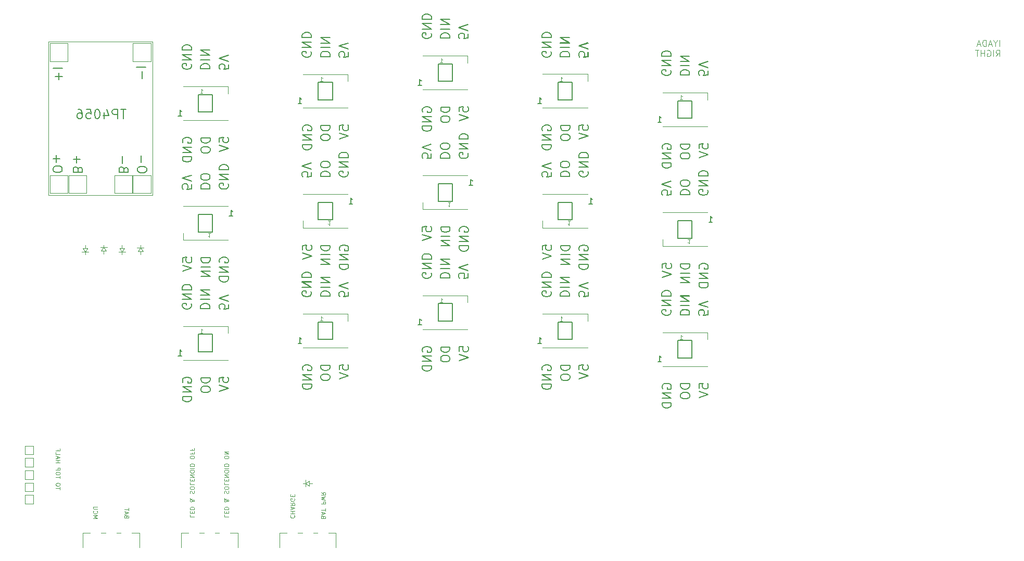
<source format=gbr>
%TF.GenerationSoftware,KiCad,Pcbnew,8.0.4+1*%
%TF.CreationDate,2024-08-17T00:02:36-04:00*%
%TF.ProjectId,iyada_baseplate,69796164-615f-4626-9173-65706c617465,rev?*%
%TF.SameCoordinates,Original*%
%TF.FileFunction,Legend,Bot*%
%TF.FilePolarity,Positive*%
%FSLAX46Y46*%
G04 Gerber Fmt 4.6, Leading zero omitted, Abs format (unit mm)*
G04 Created by KiCad (PCBNEW 8.0.4+1) date 2024-08-17 00:02:36*
%MOMM*%
%LPD*%
G01*
G04 APERTURE LIST*
%ADD10C,0.150000*%
%ADD11C,0.100000*%
%ADD12C,0.200000*%
%ADD13C,0.125000*%
%ADD14C,0.120000*%
G04 APERTURE END LIST*
D10*
X177391000Y-77329000D02*
X179691000Y-77329000D01*
X179691000Y-80169000D01*
X177391000Y-80169000D01*
X177391000Y-77329000D01*
X99391000Y-56829000D02*
X101691000Y-56829000D01*
X101691000Y-59669000D01*
X99391000Y-59669000D01*
X99391000Y-56829000D01*
X138390000Y-51829000D02*
X140690000Y-51829000D01*
X140690000Y-54669000D01*
X138390000Y-54669000D01*
X138390000Y-51829000D01*
X157886000Y-54824000D02*
X160186000Y-54824000D01*
X160186000Y-57664000D01*
X157886000Y-57664000D01*
X157886000Y-54824000D01*
X118891000Y-54829000D02*
X121191000Y-54829000D01*
X121191000Y-57669000D01*
X118891000Y-57669000D01*
X118891000Y-54829000D01*
X99391000Y-95829000D02*
X101691000Y-95829000D01*
X101691000Y-98669000D01*
X99391000Y-98669000D01*
X99391000Y-95829000D01*
X157891000Y-74329000D02*
X160191000Y-74329000D01*
X160191000Y-77169000D01*
X157891000Y-77169000D01*
X157891000Y-74329000D01*
D11*
X74960000Y-48185000D02*
X91960000Y-48185000D01*
X91960000Y-73185000D01*
X74960000Y-73185000D01*
X74960000Y-48185000D01*
D10*
X118891000Y-74329000D02*
X121191000Y-74329000D01*
X121191000Y-77169000D01*
X118891000Y-77169000D01*
X118891000Y-74329000D01*
X138391000Y-71329000D02*
X140691000Y-71329000D01*
X140691000Y-74169000D01*
X138391000Y-74169000D01*
X138391000Y-71329000D01*
X177391000Y-57829000D02*
X179691000Y-57829000D01*
X179691000Y-60669000D01*
X177391000Y-60669000D01*
X177391000Y-57829000D01*
X118891000Y-93824000D02*
X121191000Y-93824000D01*
X121191000Y-96664000D01*
X118891000Y-96664000D01*
X118891000Y-93824000D01*
X138391000Y-90829000D02*
X140691000Y-90829000D01*
X140691000Y-93669000D01*
X138391000Y-93669000D01*
X138391000Y-90829000D01*
X157891000Y-93829000D02*
X160191000Y-93829000D01*
X160191000Y-96669000D01*
X157891000Y-96669000D01*
X157891000Y-93829000D01*
X99391000Y-76329000D02*
X101691000Y-76329000D01*
X101691000Y-79169000D01*
X99391000Y-79169000D01*
X99391000Y-76329000D01*
X177391000Y-96834000D02*
X179691000Y-96834000D01*
X179691000Y-99674000D01*
X177391000Y-99674000D01*
X177391000Y-96834000D01*
D11*
X179393000Y-80367866D02*
X178993000Y-80367866D01*
X179193000Y-80367866D02*
X179193000Y-81067866D01*
X179193000Y-81067866D02*
X179126333Y-80967866D01*
X179126333Y-80967866D02*
X179059667Y-80901200D01*
X179059667Y-80901200D02*
X178993000Y-80867866D01*
D12*
X122309028Y-101568006D02*
X122309028Y-100853720D01*
X122309028Y-100853720D02*
X123023314Y-100782292D01*
X123023314Y-100782292D02*
X122951885Y-100853720D01*
X122951885Y-100853720D02*
X122880457Y-100996578D01*
X122880457Y-100996578D02*
X122880457Y-101353720D01*
X122880457Y-101353720D02*
X122951885Y-101496578D01*
X122951885Y-101496578D02*
X123023314Y-101568006D01*
X123023314Y-101568006D02*
X123166171Y-101639435D01*
X123166171Y-101639435D02*
X123523314Y-101639435D01*
X123523314Y-101639435D02*
X123666171Y-101568006D01*
X123666171Y-101568006D02*
X123737600Y-101496578D01*
X123737600Y-101496578D02*
X123809028Y-101353720D01*
X123809028Y-101353720D02*
X123809028Y-100996578D01*
X123809028Y-100996578D02*
X123737600Y-100853720D01*
X123737600Y-100853720D02*
X123666171Y-100782292D01*
X122309028Y-102068006D02*
X123809028Y-102568006D01*
X123809028Y-102568006D02*
X122309028Y-103068006D01*
X161377457Y-82142435D02*
X161306028Y-81999578D01*
X161306028Y-81999578D02*
X161306028Y-81785292D01*
X161306028Y-81785292D02*
X161377457Y-81571006D01*
X161377457Y-81571006D02*
X161520314Y-81428149D01*
X161520314Y-81428149D02*
X161663171Y-81356720D01*
X161663171Y-81356720D02*
X161948885Y-81285292D01*
X161948885Y-81285292D02*
X162163171Y-81285292D01*
X162163171Y-81285292D02*
X162448885Y-81356720D01*
X162448885Y-81356720D02*
X162591742Y-81428149D01*
X162591742Y-81428149D02*
X162734600Y-81571006D01*
X162734600Y-81571006D02*
X162806028Y-81785292D01*
X162806028Y-81785292D02*
X162806028Y-81928149D01*
X162806028Y-81928149D02*
X162734600Y-82142435D01*
X162734600Y-82142435D02*
X162663171Y-82213863D01*
X162663171Y-82213863D02*
X162163171Y-82213863D01*
X162163171Y-82213863D02*
X162163171Y-81928149D01*
X162806028Y-82856720D02*
X161306028Y-82856720D01*
X161306028Y-82856720D02*
X162806028Y-83713863D01*
X162806028Y-83713863D02*
X161306028Y-83713863D01*
X162806028Y-84428149D02*
X161306028Y-84428149D01*
X161306028Y-84428149D02*
X161306028Y-84785292D01*
X161306028Y-84785292D02*
X161377457Y-84999578D01*
X161377457Y-84999578D02*
X161520314Y-85142435D01*
X161520314Y-85142435D02*
X161663171Y-85213864D01*
X161663171Y-85213864D02*
X161948885Y-85285292D01*
X161948885Y-85285292D02*
X162163171Y-85285292D01*
X162163171Y-85285292D02*
X162448885Y-85213864D01*
X162448885Y-85213864D02*
X162591742Y-85142435D01*
X162591742Y-85142435D02*
X162734600Y-84999578D01*
X162734600Y-84999578D02*
X162806028Y-84785292D01*
X162806028Y-84785292D02*
X162806028Y-84428149D01*
X140304028Y-97863720D02*
X138804028Y-97863720D01*
X138804028Y-97863720D02*
X138804028Y-98220863D01*
X138804028Y-98220863D02*
X138875457Y-98435149D01*
X138875457Y-98435149D02*
X139018314Y-98578006D01*
X139018314Y-98578006D02*
X139161171Y-98649435D01*
X139161171Y-98649435D02*
X139446885Y-98720863D01*
X139446885Y-98720863D02*
X139661171Y-98720863D01*
X139661171Y-98720863D02*
X139946885Y-98649435D01*
X139946885Y-98649435D02*
X140089742Y-98578006D01*
X140089742Y-98578006D02*
X140232600Y-98435149D01*
X140232600Y-98435149D02*
X140304028Y-98220863D01*
X140304028Y-98220863D02*
X140304028Y-97863720D01*
X138804028Y-99649435D02*
X138804028Y-99935149D01*
X138804028Y-99935149D02*
X138875457Y-100078006D01*
X138875457Y-100078006D02*
X139018314Y-100220863D01*
X139018314Y-100220863D02*
X139304028Y-100292292D01*
X139304028Y-100292292D02*
X139804028Y-100292292D01*
X139804028Y-100292292D02*
X140089742Y-100220863D01*
X140089742Y-100220863D02*
X140232600Y-100078006D01*
X140232600Y-100078006D02*
X140304028Y-99935149D01*
X140304028Y-99935149D02*
X140304028Y-99649435D01*
X140304028Y-99649435D02*
X140232600Y-99506578D01*
X140232600Y-99506578D02*
X140089742Y-99363720D01*
X140089742Y-99363720D02*
X139804028Y-99292292D01*
X139804028Y-99292292D02*
X139304028Y-99292292D01*
X139304028Y-99292292D02*
X139018314Y-99363720D01*
X139018314Y-99363720D02*
X138875457Y-99506578D01*
X138875457Y-99506578D02*
X138804028Y-99649435D01*
X102877457Y-84142435D02*
X102806028Y-83999578D01*
X102806028Y-83999578D02*
X102806028Y-83785292D01*
X102806028Y-83785292D02*
X102877457Y-83571006D01*
X102877457Y-83571006D02*
X103020314Y-83428149D01*
X103020314Y-83428149D02*
X103163171Y-83356720D01*
X103163171Y-83356720D02*
X103448885Y-83285292D01*
X103448885Y-83285292D02*
X103663171Y-83285292D01*
X103663171Y-83285292D02*
X103948885Y-83356720D01*
X103948885Y-83356720D02*
X104091742Y-83428149D01*
X104091742Y-83428149D02*
X104234600Y-83571006D01*
X104234600Y-83571006D02*
X104306028Y-83785292D01*
X104306028Y-83785292D02*
X104306028Y-83928149D01*
X104306028Y-83928149D02*
X104234600Y-84142435D01*
X104234600Y-84142435D02*
X104163171Y-84213863D01*
X104163171Y-84213863D02*
X103663171Y-84213863D01*
X103663171Y-84213863D02*
X103663171Y-83928149D01*
X104306028Y-84856720D02*
X102806028Y-84856720D01*
X102806028Y-84856720D02*
X104306028Y-85713863D01*
X104306028Y-85713863D02*
X102806028Y-85713863D01*
X104306028Y-86428149D02*
X102806028Y-86428149D01*
X102806028Y-86428149D02*
X102806028Y-86785292D01*
X102806028Y-86785292D02*
X102877457Y-86999578D01*
X102877457Y-86999578D02*
X103020314Y-87142435D01*
X103020314Y-87142435D02*
X103163171Y-87213864D01*
X103163171Y-87213864D02*
X103448885Y-87285292D01*
X103448885Y-87285292D02*
X103663171Y-87285292D01*
X103663171Y-87285292D02*
X103948885Y-87213864D01*
X103948885Y-87213864D02*
X104091742Y-87142435D01*
X104091742Y-87142435D02*
X104234600Y-86999578D01*
X104234600Y-86999578D02*
X104306028Y-86785292D01*
X104306028Y-86785292D02*
X104306028Y-86428149D01*
X180809028Y-65573006D02*
X180809028Y-64858720D01*
X180809028Y-64858720D02*
X181523314Y-64787292D01*
X181523314Y-64787292D02*
X181451885Y-64858720D01*
X181451885Y-64858720D02*
X181380457Y-65001578D01*
X181380457Y-65001578D02*
X181380457Y-65358720D01*
X181380457Y-65358720D02*
X181451885Y-65501578D01*
X181451885Y-65501578D02*
X181523314Y-65573006D01*
X181523314Y-65573006D02*
X181666171Y-65644435D01*
X181666171Y-65644435D02*
X182023314Y-65644435D01*
X182023314Y-65644435D02*
X182166171Y-65573006D01*
X182166171Y-65573006D02*
X182237600Y-65501578D01*
X182237600Y-65501578D02*
X182309028Y-65358720D01*
X182309028Y-65358720D02*
X182309028Y-65001578D01*
X182309028Y-65001578D02*
X182237600Y-64858720D01*
X182237600Y-64858720D02*
X182166171Y-64787292D01*
X180809028Y-66073006D02*
X182309028Y-66573006D01*
X182309028Y-66573006D02*
X180809028Y-67073006D01*
X174821028Y-85076006D02*
X174821028Y-84361720D01*
X174821028Y-84361720D02*
X175535314Y-84290292D01*
X175535314Y-84290292D02*
X175463885Y-84361720D01*
X175463885Y-84361720D02*
X175392457Y-84504578D01*
X175392457Y-84504578D02*
X175392457Y-84861720D01*
X175392457Y-84861720D02*
X175463885Y-85004578D01*
X175463885Y-85004578D02*
X175535314Y-85076006D01*
X175535314Y-85076006D02*
X175678171Y-85147435D01*
X175678171Y-85147435D02*
X176035314Y-85147435D01*
X176035314Y-85147435D02*
X176178171Y-85076006D01*
X176178171Y-85076006D02*
X176249600Y-85004578D01*
X176249600Y-85004578D02*
X176321028Y-84861720D01*
X176321028Y-84861720D02*
X176321028Y-84504578D01*
X176321028Y-84504578D02*
X176249600Y-84361720D01*
X176249600Y-84361720D02*
X176178171Y-84290292D01*
X174821028Y-85576006D02*
X176321028Y-86076006D01*
X176321028Y-86076006D02*
X174821028Y-86576006D01*
X179304028Y-64863720D02*
X177804028Y-64863720D01*
X177804028Y-64863720D02*
X177804028Y-65220863D01*
X177804028Y-65220863D02*
X177875457Y-65435149D01*
X177875457Y-65435149D02*
X178018314Y-65578006D01*
X178018314Y-65578006D02*
X178161171Y-65649435D01*
X178161171Y-65649435D02*
X178446885Y-65720863D01*
X178446885Y-65720863D02*
X178661171Y-65720863D01*
X178661171Y-65720863D02*
X178946885Y-65649435D01*
X178946885Y-65649435D02*
X179089742Y-65578006D01*
X179089742Y-65578006D02*
X179232600Y-65435149D01*
X179232600Y-65435149D02*
X179304028Y-65220863D01*
X179304028Y-65220863D02*
X179304028Y-64863720D01*
X177804028Y-66649435D02*
X177804028Y-66935149D01*
X177804028Y-66935149D02*
X177875457Y-67078006D01*
X177875457Y-67078006D02*
X178018314Y-67220863D01*
X178018314Y-67220863D02*
X178304028Y-67292292D01*
X178304028Y-67292292D02*
X178804028Y-67292292D01*
X178804028Y-67292292D02*
X179089742Y-67220863D01*
X179089742Y-67220863D02*
X179232600Y-67078006D01*
X179232600Y-67078006D02*
X179304028Y-66935149D01*
X179304028Y-66935149D02*
X179304028Y-66649435D01*
X179304028Y-66649435D02*
X179232600Y-66506578D01*
X179232600Y-66506578D02*
X179089742Y-66363720D01*
X179089742Y-66363720D02*
X178804028Y-66292292D01*
X178804028Y-66292292D02*
X178304028Y-66292292D01*
X178304028Y-66292292D02*
X178018314Y-66363720D01*
X178018314Y-66363720D02*
X177875457Y-66506578D01*
X177875457Y-66506578D02*
X177804028Y-66649435D01*
X182260971Y-52921993D02*
X182260971Y-53636279D01*
X182260971Y-53636279D02*
X181546685Y-53707707D01*
X181546685Y-53707707D02*
X181618114Y-53636279D01*
X181618114Y-53636279D02*
X181689542Y-53493422D01*
X181689542Y-53493422D02*
X181689542Y-53136279D01*
X181689542Y-53136279D02*
X181618114Y-52993422D01*
X181618114Y-52993422D02*
X181546685Y-52921993D01*
X181546685Y-52921993D02*
X181403828Y-52850564D01*
X181403828Y-52850564D02*
X181046685Y-52850564D01*
X181046685Y-52850564D02*
X180903828Y-52921993D01*
X180903828Y-52921993D02*
X180832400Y-52993422D01*
X180832400Y-52993422D02*
X180760971Y-53136279D01*
X180760971Y-53136279D02*
X180760971Y-53493422D01*
X180760971Y-53493422D02*
X180832400Y-53636279D01*
X180832400Y-53636279D02*
X180903828Y-53707707D01*
X182260971Y-52421993D02*
X180760971Y-51921993D01*
X180760971Y-51921993D02*
X182260971Y-51421993D01*
X155321028Y-82076006D02*
X155321028Y-81361720D01*
X155321028Y-81361720D02*
X156035314Y-81290292D01*
X156035314Y-81290292D02*
X155963885Y-81361720D01*
X155963885Y-81361720D02*
X155892457Y-81504578D01*
X155892457Y-81504578D02*
X155892457Y-81861720D01*
X155892457Y-81861720D02*
X155963885Y-82004578D01*
X155963885Y-82004578D02*
X156035314Y-82076006D01*
X156035314Y-82076006D02*
X156178171Y-82147435D01*
X156178171Y-82147435D02*
X156535314Y-82147435D01*
X156535314Y-82147435D02*
X156678171Y-82076006D01*
X156678171Y-82076006D02*
X156749600Y-82004578D01*
X156749600Y-82004578D02*
X156821028Y-81861720D01*
X156821028Y-81861720D02*
X156821028Y-81504578D01*
X156821028Y-81504578D02*
X156749600Y-81361720D01*
X156749600Y-81361720D02*
X156678171Y-81290292D01*
X155321028Y-82576006D02*
X156821028Y-83076006D01*
X156821028Y-83076006D02*
X155321028Y-83576006D01*
D11*
X119712533Y-125543333D02*
X119679200Y-125443333D01*
X119679200Y-125443333D02*
X119645866Y-125409999D01*
X119645866Y-125409999D02*
X119579200Y-125376666D01*
X119579200Y-125376666D02*
X119479200Y-125376666D01*
X119479200Y-125376666D02*
X119412533Y-125409999D01*
X119412533Y-125409999D02*
X119379200Y-125443333D01*
X119379200Y-125443333D02*
X119345866Y-125509999D01*
X119345866Y-125509999D02*
X119345866Y-125776666D01*
X119345866Y-125776666D02*
X120045866Y-125776666D01*
X120045866Y-125776666D02*
X120045866Y-125543333D01*
X120045866Y-125543333D02*
X120012533Y-125476666D01*
X120012533Y-125476666D02*
X119979200Y-125443333D01*
X119979200Y-125443333D02*
X119912533Y-125409999D01*
X119912533Y-125409999D02*
X119845866Y-125409999D01*
X119845866Y-125409999D02*
X119779200Y-125443333D01*
X119779200Y-125443333D02*
X119745866Y-125476666D01*
X119745866Y-125476666D02*
X119712533Y-125543333D01*
X119712533Y-125543333D02*
X119712533Y-125776666D01*
X119545866Y-125109999D02*
X119545866Y-124776666D01*
X119345866Y-125176666D02*
X120045866Y-124943333D01*
X120045866Y-124943333D02*
X119345866Y-124709999D01*
X120045866Y-124576666D02*
X120045866Y-124176666D01*
X119345866Y-124376666D02*
X120045866Y-124376666D01*
X119345866Y-123410000D02*
X120045866Y-123410000D01*
X120045866Y-123410000D02*
X120045866Y-123143333D01*
X120045866Y-123143333D02*
X120012533Y-123076667D01*
X120012533Y-123076667D02*
X119979200Y-123043333D01*
X119979200Y-123043333D02*
X119912533Y-123010000D01*
X119912533Y-123010000D02*
X119812533Y-123010000D01*
X119812533Y-123010000D02*
X119745866Y-123043333D01*
X119745866Y-123043333D02*
X119712533Y-123076667D01*
X119712533Y-123076667D02*
X119679200Y-123143333D01*
X119679200Y-123143333D02*
X119679200Y-123410000D01*
X120045866Y-122776667D02*
X119345866Y-122610000D01*
X119345866Y-122610000D02*
X119845866Y-122476667D01*
X119845866Y-122476667D02*
X119345866Y-122343333D01*
X119345866Y-122343333D02*
X120045866Y-122176667D01*
X119345866Y-121510000D02*
X119679200Y-121743333D01*
X119345866Y-121910000D02*
X120045866Y-121910000D01*
X120045866Y-121910000D02*
X120045866Y-121643333D01*
X120045866Y-121643333D02*
X120012533Y-121576667D01*
X120012533Y-121576667D02*
X119979200Y-121543333D01*
X119979200Y-121543333D02*
X119912533Y-121510000D01*
X119912533Y-121510000D02*
X119812533Y-121510000D01*
X119812533Y-121510000D02*
X119745866Y-121543333D01*
X119745866Y-121543333D02*
X119712533Y-121576667D01*
X119712533Y-121576667D02*
X119679200Y-121643333D01*
X119679200Y-121643333D02*
X119679200Y-121910000D01*
D12*
X140316028Y-78361720D02*
X138816028Y-78361720D01*
X138816028Y-78361720D02*
X138816028Y-78718863D01*
X138816028Y-78718863D02*
X138887457Y-78933149D01*
X138887457Y-78933149D02*
X139030314Y-79076006D01*
X139030314Y-79076006D02*
X139173171Y-79147435D01*
X139173171Y-79147435D02*
X139458885Y-79218863D01*
X139458885Y-79218863D02*
X139673171Y-79218863D01*
X139673171Y-79218863D02*
X139958885Y-79147435D01*
X139958885Y-79147435D02*
X140101742Y-79076006D01*
X140101742Y-79076006D02*
X140244600Y-78933149D01*
X140244600Y-78933149D02*
X140316028Y-78718863D01*
X140316028Y-78718863D02*
X140316028Y-78361720D01*
X140316028Y-79861720D02*
X138816028Y-79861720D01*
X140316028Y-80576006D02*
X138816028Y-80576006D01*
X138816028Y-80576006D02*
X140316028Y-81433149D01*
X140316028Y-81433149D02*
X138816028Y-81433149D01*
D11*
X177688999Y-96635133D02*
X178088999Y-96635133D01*
X177888999Y-96635133D02*
X177888999Y-95935133D01*
X177888999Y-95935133D02*
X177955666Y-96035133D01*
X177955666Y-96035133D02*
X178022333Y-96101800D01*
X178022333Y-96101800D02*
X178088999Y-96135133D01*
D12*
X159816028Y-81361720D02*
X158316028Y-81361720D01*
X158316028Y-81361720D02*
X158316028Y-81718863D01*
X158316028Y-81718863D02*
X158387457Y-81933149D01*
X158387457Y-81933149D02*
X158530314Y-82076006D01*
X158530314Y-82076006D02*
X158673171Y-82147435D01*
X158673171Y-82147435D02*
X158958885Y-82218863D01*
X158958885Y-82218863D02*
X159173171Y-82218863D01*
X159173171Y-82218863D02*
X159458885Y-82147435D01*
X159458885Y-82147435D02*
X159601742Y-82076006D01*
X159601742Y-82076006D02*
X159744600Y-81933149D01*
X159744600Y-81933149D02*
X159816028Y-81718863D01*
X159816028Y-81718863D02*
X159816028Y-81361720D01*
X159816028Y-82861720D02*
X158316028Y-82861720D01*
X159816028Y-83576006D02*
X158316028Y-83576006D01*
X158316028Y-83576006D02*
X159816028Y-84433149D01*
X159816028Y-84433149D02*
X158316028Y-84433149D01*
X156704542Y-49855564D02*
X156775971Y-49998422D01*
X156775971Y-49998422D02*
X156775971Y-50212707D01*
X156775971Y-50212707D02*
X156704542Y-50426993D01*
X156704542Y-50426993D02*
X156561685Y-50569850D01*
X156561685Y-50569850D02*
X156418828Y-50641279D01*
X156418828Y-50641279D02*
X156133114Y-50712707D01*
X156133114Y-50712707D02*
X155918828Y-50712707D01*
X155918828Y-50712707D02*
X155633114Y-50641279D01*
X155633114Y-50641279D02*
X155490257Y-50569850D01*
X155490257Y-50569850D02*
X155347400Y-50426993D01*
X155347400Y-50426993D02*
X155275971Y-50212707D01*
X155275971Y-50212707D02*
X155275971Y-50069850D01*
X155275971Y-50069850D02*
X155347400Y-49855564D01*
X155347400Y-49855564D02*
X155418828Y-49784136D01*
X155418828Y-49784136D02*
X155918828Y-49784136D01*
X155918828Y-49784136D02*
X155918828Y-50069850D01*
X155275971Y-49141279D02*
X156775971Y-49141279D01*
X156775971Y-49141279D02*
X155275971Y-48284136D01*
X155275971Y-48284136D02*
X156775971Y-48284136D01*
X155275971Y-47569850D02*
X156775971Y-47569850D01*
X156775971Y-47569850D02*
X156775971Y-47212707D01*
X156775971Y-47212707D02*
X156704542Y-46998421D01*
X156704542Y-46998421D02*
X156561685Y-46855564D01*
X156561685Y-46855564D02*
X156418828Y-46784135D01*
X156418828Y-46784135D02*
X156133114Y-46712707D01*
X156133114Y-46712707D02*
X155918828Y-46712707D01*
X155918828Y-46712707D02*
X155633114Y-46784135D01*
X155633114Y-46784135D02*
X155490257Y-46855564D01*
X155490257Y-46855564D02*
X155347400Y-46998421D01*
X155347400Y-46998421D02*
X155275971Y-47212707D01*
X155275971Y-47212707D02*
X155275971Y-47569850D01*
X138777971Y-67134279D02*
X140277971Y-67134279D01*
X140277971Y-67134279D02*
X140277971Y-66777136D01*
X140277971Y-66777136D02*
X140206542Y-66562850D01*
X140206542Y-66562850D02*
X140063685Y-66419993D01*
X140063685Y-66419993D02*
X139920828Y-66348564D01*
X139920828Y-66348564D02*
X139635114Y-66277136D01*
X139635114Y-66277136D02*
X139420828Y-66277136D01*
X139420828Y-66277136D02*
X139135114Y-66348564D01*
X139135114Y-66348564D02*
X138992257Y-66419993D01*
X138992257Y-66419993D02*
X138849400Y-66562850D01*
X138849400Y-66562850D02*
X138777971Y-66777136D01*
X138777971Y-66777136D02*
X138777971Y-67134279D01*
X140277971Y-65348564D02*
X140277971Y-65062850D01*
X140277971Y-65062850D02*
X140206542Y-64919993D01*
X140206542Y-64919993D02*
X140063685Y-64777136D01*
X140063685Y-64777136D02*
X139777971Y-64705707D01*
X139777971Y-64705707D02*
X139277971Y-64705707D01*
X139277971Y-64705707D02*
X138992257Y-64777136D01*
X138992257Y-64777136D02*
X138849400Y-64919993D01*
X138849400Y-64919993D02*
X138777971Y-65062850D01*
X138777971Y-65062850D02*
X138777971Y-65348564D01*
X138777971Y-65348564D02*
X138849400Y-65491422D01*
X138849400Y-65491422D02*
X138992257Y-65634279D01*
X138992257Y-65634279D02*
X139277971Y-65705707D01*
X139277971Y-65705707D02*
X139777971Y-65705707D01*
X139777971Y-65705707D02*
X140063685Y-65634279D01*
X140063685Y-65634279D02*
X140206542Y-65491422D01*
X140206542Y-65491422D02*
X140277971Y-65348564D01*
X102809028Y-64573006D02*
X102809028Y-63858720D01*
X102809028Y-63858720D02*
X103523314Y-63787292D01*
X103523314Y-63787292D02*
X103451885Y-63858720D01*
X103451885Y-63858720D02*
X103380457Y-64001578D01*
X103380457Y-64001578D02*
X103380457Y-64358720D01*
X103380457Y-64358720D02*
X103451885Y-64501578D01*
X103451885Y-64501578D02*
X103523314Y-64573006D01*
X103523314Y-64573006D02*
X103666171Y-64644435D01*
X103666171Y-64644435D02*
X104023314Y-64644435D01*
X104023314Y-64644435D02*
X104166171Y-64573006D01*
X104166171Y-64573006D02*
X104237600Y-64501578D01*
X104237600Y-64501578D02*
X104309028Y-64358720D01*
X104309028Y-64358720D02*
X104309028Y-64001578D01*
X104309028Y-64001578D02*
X104237600Y-63858720D01*
X104237600Y-63858720D02*
X104166171Y-63787292D01*
X102809028Y-65073006D02*
X104309028Y-65573006D01*
X104309028Y-65573006D02*
X102809028Y-66073006D01*
X140303028Y-58863720D02*
X138803028Y-58863720D01*
X138803028Y-58863720D02*
X138803028Y-59220863D01*
X138803028Y-59220863D02*
X138874457Y-59435149D01*
X138874457Y-59435149D02*
X139017314Y-59578006D01*
X139017314Y-59578006D02*
X139160171Y-59649435D01*
X139160171Y-59649435D02*
X139445885Y-59720863D01*
X139445885Y-59720863D02*
X139660171Y-59720863D01*
X139660171Y-59720863D02*
X139945885Y-59649435D01*
X139945885Y-59649435D02*
X140088742Y-59578006D01*
X140088742Y-59578006D02*
X140231600Y-59435149D01*
X140231600Y-59435149D02*
X140303028Y-59220863D01*
X140303028Y-59220863D02*
X140303028Y-58863720D01*
X138803028Y-60649435D02*
X138803028Y-60935149D01*
X138803028Y-60935149D02*
X138874457Y-61078006D01*
X138874457Y-61078006D02*
X139017314Y-61220863D01*
X139017314Y-61220863D02*
X139303028Y-61292292D01*
X139303028Y-61292292D02*
X139803028Y-61292292D01*
X139803028Y-61292292D02*
X140088742Y-61220863D01*
X140088742Y-61220863D02*
X140231600Y-61078006D01*
X140231600Y-61078006D02*
X140303028Y-60935149D01*
X140303028Y-60935149D02*
X140303028Y-60649435D01*
X140303028Y-60649435D02*
X140231600Y-60506578D01*
X140231600Y-60506578D02*
X140088742Y-60363720D01*
X140088742Y-60363720D02*
X139803028Y-60292292D01*
X139803028Y-60292292D02*
X139303028Y-60292292D01*
X139303028Y-60292292D02*
X139017314Y-60363720D01*
X139017314Y-60363720D02*
X138874457Y-60506578D01*
X138874457Y-60506578D02*
X138803028Y-60649435D01*
X158265971Y-89636279D02*
X159765971Y-89636279D01*
X159765971Y-89636279D02*
X159765971Y-89279136D01*
X159765971Y-89279136D02*
X159694542Y-89064850D01*
X159694542Y-89064850D02*
X159551685Y-88921993D01*
X159551685Y-88921993D02*
X159408828Y-88850564D01*
X159408828Y-88850564D02*
X159123114Y-88779136D01*
X159123114Y-88779136D02*
X158908828Y-88779136D01*
X158908828Y-88779136D02*
X158623114Y-88850564D01*
X158623114Y-88850564D02*
X158480257Y-88921993D01*
X158480257Y-88921993D02*
X158337400Y-89064850D01*
X158337400Y-89064850D02*
X158265971Y-89279136D01*
X158265971Y-89279136D02*
X158265971Y-89636279D01*
X158265971Y-88136279D02*
X159765971Y-88136279D01*
X158265971Y-87421993D02*
X159765971Y-87421993D01*
X159765971Y-87421993D02*
X158265971Y-86564850D01*
X158265971Y-86564850D02*
X159765971Y-86564850D01*
X99765971Y-52636279D02*
X101265971Y-52636279D01*
X101265971Y-52636279D02*
X101265971Y-52279136D01*
X101265971Y-52279136D02*
X101194542Y-52064850D01*
X101194542Y-52064850D02*
X101051685Y-51921993D01*
X101051685Y-51921993D02*
X100908828Y-51850564D01*
X100908828Y-51850564D02*
X100623114Y-51779136D01*
X100623114Y-51779136D02*
X100408828Y-51779136D01*
X100408828Y-51779136D02*
X100123114Y-51850564D01*
X100123114Y-51850564D02*
X99980257Y-51921993D01*
X99980257Y-51921993D02*
X99837400Y-52064850D01*
X99837400Y-52064850D02*
X99765971Y-52279136D01*
X99765971Y-52279136D02*
X99765971Y-52636279D01*
X99765971Y-51136279D02*
X101265971Y-51136279D01*
X99765971Y-50421993D02*
X101265971Y-50421993D01*
X101265971Y-50421993D02*
X99765971Y-49564850D01*
X99765971Y-49564850D02*
X101265971Y-49564850D01*
X140316028Y-78361720D02*
X138816028Y-78361720D01*
X138816028Y-78361720D02*
X138816028Y-78718863D01*
X138816028Y-78718863D02*
X138887457Y-78933149D01*
X138887457Y-78933149D02*
X139030314Y-79076006D01*
X139030314Y-79076006D02*
X139173171Y-79147435D01*
X139173171Y-79147435D02*
X139458885Y-79218863D01*
X139458885Y-79218863D02*
X139673171Y-79218863D01*
X139673171Y-79218863D02*
X139958885Y-79147435D01*
X139958885Y-79147435D02*
X140101742Y-79076006D01*
X140101742Y-79076006D02*
X140244600Y-78933149D01*
X140244600Y-78933149D02*
X140316028Y-78718863D01*
X140316028Y-78718863D02*
X140316028Y-78361720D01*
X140316028Y-79861720D02*
X138816028Y-79861720D01*
X140316028Y-80576006D02*
X138816028Y-80576006D01*
X138816028Y-80576006D02*
X140316028Y-81433149D01*
X140316028Y-81433149D02*
X138816028Y-81433149D01*
X182260971Y-91921993D02*
X182260971Y-92636279D01*
X182260971Y-92636279D02*
X181546685Y-92707707D01*
X181546685Y-92707707D02*
X181618114Y-92636279D01*
X181618114Y-92636279D02*
X181689542Y-92493422D01*
X181689542Y-92493422D02*
X181689542Y-92136279D01*
X181689542Y-92136279D02*
X181618114Y-91993422D01*
X181618114Y-91993422D02*
X181546685Y-91921993D01*
X181546685Y-91921993D02*
X181403828Y-91850564D01*
X181403828Y-91850564D02*
X181046685Y-91850564D01*
X181046685Y-91850564D02*
X180903828Y-91921993D01*
X180903828Y-91921993D02*
X180832400Y-91993422D01*
X180832400Y-91993422D02*
X180760971Y-92136279D01*
X180760971Y-92136279D02*
X180760971Y-92493422D01*
X180760971Y-92493422D02*
X180832400Y-92636279D01*
X180832400Y-92636279D02*
X180903828Y-92707707D01*
X182260971Y-91421993D02*
X180760971Y-90921993D01*
X180760971Y-90921993D02*
X182260971Y-90421993D01*
X96875457Y-64649435D02*
X96804028Y-64506578D01*
X96804028Y-64506578D02*
X96804028Y-64292292D01*
X96804028Y-64292292D02*
X96875457Y-64078006D01*
X96875457Y-64078006D02*
X97018314Y-63935149D01*
X97018314Y-63935149D02*
X97161171Y-63863720D01*
X97161171Y-63863720D02*
X97446885Y-63792292D01*
X97446885Y-63792292D02*
X97661171Y-63792292D01*
X97661171Y-63792292D02*
X97946885Y-63863720D01*
X97946885Y-63863720D02*
X98089742Y-63935149D01*
X98089742Y-63935149D02*
X98232600Y-64078006D01*
X98232600Y-64078006D02*
X98304028Y-64292292D01*
X98304028Y-64292292D02*
X98304028Y-64435149D01*
X98304028Y-64435149D02*
X98232600Y-64649435D01*
X98232600Y-64649435D02*
X98161171Y-64720863D01*
X98161171Y-64720863D02*
X97661171Y-64720863D01*
X97661171Y-64720863D02*
X97661171Y-64435149D01*
X98304028Y-65363720D02*
X96804028Y-65363720D01*
X96804028Y-65363720D02*
X98304028Y-66220863D01*
X98304028Y-66220863D02*
X96804028Y-66220863D01*
X98304028Y-66935149D02*
X96804028Y-66935149D01*
X96804028Y-66935149D02*
X96804028Y-67292292D01*
X96804028Y-67292292D02*
X96875457Y-67506578D01*
X96875457Y-67506578D02*
X97018314Y-67649435D01*
X97018314Y-67649435D02*
X97161171Y-67720864D01*
X97161171Y-67720864D02*
X97446885Y-67792292D01*
X97446885Y-67792292D02*
X97661171Y-67792292D01*
X97661171Y-67792292D02*
X97946885Y-67720864D01*
X97946885Y-67720864D02*
X98089742Y-67649435D01*
X98089742Y-67649435D02*
X98232600Y-67506578D01*
X98232600Y-67506578D02*
X98304028Y-67292292D01*
X98304028Y-67292292D02*
X98304028Y-66935149D01*
X177765971Y-92641279D02*
X179265971Y-92641279D01*
X179265971Y-92641279D02*
X179265971Y-92284136D01*
X179265971Y-92284136D02*
X179194542Y-92069850D01*
X179194542Y-92069850D02*
X179051685Y-91926993D01*
X179051685Y-91926993D02*
X178908828Y-91855564D01*
X178908828Y-91855564D02*
X178623114Y-91784136D01*
X178623114Y-91784136D02*
X178408828Y-91784136D01*
X178408828Y-91784136D02*
X178123114Y-91855564D01*
X178123114Y-91855564D02*
X177980257Y-91926993D01*
X177980257Y-91926993D02*
X177837400Y-92069850D01*
X177837400Y-92069850D02*
X177765971Y-92284136D01*
X177765971Y-92284136D02*
X177765971Y-92641279D01*
X177765971Y-91141279D02*
X179265971Y-91141279D01*
X177765971Y-90426993D02*
X179265971Y-90426993D01*
X179265971Y-90426993D02*
X177765971Y-89569850D01*
X177765971Y-89569850D02*
X179265971Y-89569850D01*
D11*
X159893000Y-77367866D02*
X159493000Y-77367866D01*
X159693000Y-77367866D02*
X159693000Y-78067866D01*
X159693000Y-78067866D02*
X159626333Y-77967866D01*
X159626333Y-77967866D02*
X159559667Y-77901200D01*
X159559667Y-77901200D02*
X159493000Y-77867866D01*
D12*
X119265971Y-50636279D02*
X120765971Y-50636279D01*
X120765971Y-50636279D02*
X120765971Y-50279136D01*
X120765971Y-50279136D02*
X120694542Y-50064850D01*
X120694542Y-50064850D02*
X120551685Y-49921993D01*
X120551685Y-49921993D02*
X120408828Y-49850564D01*
X120408828Y-49850564D02*
X120123114Y-49779136D01*
X120123114Y-49779136D02*
X119908828Y-49779136D01*
X119908828Y-49779136D02*
X119623114Y-49850564D01*
X119623114Y-49850564D02*
X119480257Y-49921993D01*
X119480257Y-49921993D02*
X119337400Y-50064850D01*
X119337400Y-50064850D02*
X119265971Y-50279136D01*
X119265971Y-50279136D02*
X119265971Y-50636279D01*
X119265971Y-49136279D02*
X120765971Y-49136279D01*
X119265971Y-48421993D02*
X120765971Y-48421993D01*
X120765971Y-48421993D02*
X119265971Y-47564850D01*
X119265971Y-47564850D02*
X120765971Y-47564850D01*
X174875457Y-65649435D02*
X174804028Y-65506578D01*
X174804028Y-65506578D02*
X174804028Y-65292292D01*
X174804028Y-65292292D02*
X174875457Y-65078006D01*
X174875457Y-65078006D02*
X175018314Y-64935149D01*
X175018314Y-64935149D02*
X175161171Y-64863720D01*
X175161171Y-64863720D02*
X175446885Y-64792292D01*
X175446885Y-64792292D02*
X175661171Y-64792292D01*
X175661171Y-64792292D02*
X175946885Y-64863720D01*
X175946885Y-64863720D02*
X176089742Y-64935149D01*
X176089742Y-64935149D02*
X176232600Y-65078006D01*
X176232600Y-65078006D02*
X176304028Y-65292292D01*
X176304028Y-65292292D02*
X176304028Y-65435149D01*
X176304028Y-65435149D02*
X176232600Y-65649435D01*
X176232600Y-65649435D02*
X176161171Y-65720863D01*
X176161171Y-65720863D02*
X175661171Y-65720863D01*
X175661171Y-65720863D02*
X175661171Y-65435149D01*
X176304028Y-66363720D02*
X174804028Y-66363720D01*
X174804028Y-66363720D02*
X176304028Y-67220863D01*
X176304028Y-67220863D02*
X174804028Y-67220863D01*
X176304028Y-67935149D02*
X174804028Y-67935149D01*
X174804028Y-67935149D02*
X174804028Y-68292292D01*
X174804028Y-68292292D02*
X174875457Y-68506578D01*
X174875457Y-68506578D02*
X175018314Y-68649435D01*
X175018314Y-68649435D02*
X175161171Y-68720864D01*
X175161171Y-68720864D02*
X175446885Y-68792292D01*
X175446885Y-68792292D02*
X175661171Y-68792292D01*
X175661171Y-68792292D02*
X175946885Y-68720864D01*
X175946885Y-68720864D02*
X176089742Y-68649435D01*
X176089742Y-68649435D02*
X176232600Y-68506578D01*
X176232600Y-68506578D02*
X176304028Y-68292292D01*
X176304028Y-68292292D02*
X176304028Y-67935149D01*
X177765971Y-92636279D02*
X179265971Y-92636279D01*
X179265971Y-92636279D02*
X179265971Y-92279136D01*
X179265971Y-92279136D02*
X179194542Y-92064850D01*
X179194542Y-92064850D02*
X179051685Y-91921993D01*
X179051685Y-91921993D02*
X178908828Y-91850564D01*
X178908828Y-91850564D02*
X178623114Y-91779136D01*
X178623114Y-91779136D02*
X178408828Y-91779136D01*
X178408828Y-91779136D02*
X178123114Y-91850564D01*
X178123114Y-91850564D02*
X177980257Y-91921993D01*
X177980257Y-91921993D02*
X177837400Y-92064850D01*
X177837400Y-92064850D02*
X177765971Y-92279136D01*
X177765971Y-92279136D02*
X177765971Y-92636279D01*
X177765971Y-91136279D02*
X179265971Y-91136279D01*
X177765971Y-90421993D02*
X179265971Y-90421993D01*
X179265971Y-90421993D02*
X177765971Y-89564850D01*
X177765971Y-89564850D02*
X179265971Y-89564850D01*
X138765971Y-47636279D02*
X140265971Y-47636279D01*
X140265971Y-47636279D02*
X140265971Y-47279136D01*
X140265971Y-47279136D02*
X140194542Y-47064850D01*
X140194542Y-47064850D02*
X140051685Y-46921993D01*
X140051685Y-46921993D02*
X139908828Y-46850564D01*
X139908828Y-46850564D02*
X139623114Y-46779136D01*
X139623114Y-46779136D02*
X139408828Y-46779136D01*
X139408828Y-46779136D02*
X139123114Y-46850564D01*
X139123114Y-46850564D02*
X138980257Y-46921993D01*
X138980257Y-46921993D02*
X138837400Y-47064850D01*
X138837400Y-47064850D02*
X138765971Y-47279136D01*
X138765971Y-47279136D02*
X138765971Y-47636279D01*
X138765971Y-46136279D02*
X140265971Y-46136279D01*
X138765971Y-45421993D02*
X140265971Y-45421993D01*
X140265971Y-45421993D02*
X138765971Y-44564850D01*
X138765971Y-44564850D02*
X140265971Y-44564850D01*
X135874457Y-59649435D02*
X135803028Y-59506578D01*
X135803028Y-59506578D02*
X135803028Y-59292292D01*
X135803028Y-59292292D02*
X135874457Y-59078006D01*
X135874457Y-59078006D02*
X136017314Y-58935149D01*
X136017314Y-58935149D02*
X136160171Y-58863720D01*
X136160171Y-58863720D02*
X136445885Y-58792292D01*
X136445885Y-58792292D02*
X136660171Y-58792292D01*
X136660171Y-58792292D02*
X136945885Y-58863720D01*
X136945885Y-58863720D02*
X137088742Y-58935149D01*
X137088742Y-58935149D02*
X137231600Y-59078006D01*
X137231600Y-59078006D02*
X137303028Y-59292292D01*
X137303028Y-59292292D02*
X137303028Y-59435149D01*
X137303028Y-59435149D02*
X137231600Y-59649435D01*
X137231600Y-59649435D02*
X137160171Y-59720863D01*
X137160171Y-59720863D02*
X136660171Y-59720863D01*
X136660171Y-59720863D02*
X136660171Y-59435149D01*
X137303028Y-60363720D02*
X135803028Y-60363720D01*
X135803028Y-60363720D02*
X137303028Y-61220863D01*
X137303028Y-61220863D02*
X135803028Y-61220863D01*
X137303028Y-61935149D02*
X135803028Y-61935149D01*
X135803028Y-61935149D02*
X135803028Y-62292292D01*
X135803028Y-62292292D02*
X135874457Y-62506578D01*
X135874457Y-62506578D02*
X136017314Y-62649435D01*
X136017314Y-62649435D02*
X136160171Y-62720864D01*
X136160171Y-62720864D02*
X136445885Y-62792292D01*
X136445885Y-62792292D02*
X136660171Y-62792292D01*
X136660171Y-62792292D02*
X136945885Y-62720864D01*
X136945885Y-62720864D02*
X137088742Y-62649435D01*
X137088742Y-62649435D02*
X137231600Y-62506578D01*
X137231600Y-62506578D02*
X137303028Y-62292292D01*
X137303028Y-62292292D02*
X137303028Y-61935149D01*
X104260971Y-51921993D02*
X104260971Y-52636279D01*
X104260971Y-52636279D02*
X103546685Y-52707707D01*
X103546685Y-52707707D02*
X103618114Y-52636279D01*
X103618114Y-52636279D02*
X103689542Y-52493422D01*
X103689542Y-52493422D02*
X103689542Y-52136279D01*
X103689542Y-52136279D02*
X103618114Y-51993422D01*
X103618114Y-51993422D02*
X103546685Y-51921993D01*
X103546685Y-51921993D02*
X103403828Y-51850564D01*
X103403828Y-51850564D02*
X103046685Y-51850564D01*
X103046685Y-51850564D02*
X102903828Y-51921993D01*
X102903828Y-51921993D02*
X102832400Y-51993422D01*
X102832400Y-51993422D02*
X102760971Y-52136279D01*
X102760971Y-52136279D02*
X102760971Y-52493422D01*
X102760971Y-52493422D02*
X102832400Y-52636279D01*
X102832400Y-52636279D02*
X102903828Y-52707707D01*
X104260971Y-51421993D02*
X102760971Y-50921993D01*
X102760971Y-50921993D02*
X104260971Y-50421993D01*
X141877457Y-79142435D02*
X141806028Y-78999578D01*
X141806028Y-78999578D02*
X141806028Y-78785292D01*
X141806028Y-78785292D02*
X141877457Y-78571006D01*
X141877457Y-78571006D02*
X142020314Y-78428149D01*
X142020314Y-78428149D02*
X142163171Y-78356720D01*
X142163171Y-78356720D02*
X142448885Y-78285292D01*
X142448885Y-78285292D02*
X142663171Y-78285292D01*
X142663171Y-78285292D02*
X142948885Y-78356720D01*
X142948885Y-78356720D02*
X143091742Y-78428149D01*
X143091742Y-78428149D02*
X143234600Y-78571006D01*
X143234600Y-78571006D02*
X143306028Y-78785292D01*
X143306028Y-78785292D02*
X143306028Y-78928149D01*
X143306028Y-78928149D02*
X143234600Y-79142435D01*
X143234600Y-79142435D02*
X143163171Y-79213863D01*
X143163171Y-79213863D02*
X142663171Y-79213863D01*
X142663171Y-79213863D02*
X142663171Y-78928149D01*
X143306028Y-79856720D02*
X141806028Y-79856720D01*
X141806028Y-79856720D02*
X143306028Y-80713863D01*
X143306028Y-80713863D02*
X141806028Y-80713863D01*
X143306028Y-81428149D02*
X141806028Y-81428149D01*
X141806028Y-81428149D02*
X141806028Y-81785292D01*
X141806028Y-81785292D02*
X141877457Y-81999578D01*
X141877457Y-81999578D02*
X142020314Y-82142435D01*
X142020314Y-82142435D02*
X142163171Y-82213864D01*
X142163171Y-82213864D02*
X142448885Y-82285292D01*
X142448885Y-82285292D02*
X142663171Y-82285292D01*
X142663171Y-82285292D02*
X142948885Y-82213864D01*
X142948885Y-82213864D02*
X143091742Y-82142435D01*
X143091742Y-82142435D02*
X143234600Y-81999578D01*
X143234600Y-81999578D02*
X143306028Y-81785292D01*
X143306028Y-81785292D02*
X143306028Y-81428149D01*
D11*
X98025866Y-125159999D02*
X98025866Y-125493332D01*
X98025866Y-125493332D02*
X98725866Y-125493332D01*
X98392533Y-124926665D02*
X98392533Y-124693332D01*
X98025866Y-124593332D02*
X98025866Y-124926665D01*
X98025866Y-124926665D02*
X98725866Y-124926665D01*
X98725866Y-124926665D02*
X98725866Y-124593332D01*
X98025866Y-124293332D02*
X98725866Y-124293332D01*
X98725866Y-124293332D02*
X98725866Y-124126665D01*
X98725866Y-124126665D02*
X98692533Y-124026665D01*
X98692533Y-124026665D02*
X98625866Y-123959999D01*
X98625866Y-123959999D02*
X98559200Y-123926665D01*
X98559200Y-123926665D02*
X98425866Y-123893332D01*
X98425866Y-123893332D02*
X98325866Y-123893332D01*
X98325866Y-123893332D02*
X98192533Y-123926665D01*
X98192533Y-123926665D02*
X98125866Y-123959999D01*
X98125866Y-123959999D02*
X98059200Y-124026665D01*
X98059200Y-124026665D02*
X98025866Y-124126665D01*
X98025866Y-124126665D02*
X98025866Y-124293332D01*
X98025866Y-122493332D02*
X98025866Y-122526666D01*
X98025866Y-122526666D02*
X98059200Y-122593332D01*
X98059200Y-122593332D02*
X98159200Y-122693332D01*
X98159200Y-122693332D02*
X98359200Y-122859999D01*
X98359200Y-122859999D02*
X98459200Y-122926666D01*
X98459200Y-122926666D02*
X98559200Y-122959999D01*
X98559200Y-122959999D02*
X98625866Y-122959999D01*
X98625866Y-122959999D02*
X98692533Y-122926666D01*
X98692533Y-122926666D02*
X98725866Y-122859999D01*
X98725866Y-122859999D02*
X98725866Y-122826666D01*
X98725866Y-122826666D02*
X98692533Y-122759999D01*
X98692533Y-122759999D02*
X98625866Y-122726666D01*
X98625866Y-122726666D02*
X98592533Y-122726666D01*
X98592533Y-122726666D02*
X98525866Y-122759999D01*
X98525866Y-122759999D02*
X98492533Y-122793332D01*
X98492533Y-122793332D02*
X98359200Y-122993332D01*
X98359200Y-122993332D02*
X98325866Y-123026666D01*
X98325866Y-123026666D02*
X98259200Y-123059999D01*
X98259200Y-123059999D02*
X98159200Y-123059999D01*
X98159200Y-123059999D02*
X98092533Y-123026666D01*
X98092533Y-123026666D02*
X98059200Y-122993332D01*
X98059200Y-122993332D02*
X98025866Y-122926666D01*
X98025866Y-122926666D02*
X98025866Y-122826666D01*
X98025866Y-122826666D02*
X98059200Y-122759999D01*
X98059200Y-122759999D02*
X98092533Y-122726666D01*
X98092533Y-122726666D02*
X98225866Y-122626666D01*
X98225866Y-122626666D02*
X98325866Y-122593332D01*
X98325866Y-122593332D02*
X98392533Y-122593332D01*
X98059200Y-121693332D02*
X98025866Y-121593332D01*
X98025866Y-121593332D02*
X98025866Y-121426666D01*
X98025866Y-121426666D02*
X98059200Y-121359999D01*
X98059200Y-121359999D02*
X98092533Y-121326666D01*
X98092533Y-121326666D02*
X98159200Y-121293332D01*
X98159200Y-121293332D02*
X98225866Y-121293332D01*
X98225866Y-121293332D02*
X98292533Y-121326666D01*
X98292533Y-121326666D02*
X98325866Y-121359999D01*
X98325866Y-121359999D02*
X98359200Y-121426666D01*
X98359200Y-121426666D02*
X98392533Y-121559999D01*
X98392533Y-121559999D02*
X98425866Y-121626666D01*
X98425866Y-121626666D02*
X98459200Y-121659999D01*
X98459200Y-121659999D02*
X98525866Y-121693332D01*
X98525866Y-121693332D02*
X98592533Y-121693332D01*
X98592533Y-121693332D02*
X98659200Y-121659999D01*
X98659200Y-121659999D02*
X98692533Y-121626666D01*
X98692533Y-121626666D02*
X98725866Y-121559999D01*
X98725866Y-121559999D02*
X98725866Y-121393332D01*
X98725866Y-121393332D02*
X98692533Y-121293332D01*
X98725866Y-120859999D02*
X98725866Y-120726665D01*
X98725866Y-120726665D02*
X98692533Y-120659999D01*
X98692533Y-120659999D02*
X98625866Y-120593332D01*
X98625866Y-120593332D02*
X98492533Y-120559999D01*
X98492533Y-120559999D02*
X98259200Y-120559999D01*
X98259200Y-120559999D02*
X98125866Y-120593332D01*
X98125866Y-120593332D02*
X98059200Y-120659999D01*
X98059200Y-120659999D02*
X98025866Y-120726665D01*
X98025866Y-120726665D02*
X98025866Y-120859999D01*
X98025866Y-120859999D02*
X98059200Y-120926665D01*
X98059200Y-120926665D02*
X98125866Y-120993332D01*
X98125866Y-120993332D02*
X98259200Y-121026665D01*
X98259200Y-121026665D02*
X98492533Y-121026665D01*
X98492533Y-121026665D02*
X98625866Y-120993332D01*
X98625866Y-120993332D02*
X98692533Y-120926665D01*
X98692533Y-120926665D02*
X98725866Y-120859999D01*
X98025866Y-119926666D02*
X98025866Y-120259999D01*
X98025866Y-120259999D02*
X98725866Y-120259999D01*
X98392533Y-119693332D02*
X98392533Y-119459999D01*
X98025866Y-119359999D02*
X98025866Y-119693332D01*
X98025866Y-119693332D02*
X98725866Y-119693332D01*
X98725866Y-119693332D02*
X98725866Y-119359999D01*
X98025866Y-119059999D02*
X98725866Y-119059999D01*
X98725866Y-119059999D02*
X98025866Y-118659999D01*
X98025866Y-118659999D02*
X98725866Y-118659999D01*
X98725866Y-118193333D02*
X98725866Y-118059999D01*
X98725866Y-118059999D02*
X98692533Y-117993333D01*
X98692533Y-117993333D02*
X98625866Y-117926666D01*
X98625866Y-117926666D02*
X98492533Y-117893333D01*
X98492533Y-117893333D02*
X98259200Y-117893333D01*
X98259200Y-117893333D02*
X98125866Y-117926666D01*
X98125866Y-117926666D02*
X98059200Y-117993333D01*
X98059200Y-117993333D02*
X98025866Y-118059999D01*
X98025866Y-118059999D02*
X98025866Y-118193333D01*
X98025866Y-118193333D02*
X98059200Y-118259999D01*
X98059200Y-118259999D02*
X98125866Y-118326666D01*
X98125866Y-118326666D02*
X98259200Y-118359999D01*
X98259200Y-118359999D02*
X98492533Y-118359999D01*
X98492533Y-118359999D02*
X98625866Y-118326666D01*
X98625866Y-118326666D02*
X98692533Y-118259999D01*
X98692533Y-118259999D02*
X98725866Y-118193333D01*
X98025866Y-117593333D02*
X98725866Y-117593333D01*
X98025866Y-117260000D02*
X98725866Y-117260000D01*
X98725866Y-117260000D02*
X98725866Y-117093333D01*
X98725866Y-117093333D02*
X98692533Y-116993333D01*
X98692533Y-116993333D02*
X98625866Y-116926667D01*
X98625866Y-116926667D02*
X98559200Y-116893333D01*
X98559200Y-116893333D02*
X98425866Y-116860000D01*
X98425866Y-116860000D02*
X98325866Y-116860000D01*
X98325866Y-116860000D02*
X98192533Y-116893333D01*
X98192533Y-116893333D02*
X98125866Y-116926667D01*
X98125866Y-116926667D02*
X98059200Y-116993333D01*
X98059200Y-116993333D02*
X98025866Y-117093333D01*
X98025866Y-117093333D02*
X98025866Y-117260000D01*
X98725866Y-115893334D02*
X98725866Y-115760000D01*
X98725866Y-115760000D02*
X98692533Y-115693334D01*
X98692533Y-115693334D02*
X98625866Y-115626667D01*
X98625866Y-115626667D02*
X98492533Y-115593334D01*
X98492533Y-115593334D02*
X98259200Y-115593334D01*
X98259200Y-115593334D02*
X98125866Y-115626667D01*
X98125866Y-115626667D02*
X98059200Y-115693334D01*
X98059200Y-115693334D02*
X98025866Y-115760000D01*
X98025866Y-115760000D02*
X98025866Y-115893334D01*
X98025866Y-115893334D02*
X98059200Y-115960000D01*
X98059200Y-115960000D02*
X98125866Y-116026667D01*
X98125866Y-116026667D02*
X98259200Y-116060000D01*
X98259200Y-116060000D02*
X98492533Y-116060000D01*
X98492533Y-116060000D02*
X98625866Y-116026667D01*
X98625866Y-116026667D02*
X98692533Y-115960000D01*
X98692533Y-115960000D02*
X98725866Y-115893334D01*
X98392533Y-115060001D02*
X98392533Y-115293334D01*
X98025866Y-115293334D02*
X98725866Y-115293334D01*
X98725866Y-115293334D02*
X98725866Y-114960001D01*
X98392533Y-114460001D02*
X98392533Y-114693334D01*
X98025866Y-114693334D02*
X98725866Y-114693334D01*
X98725866Y-114693334D02*
X98725866Y-114360001D01*
D12*
X176272971Y-72424993D02*
X176272971Y-73139279D01*
X176272971Y-73139279D02*
X175558685Y-73210707D01*
X175558685Y-73210707D02*
X175630114Y-73139279D01*
X175630114Y-73139279D02*
X175701542Y-72996422D01*
X175701542Y-72996422D02*
X175701542Y-72639279D01*
X175701542Y-72639279D02*
X175630114Y-72496422D01*
X175630114Y-72496422D02*
X175558685Y-72424993D01*
X175558685Y-72424993D02*
X175415828Y-72353564D01*
X175415828Y-72353564D02*
X175058685Y-72353564D01*
X175058685Y-72353564D02*
X174915828Y-72424993D01*
X174915828Y-72424993D02*
X174844400Y-72496422D01*
X174844400Y-72496422D02*
X174772971Y-72639279D01*
X174772971Y-72639279D02*
X174772971Y-72996422D01*
X174772971Y-72996422D02*
X174844400Y-73139279D01*
X174844400Y-73139279D02*
X174915828Y-73210707D01*
X176272971Y-71924993D02*
X174772971Y-71424993D01*
X174772971Y-71424993D02*
X176272971Y-70924993D01*
D13*
X229669668Y-48931119D02*
X229669668Y-47931119D01*
X229003002Y-48454928D02*
X229003002Y-48931119D01*
X229336335Y-47931119D02*
X229003002Y-48454928D01*
X229003002Y-48454928D02*
X228669669Y-47931119D01*
X228383954Y-48645404D02*
X227907764Y-48645404D01*
X228479192Y-48931119D02*
X228145859Y-47931119D01*
X228145859Y-47931119D02*
X227812526Y-48931119D01*
X227479192Y-48931119D02*
X227479192Y-47931119D01*
X227479192Y-47931119D02*
X227241097Y-47931119D01*
X227241097Y-47931119D02*
X227098240Y-47978738D01*
X227098240Y-47978738D02*
X227003002Y-48073976D01*
X227003002Y-48073976D02*
X226955383Y-48169214D01*
X226955383Y-48169214D02*
X226907764Y-48359690D01*
X226907764Y-48359690D02*
X226907764Y-48502547D01*
X226907764Y-48502547D02*
X226955383Y-48693023D01*
X226955383Y-48693023D02*
X227003002Y-48788261D01*
X227003002Y-48788261D02*
X227098240Y-48883500D01*
X227098240Y-48883500D02*
X227241097Y-48931119D01*
X227241097Y-48931119D02*
X227479192Y-48931119D01*
X226526811Y-48645404D02*
X226050621Y-48645404D01*
X226622049Y-48931119D02*
X226288716Y-47931119D01*
X226288716Y-47931119D02*
X225955383Y-48931119D01*
D12*
X122377457Y-82142435D02*
X122306028Y-81999578D01*
X122306028Y-81999578D02*
X122306028Y-81785292D01*
X122306028Y-81785292D02*
X122377457Y-81571006D01*
X122377457Y-81571006D02*
X122520314Y-81428149D01*
X122520314Y-81428149D02*
X122663171Y-81356720D01*
X122663171Y-81356720D02*
X122948885Y-81285292D01*
X122948885Y-81285292D02*
X123163171Y-81285292D01*
X123163171Y-81285292D02*
X123448885Y-81356720D01*
X123448885Y-81356720D02*
X123591742Y-81428149D01*
X123591742Y-81428149D02*
X123734600Y-81571006D01*
X123734600Y-81571006D02*
X123806028Y-81785292D01*
X123806028Y-81785292D02*
X123806028Y-81928149D01*
X123806028Y-81928149D02*
X123734600Y-82142435D01*
X123734600Y-82142435D02*
X123663171Y-82213863D01*
X123663171Y-82213863D02*
X123163171Y-82213863D01*
X123163171Y-82213863D02*
X123163171Y-81928149D01*
X123806028Y-82856720D02*
X122306028Y-82856720D01*
X122306028Y-82856720D02*
X123806028Y-83713863D01*
X123806028Y-83713863D02*
X122306028Y-83713863D01*
X123806028Y-84428149D02*
X122306028Y-84428149D01*
X122306028Y-84428149D02*
X122306028Y-84785292D01*
X122306028Y-84785292D02*
X122377457Y-84999578D01*
X122377457Y-84999578D02*
X122520314Y-85142435D01*
X122520314Y-85142435D02*
X122663171Y-85213864D01*
X122663171Y-85213864D02*
X122948885Y-85285292D01*
X122948885Y-85285292D02*
X123163171Y-85285292D01*
X123163171Y-85285292D02*
X123448885Y-85213864D01*
X123448885Y-85213864D02*
X123591742Y-85142435D01*
X123591742Y-85142435D02*
X123734600Y-84999578D01*
X123734600Y-84999578D02*
X123806028Y-84785292D01*
X123806028Y-84785292D02*
X123806028Y-84428149D01*
X79814685Y-68951279D02*
X79743257Y-68736993D01*
X79743257Y-68736993D02*
X79671828Y-68665564D01*
X79671828Y-68665564D02*
X79528971Y-68594136D01*
X79528971Y-68594136D02*
X79314685Y-68594136D01*
X79314685Y-68594136D02*
X79171828Y-68665564D01*
X79171828Y-68665564D02*
X79100400Y-68736993D01*
X79100400Y-68736993D02*
X79028971Y-68879850D01*
X79028971Y-68879850D02*
X79028971Y-69451279D01*
X79028971Y-69451279D02*
X80528971Y-69451279D01*
X80528971Y-69451279D02*
X80528971Y-68951279D01*
X80528971Y-68951279D02*
X80457542Y-68808422D01*
X80457542Y-68808422D02*
X80386114Y-68736993D01*
X80386114Y-68736993D02*
X80243257Y-68665564D01*
X80243257Y-68665564D02*
X80100400Y-68665564D01*
X80100400Y-68665564D02*
X79957542Y-68736993D01*
X79957542Y-68736993D02*
X79886114Y-68808422D01*
X79886114Y-68808422D02*
X79814685Y-68951279D01*
X79814685Y-68951279D02*
X79814685Y-69451279D01*
X79600400Y-67951279D02*
X79600400Y-66808422D01*
X79028971Y-67379850D02*
X80171828Y-67379850D01*
X87264685Y-68986279D02*
X87193257Y-68771993D01*
X87193257Y-68771993D02*
X87121828Y-68700564D01*
X87121828Y-68700564D02*
X86978971Y-68629136D01*
X86978971Y-68629136D02*
X86764685Y-68629136D01*
X86764685Y-68629136D02*
X86621828Y-68700564D01*
X86621828Y-68700564D02*
X86550400Y-68771993D01*
X86550400Y-68771993D02*
X86478971Y-68914850D01*
X86478971Y-68914850D02*
X86478971Y-69486279D01*
X86478971Y-69486279D02*
X87978971Y-69486279D01*
X87978971Y-69486279D02*
X87978971Y-68986279D01*
X87978971Y-68986279D02*
X87907542Y-68843422D01*
X87907542Y-68843422D02*
X87836114Y-68771993D01*
X87836114Y-68771993D02*
X87693257Y-68700564D01*
X87693257Y-68700564D02*
X87550400Y-68700564D01*
X87550400Y-68700564D02*
X87407542Y-68771993D01*
X87407542Y-68771993D02*
X87336114Y-68843422D01*
X87336114Y-68843422D02*
X87264685Y-68986279D01*
X87264685Y-68986279D02*
X87264685Y-69486279D01*
X87050400Y-67986279D02*
X87050400Y-66843422D01*
X116375457Y-101644435D02*
X116304028Y-101501578D01*
X116304028Y-101501578D02*
X116304028Y-101287292D01*
X116304028Y-101287292D02*
X116375457Y-101073006D01*
X116375457Y-101073006D02*
X116518314Y-100930149D01*
X116518314Y-100930149D02*
X116661171Y-100858720D01*
X116661171Y-100858720D02*
X116946885Y-100787292D01*
X116946885Y-100787292D02*
X117161171Y-100787292D01*
X117161171Y-100787292D02*
X117446885Y-100858720D01*
X117446885Y-100858720D02*
X117589742Y-100930149D01*
X117589742Y-100930149D02*
X117732600Y-101073006D01*
X117732600Y-101073006D02*
X117804028Y-101287292D01*
X117804028Y-101287292D02*
X117804028Y-101430149D01*
X117804028Y-101430149D02*
X117732600Y-101644435D01*
X117732600Y-101644435D02*
X117661171Y-101715863D01*
X117661171Y-101715863D02*
X117161171Y-101715863D01*
X117161171Y-101715863D02*
X117161171Y-101430149D01*
X117804028Y-102358720D02*
X116304028Y-102358720D01*
X116304028Y-102358720D02*
X117804028Y-103215863D01*
X117804028Y-103215863D02*
X116304028Y-103215863D01*
X117804028Y-103930149D02*
X116304028Y-103930149D01*
X116304028Y-103930149D02*
X116304028Y-104287292D01*
X116304028Y-104287292D02*
X116375457Y-104501578D01*
X116375457Y-104501578D02*
X116518314Y-104644435D01*
X116518314Y-104644435D02*
X116661171Y-104715864D01*
X116661171Y-104715864D02*
X116946885Y-104787292D01*
X116946885Y-104787292D02*
X117161171Y-104787292D01*
X117161171Y-104787292D02*
X117446885Y-104715864D01*
X117446885Y-104715864D02*
X117589742Y-104644435D01*
X117589742Y-104644435D02*
X117732600Y-104501578D01*
X117732600Y-104501578D02*
X117804028Y-104287292D01*
X117804028Y-104287292D02*
X117804028Y-103930149D01*
X141808028Y-59573006D02*
X141808028Y-58858720D01*
X141808028Y-58858720D02*
X142522314Y-58787292D01*
X142522314Y-58787292D02*
X142450885Y-58858720D01*
X142450885Y-58858720D02*
X142379457Y-59001578D01*
X142379457Y-59001578D02*
X142379457Y-59358720D01*
X142379457Y-59358720D02*
X142450885Y-59501578D01*
X142450885Y-59501578D02*
X142522314Y-59573006D01*
X142522314Y-59573006D02*
X142665171Y-59644435D01*
X142665171Y-59644435D02*
X143022314Y-59644435D01*
X143022314Y-59644435D02*
X143165171Y-59573006D01*
X143165171Y-59573006D02*
X143236600Y-59501578D01*
X143236600Y-59501578D02*
X143308028Y-59358720D01*
X143308028Y-59358720D02*
X143308028Y-59001578D01*
X143308028Y-59001578D02*
X143236600Y-58858720D01*
X143236600Y-58858720D02*
X143165171Y-58787292D01*
X141808028Y-60073006D02*
X143308028Y-60573006D01*
X143308028Y-60573006D02*
X141808028Y-61073006D01*
X137204542Y-46855564D02*
X137275971Y-46998422D01*
X137275971Y-46998422D02*
X137275971Y-47212707D01*
X137275971Y-47212707D02*
X137204542Y-47426993D01*
X137204542Y-47426993D02*
X137061685Y-47569850D01*
X137061685Y-47569850D02*
X136918828Y-47641279D01*
X136918828Y-47641279D02*
X136633114Y-47712707D01*
X136633114Y-47712707D02*
X136418828Y-47712707D01*
X136418828Y-47712707D02*
X136133114Y-47641279D01*
X136133114Y-47641279D02*
X135990257Y-47569850D01*
X135990257Y-47569850D02*
X135847400Y-47426993D01*
X135847400Y-47426993D02*
X135775971Y-47212707D01*
X135775971Y-47212707D02*
X135775971Y-47069850D01*
X135775971Y-47069850D02*
X135847400Y-46855564D01*
X135847400Y-46855564D02*
X135918828Y-46784136D01*
X135918828Y-46784136D02*
X136418828Y-46784136D01*
X136418828Y-46784136D02*
X136418828Y-47069850D01*
X135775971Y-46141279D02*
X137275971Y-46141279D01*
X137275971Y-46141279D02*
X135775971Y-45284136D01*
X135775971Y-45284136D02*
X137275971Y-45284136D01*
X135775971Y-44569850D02*
X137275971Y-44569850D01*
X137275971Y-44569850D02*
X137275971Y-44212707D01*
X137275971Y-44212707D02*
X137204542Y-43998421D01*
X137204542Y-43998421D02*
X137061685Y-43855564D01*
X137061685Y-43855564D02*
X136918828Y-43784135D01*
X136918828Y-43784135D02*
X136633114Y-43712707D01*
X136633114Y-43712707D02*
X136418828Y-43712707D01*
X136418828Y-43712707D02*
X136133114Y-43784135D01*
X136133114Y-43784135D02*
X135990257Y-43855564D01*
X135990257Y-43855564D02*
X135847400Y-43998421D01*
X135847400Y-43998421D02*
X135775971Y-44212707D01*
X135775971Y-44212707D02*
X135775971Y-44569850D01*
X143260971Y-85921993D02*
X143260971Y-86636279D01*
X143260971Y-86636279D02*
X142546685Y-86707707D01*
X142546685Y-86707707D02*
X142618114Y-86636279D01*
X142618114Y-86636279D02*
X142689542Y-86493422D01*
X142689542Y-86493422D02*
X142689542Y-86136279D01*
X142689542Y-86136279D02*
X142618114Y-85993422D01*
X142618114Y-85993422D02*
X142546685Y-85921993D01*
X142546685Y-85921993D02*
X142403828Y-85850564D01*
X142403828Y-85850564D02*
X142046685Y-85850564D01*
X142046685Y-85850564D02*
X141903828Y-85921993D01*
X141903828Y-85921993D02*
X141832400Y-85993422D01*
X141832400Y-85993422D02*
X141760971Y-86136279D01*
X141760971Y-86136279D02*
X141760971Y-86493422D01*
X141760971Y-86493422D02*
X141832400Y-86636279D01*
X141832400Y-86636279D02*
X141903828Y-86707707D01*
X143260971Y-85421993D02*
X141760971Y-84921993D01*
X141760971Y-84921993D02*
X143260971Y-84421993D01*
X98204542Y-51855564D02*
X98275971Y-51998422D01*
X98275971Y-51998422D02*
X98275971Y-52212707D01*
X98275971Y-52212707D02*
X98204542Y-52426993D01*
X98204542Y-52426993D02*
X98061685Y-52569850D01*
X98061685Y-52569850D02*
X97918828Y-52641279D01*
X97918828Y-52641279D02*
X97633114Y-52712707D01*
X97633114Y-52712707D02*
X97418828Y-52712707D01*
X97418828Y-52712707D02*
X97133114Y-52641279D01*
X97133114Y-52641279D02*
X96990257Y-52569850D01*
X96990257Y-52569850D02*
X96847400Y-52426993D01*
X96847400Y-52426993D02*
X96775971Y-52212707D01*
X96775971Y-52212707D02*
X96775971Y-52069850D01*
X96775971Y-52069850D02*
X96847400Y-51855564D01*
X96847400Y-51855564D02*
X96918828Y-51784136D01*
X96918828Y-51784136D02*
X97418828Y-51784136D01*
X97418828Y-51784136D02*
X97418828Y-52069850D01*
X96775971Y-51141279D02*
X98275971Y-51141279D01*
X98275971Y-51141279D02*
X96775971Y-50284136D01*
X96775971Y-50284136D02*
X98275971Y-50284136D01*
X96775971Y-49569850D02*
X98275971Y-49569850D01*
X98275971Y-49569850D02*
X98275971Y-49212707D01*
X98275971Y-49212707D02*
X98204542Y-48998421D01*
X98204542Y-48998421D02*
X98061685Y-48855564D01*
X98061685Y-48855564D02*
X97918828Y-48784135D01*
X97918828Y-48784135D02*
X97633114Y-48712707D01*
X97633114Y-48712707D02*
X97418828Y-48712707D01*
X97418828Y-48712707D02*
X97133114Y-48784135D01*
X97133114Y-48784135D02*
X96990257Y-48855564D01*
X96990257Y-48855564D02*
X96847400Y-48998421D01*
X96847400Y-48998421D02*
X96775971Y-49212707D01*
X96775971Y-49212707D02*
X96775971Y-49569850D01*
X77254028Y-52553720D02*
X75754028Y-52553720D01*
X76682600Y-53268006D02*
X76682600Y-54410864D01*
X77254028Y-53839435D02*
X76111171Y-53839435D01*
X98204542Y-90855564D02*
X98275971Y-90998422D01*
X98275971Y-90998422D02*
X98275971Y-91212707D01*
X98275971Y-91212707D02*
X98204542Y-91426993D01*
X98204542Y-91426993D02*
X98061685Y-91569850D01*
X98061685Y-91569850D02*
X97918828Y-91641279D01*
X97918828Y-91641279D02*
X97633114Y-91712707D01*
X97633114Y-91712707D02*
X97418828Y-91712707D01*
X97418828Y-91712707D02*
X97133114Y-91641279D01*
X97133114Y-91641279D02*
X96990257Y-91569850D01*
X96990257Y-91569850D02*
X96847400Y-91426993D01*
X96847400Y-91426993D02*
X96775971Y-91212707D01*
X96775971Y-91212707D02*
X96775971Y-91069850D01*
X96775971Y-91069850D02*
X96847400Y-90855564D01*
X96847400Y-90855564D02*
X96918828Y-90784136D01*
X96918828Y-90784136D02*
X97418828Y-90784136D01*
X97418828Y-90784136D02*
X97418828Y-91069850D01*
X96775971Y-90141279D02*
X98275971Y-90141279D01*
X98275971Y-90141279D02*
X96775971Y-89284136D01*
X96775971Y-89284136D02*
X98275971Y-89284136D01*
X96775971Y-88569850D02*
X98275971Y-88569850D01*
X98275971Y-88569850D02*
X98275971Y-88212707D01*
X98275971Y-88212707D02*
X98204542Y-87998421D01*
X98204542Y-87998421D02*
X98061685Y-87855564D01*
X98061685Y-87855564D02*
X97918828Y-87784135D01*
X97918828Y-87784135D02*
X97633114Y-87712707D01*
X97633114Y-87712707D02*
X97418828Y-87712707D01*
X97418828Y-87712707D02*
X97133114Y-87784135D01*
X97133114Y-87784135D02*
X96990257Y-87855564D01*
X96990257Y-87855564D02*
X96847400Y-87998421D01*
X96847400Y-87998421D02*
X96775971Y-88212707D01*
X96775971Y-88212707D02*
X96775971Y-88569850D01*
D11*
X158188999Y-93630133D02*
X158588999Y-93630133D01*
X158388999Y-93630133D02*
X158388999Y-92930133D01*
X158388999Y-92930133D02*
X158455666Y-93030133D01*
X158455666Y-93030133D02*
X158522333Y-93096800D01*
X158522333Y-93096800D02*
X158588999Y-93130133D01*
D12*
X156704542Y-88855564D02*
X156775971Y-88998422D01*
X156775971Y-88998422D02*
X156775971Y-89212707D01*
X156775971Y-89212707D02*
X156704542Y-89426993D01*
X156704542Y-89426993D02*
X156561685Y-89569850D01*
X156561685Y-89569850D02*
X156418828Y-89641279D01*
X156418828Y-89641279D02*
X156133114Y-89712707D01*
X156133114Y-89712707D02*
X155918828Y-89712707D01*
X155918828Y-89712707D02*
X155633114Y-89641279D01*
X155633114Y-89641279D02*
X155490257Y-89569850D01*
X155490257Y-89569850D02*
X155347400Y-89426993D01*
X155347400Y-89426993D02*
X155275971Y-89212707D01*
X155275971Y-89212707D02*
X155275971Y-89069850D01*
X155275971Y-89069850D02*
X155347400Y-88855564D01*
X155347400Y-88855564D02*
X155418828Y-88784136D01*
X155418828Y-88784136D02*
X155918828Y-88784136D01*
X155918828Y-88784136D02*
X155918828Y-89069850D01*
X155275971Y-88141279D02*
X156775971Y-88141279D01*
X156775971Y-88141279D02*
X155275971Y-87284136D01*
X155275971Y-87284136D02*
X156775971Y-87284136D01*
X155275971Y-86569850D02*
X156775971Y-86569850D01*
X156775971Y-86569850D02*
X156775971Y-86212707D01*
X156775971Y-86212707D02*
X156704542Y-85998421D01*
X156704542Y-85998421D02*
X156561685Y-85855564D01*
X156561685Y-85855564D02*
X156418828Y-85784135D01*
X156418828Y-85784135D02*
X156133114Y-85712707D01*
X156133114Y-85712707D02*
X155918828Y-85712707D01*
X155918828Y-85712707D02*
X155633114Y-85784135D01*
X155633114Y-85784135D02*
X155490257Y-85855564D01*
X155490257Y-85855564D02*
X155347400Y-85998421D01*
X155347400Y-85998421D02*
X155275971Y-86212707D01*
X155275971Y-86212707D02*
X155275971Y-86569850D01*
X180809028Y-104578006D02*
X180809028Y-103863720D01*
X180809028Y-103863720D02*
X181523314Y-103792292D01*
X181523314Y-103792292D02*
X181451885Y-103863720D01*
X181451885Y-103863720D02*
X181380457Y-104006578D01*
X181380457Y-104006578D02*
X181380457Y-104363720D01*
X181380457Y-104363720D02*
X181451885Y-104506578D01*
X181451885Y-104506578D02*
X181523314Y-104578006D01*
X181523314Y-104578006D02*
X181666171Y-104649435D01*
X181666171Y-104649435D02*
X182023314Y-104649435D01*
X182023314Y-104649435D02*
X182166171Y-104578006D01*
X182166171Y-104578006D02*
X182237600Y-104506578D01*
X182237600Y-104506578D02*
X182309028Y-104363720D01*
X182309028Y-104363720D02*
X182309028Y-104006578D01*
X182309028Y-104006578D02*
X182237600Y-103863720D01*
X182237600Y-103863720D02*
X182166171Y-103792292D01*
X180809028Y-105078006D02*
X182309028Y-105578006D01*
X182309028Y-105578006D02*
X180809028Y-106078006D01*
X117704542Y-49855564D02*
X117775971Y-49998422D01*
X117775971Y-49998422D02*
X117775971Y-50212707D01*
X117775971Y-50212707D02*
X117704542Y-50426993D01*
X117704542Y-50426993D02*
X117561685Y-50569850D01*
X117561685Y-50569850D02*
X117418828Y-50641279D01*
X117418828Y-50641279D02*
X117133114Y-50712707D01*
X117133114Y-50712707D02*
X116918828Y-50712707D01*
X116918828Y-50712707D02*
X116633114Y-50641279D01*
X116633114Y-50641279D02*
X116490257Y-50569850D01*
X116490257Y-50569850D02*
X116347400Y-50426993D01*
X116347400Y-50426993D02*
X116275971Y-50212707D01*
X116275971Y-50212707D02*
X116275971Y-50069850D01*
X116275971Y-50069850D02*
X116347400Y-49855564D01*
X116347400Y-49855564D02*
X116418828Y-49784136D01*
X116418828Y-49784136D02*
X116918828Y-49784136D01*
X116918828Y-49784136D02*
X116918828Y-50069850D01*
X116275971Y-49141279D02*
X117775971Y-49141279D01*
X117775971Y-49141279D02*
X116275971Y-48284136D01*
X116275971Y-48284136D02*
X117775971Y-48284136D01*
X116275971Y-47569850D02*
X117775971Y-47569850D01*
X117775971Y-47569850D02*
X117775971Y-47212707D01*
X117775971Y-47212707D02*
X117704542Y-46998421D01*
X117704542Y-46998421D02*
X117561685Y-46855564D01*
X117561685Y-46855564D02*
X117418828Y-46784135D01*
X117418828Y-46784135D02*
X117133114Y-46712707D01*
X117133114Y-46712707D02*
X116918828Y-46712707D01*
X116918828Y-46712707D02*
X116633114Y-46784135D01*
X116633114Y-46784135D02*
X116490257Y-46855564D01*
X116490257Y-46855564D02*
X116347400Y-46998421D01*
X116347400Y-46998421D02*
X116275971Y-47212707D01*
X116275971Y-47212707D02*
X116275971Y-47569850D01*
X122309028Y-62573006D02*
X122309028Y-61858720D01*
X122309028Y-61858720D02*
X123023314Y-61787292D01*
X123023314Y-61787292D02*
X122951885Y-61858720D01*
X122951885Y-61858720D02*
X122880457Y-62001578D01*
X122880457Y-62001578D02*
X122880457Y-62358720D01*
X122880457Y-62358720D02*
X122951885Y-62501578D01*
X122951885Y-62501578D02*
X123023314Y-62573006D01*
X123023314Y-62573006D02*
X123166171Y-62644435D01*
X123166171Y-62644435D02*
X123523314Y-62644435D01*
X123523314Y-62644435D02*
X123666171Y-62573006D01*
X123666171Y-62573006D02*
X123737600Y-62501578D01*
X123737600Y-62501578D02*
X123809028Y-62358720D01*
X123809028Y-62358720D02*
X123809028Y-62001578D01*
X123809028Y-62001578D02*
X123737600Y-61858720D01*
X123737600Y-61858720D02*
X123666171Y-61787292D01*
X122309028Y-63073006D02*
X123809028Y-63573006D01*
X123809028Y-63573006D02*
X122309028Y-64073006D01*
X99765971Y-91636279D02*
X101265971Y-91636279D01*
X101265971Y-91636279D02*
X101265971Y-91279136D01*
X101265971Y-91279136D02*
X101194542Y-91064850D01*
X101194542Y-91064850D02*
X101051685Y-90921993D01*
X101051685Y-90921993D02*
X100908828Y-90850564D01*
X100908828Y-90850564D02*
X100623114Y-90779136D01*
X100623114Y-90779136D02*
X100408828Y-90779136D01*
X100408828Y-90779136D02*
X100123114Y-90850564D01*
X100123114Y-90850564D02*
X99980257Y-90921993D01*
X99980257Y-90921993D02*
X99837400Y-91064850D01*
X99837400Y-91064850D02*
X99765971Y-91279136D01*
X99765971Y-91279136D02*
X99765971Y-91636279D01*
X99765971Y-90136279D02*
X101265971Y-90136279D01*
X99765971Y-89421993D02*
X101265971Y-89421993D01*
X101265971Y-89421993D02*
X99765971Y-88564850D01*
X99765971Y-88564850D02*
X101265971Y-88564850D01*
X176204542Y-91860564D02*
X176275971Y-92003422D01*
X176275971Y-92003422D02*
X176275971Y-92217707D01*
X176275971Y-92217707D02*
X176204542Y-92431993D01*
X176204542Y-92431993D02*
X176061685Y-92574850D01*
X176061685Y-92574850D02*
X175918828Y-92646279D01*
X175918828Y-92646279D02*
X175633114Y-92717707D01*
X175633114Y-92717707D02*
X175418828Y-92717707D01*
X175418828Y-92717707D02*
X175133114Y-92646279D01*
X175133114Y-92646279D02*
X174990257Y-92574850D01*
X174990257Y-92574850D02*
X174847400Y-92431993D01*
X174847400Y-92431993D02*
X174775971Y-92217707D01*
X174775971Y-92217707D02*
X174775971Y-92074850D01*
X174775971Y-92074850D02*
X174847400Y-91860564D01*
X174847400Y-91860564D02*
X174918828Y-91789136D01*
X174918828Y-91789136D02*
X175418828Y-91789136D01*
X175418828Y-91789136D02*
X175418828Y-92074850D01*
X174775971Y-91146279D02*
X176275971Y-91146279D01*
X176275971Y-91146279D02*
X174775971Y-90289136D01*
X174775971Y-90289136D02*
X176275971Y-90289136D01*
X174775971Y-89574850D02*
X176275971Y-89574850D01*
X176275971Y-89574850D02*
X176275971Y-89217707D01*
X176275971Y-89217707D02*
X176204542Y-89003421D01*
X176204542Y-89003421D02*
X176061685Y-88860564D01*
X176061685Y-88860564D02*
X175918828Y-88789135D01*
X175918828Y-88789135D02*
X175633114Y-88717707D01*
X175633114Y-88717707D02*
X175418828Y-88717707D01*
X175418828Y-88717707D02*
X175133114Y-88789135D01*
X175133114Y-88789135D02*
X174990257Y-88860564D01*
X174990257Y-88860564D02*
X174847400Y-89003421D01*
X174847400Y-89003421D02*
X174775971Y-89217707D01*
X174775971Y-89217707D02*
X174775971Y-89574850D01*
X117704542Y-88855564D02*
X117775971Y-88998422D01*
X117775971Y-88998422D02*
X117775971Y-89212707D01*
X117775971Y-89212707D02*
X117704542Y-89426993D01*
X117704542Y-89426993D02*
X117561685Y-89569850D01*
X117561685Y-89569850D02*
X117418828Y-89641279D01*
X117418828Y-89641279D02*
X117133114Y-89712707D01*
X117133114Y-89712707D02*
X116918828Y-89712707D01*
X116918828Y-89712707D02*
X116633114Y-89641279D01*
X116633114Y-89641279D02*
X116490257Y-89569850D01*
X116490257Y-89569850D02*
X116347400Y-89426993D01*
X116347400Y-89426993D02*
X116275971Y-89212707D01*
X116275971Y-89212707D02*
X116275971Y-89069850D01*
X116275971Y-89069850D02*
X116347400Y-88855564D01*
X116347400Y-88855564D02*
X116418828Y-88784136D01*
X116418828Y-88784136D02*
X116918828Y-88784136D01*
X116918828Y-88784136D02*
X116918828Y-89069850D01*
X116275971Y-88141279D02*
X117775971Y-88141279D01*
X117775971Y-88141279D02*
X116275971Y-87284136D01*
X116275971Y-87284136D02*
X117775971Y-87284136D01*
X116275971Y-86569850D02*
X117775971Y-86569850D01*
X117775971Y-86569850D02*
X117775971Y-86212707D01*
X117775971Y-86212707D02*
X117704542Y-85998421D01*
X117704542Y-85998421D02*
X117561685Y-85855564D01*
X117561685Y-85855564D02*
X117418828Y-85784135D01*
X117418828Y-85784135D02*
X117133114Y-85712707D01*
X117133114Y-85712707D02*
X116918828Y-85712707D01*
X116918828Y-85712707D02*
X116633114Y-85784135D01*
X116633114Y-85784135D02*
X116490257Y-85855564D01*
X116490257Y-85855564D02*
X116347400Y-85998421D01*
X116347400Y-85998421D02*
X116275971Y-86212707D01*
X116275971Y-86212707D02*
X116275971Y-86569850D01*
X155375457Y-101649435D02*
X155304028Y-101506578D01*
X155304028Y-101506578D02*
X155304028Y-101292292D01*
X155304028Y-101292292D02*
X155375457Y-101078006D01*
X155375457Y-101078006D02*
X155518314Y-100935149D01*
X155518314Y-100935149D02*
X155661171Y-100863720D01*
X155661171Y-100863720D02*
X155946885Y-100792292D01*
X155946885Y-100792292D02*
X156161171Y-100792292D01*
X156161171Y-100792292D02*
X156446885Y-100863720D01*
X156446885Y-100863720D02*
X156589742Y-100935149D01*
X156589742Y-100935149D02*
X156732600Y-101078006D01*
X156732600Y-101078006D02*
X156804028Y-101292292D01*
X156804028Y-101292292D02*
X156804028Y-101435149D01*
X156804028Y-101435149D02*
X156732600Y-101649435D01*
X156732600Y-101649435D02*
X156661171Y-101720863D01*
X156661171Y-101720863D02*
X156161171Y-101720863D01*
X156161171Y-101720863D02*
X156161171Y-101435149D01*
X156804028Y-102363720D02*
X155304028Y-102363720D01*
X155304028Y-102363720D02*
X156804028Y-103220863D01*
X156804028Y-103220863D02*
X155304028Y-103220863D01*
X156804028Y-103935149D02*
X155304028Y-103935149D01*
X155304028Y-103935149D02*
X155304028Y-104292292D01*
X155304028Y-104292292D02*
X155375457Y-104506578D01*
X155375457Y-104506578D02*
X155518314Y-104649435D01*
X155518314Y-104649435D02*
X155661171Y-104720864D01*
X155661171Y-104720864D02*
X155946885Y-104792292D01*
X155946885Y-104792292D02*
X156161171Y-104792292D01*
X156161171Y-104792292D02*
X156446885Y-104720864D01*
X156446885Y-104720864D02*
X156589742Y-104649435D01*
X156589742Y-104649435D02*
X156732600Y-104506578D01*
X156732600Y-104506578D02*
X156804028Y-104292292D01*
X156804028Y-104292292D02*
X156804028Y-103935149D01*
X158277971Y-70134279D02*
X159777971Y-70134279D01*
X159777971Y-70134279D02*
X159777971Y-69777136D01*
X159777971Y-69777136D02*
X159706542Y-69562850D01*
X159706542Y-69562850D02*
X159563685Y-69419993D01*
X159563685Y-69419993D02*
X159420828Y-69348564D01*
X159420828Y-69348564D02*
X159135114Y-69277136D01*
X159135114Y-69277136D02*
X158920828Y-69277136D01*
X158920828Y-69277136D02*
X158635114Y-69348564D01*
X158635114Y-69348564D02*
X158492257Y-69419993D01*
X158492257Y-69419993D02*
X158349400Y-69562850D01*
X158349400Y-69562850D02*
X158277971Y-69777136D01*
X158277971Y-69777136D02*
X158277971Y-70134279D01*
X159777971Y-68348564D02*
X159777971Y-68062850D01*
X159777971Y-68062850D02*
X159706542Y-67919993D01*
X159706542Y-67919993D02*
X159563685Y-67777136D01*
X159563685Y-67777136D02*
X159277971Y-67705707D01*
X159277971Y-67705707D02*
X158777971Y-67705707D01*
X158777971Y-67705707D02*
X158492257Y-67777136D01*
X158492257Y-67777136D02*
X158349400Y-67919993D01*
X158349400Y-67919993D02*
X158277971Y-68062850D01*
X158277971Y-68062850D02*
X158277971Y-68348564D01*
X158277971Y-68348564D02*
X158349400Y-68491422D01*
X158349400Y-68491422D02*
X158492257Y-68634279D01*
X158492257Y-68634279D02*
X158777971Y-68705707D01*
X158777971Y-68705707D02*
X159277971Y-68705707D01*
X159277971Y-68705707D02*
X159563685Y-68634279D01*
X159563685Y-68634279D02*
X159706542Y-68491422D01*
X159706542Y-68491422D02*
X159777971Y-68348564D01*
X116321028Y-82076006D02*
X116321028Y-81361720D01*
X116321028Y-81361720D02*
X117035314Y-81290292D01*
X117035314Y-81290292D02*
X116963885Y-81361720D01*
X116963885Y-81361720D02*
X116892457Y-81504578D01*
X116892457Y-81504578D02*
X116892457Y-81861720D01*
X116892457Y-81861720D02*
X116963885Y-82004578D01*
X116963885Y-82004578D02*
X117035314Y-82076006D01*
X117035314Y-82076006D02*
X117178171Y-82147435D01*
X117178171Y-82147435D02*
X117535314Y-82147435D01*
X117535314Y-82147435D02*
X117678171Y-82076006D01*
X117678171Y-82076006D02*
X117749600Y-82004578D01*
X117749600Y-82004578D02*
X117821028Y-81861720D01*
X117821028Y-81861720D02*
X117821028Y-81504578D01*
X117821028Y-81504578D02*
X117749600Y-81361720D01*
X117749600Y-81361720D02*
X117678171Y-81290292D01*
X116321028Y-82576006D02*
X117821028Y-83076006D01*
X117821028Y-83076006D02*
X116321028Y-83576006D01*
X119265971Y-50636279D02*
X120765971Y-50636279D01*
X120765971Y-50636279D02*
X120765971Y-50279136D01*
X120765971Y-50279136D02*
X120694542Y-50064850D01*
X120694542Y-50064850D02*
X120551685Y-49921993D01*
X120551685Y-49921993D02*
X120408828Y-49850564D01*
X120408828Y-49850564D02*
X120123114Y-49779136D01*
X120123114Y-49779136D02*
X119908828Y-49779136D01*
X119908828Y-49779136D02*
X119623114Y-49850564D01*
X119623114Y-49850564D02*
X119480257Y-49921993D01*
X119480257Y-49921993D02*
X119337400Y-50064850D01*
X119337400Y-50064850D02*
X119265971Y-50279136D01*
X119265971Y-50279136D02*
X119265971Y-50636279D01*
X119265971Y-49136279D02*
X120765971Y-49136279D01*
X119265971Y-48421993D02*
X120765971Y-48421993D01*
X120765971Y-48421993D02*
X119265971Y-47564850D01*
X119265971Y-47564850D02*
X120765971Y-47564850D01*
X162760971Y-49921993D02*
X162760971Y-50636279D01*
X162760971Y-50636279D02*
X162046685Y-50707707D01*
X162046685Y-50707707D02*
X162118114Y-50636279D01*
X162118114Y-50636279D02*
X162189542Y-50493422D01*
X162189542Y-50493422D02*
X162189542Y-50136279D01*
X162189542Y-50136279D02*
X162118114Y-49993422D01*
X162118114Y-49993422D02*
X162046685Y-49921993D01*
X162046685Y-49921993D02*
X161903828Y-49850564D01*
X161903828Y-49850564D02*
X161546685Y-49850564D01*
X161546685Y-49850564D02*
X161403828Y-49921993D01*
X161403828Y-49921993D02*
X161332400Y-49993422D01*
X161332400Y-49993422D02*
X161260971Y-50136279D01*
X161260971Y-50136279D02*
X161260971Y-50493422D01*
X161260971Y-50493422D02*
X161332400Y-50636279D01*
X161332400Y-50636279D02*
X161403828Y-50707707D01*
X162760971Y-49421993D02*
X161260971Y-48921993D01*
X161260971Y-48921993D02*
X162760971Y-48421993D01*
X161377457Y-82142435D02*
X161306028Y-81999578D01*
X161306028Y-81999578D02*
X161306028Y-81785292D01*
X161306028Y-81785292D02*
X161377457Y-81571006D01*
X161377457Y-81571006D02*
X161520314Y-81428149D01*
X161520314Y-81428149D02*
X161663171Y-81356720D01*
X161663171Y-81356720D02*
X161948885Y-81285292D01*
X161948885Y-81285292D02*
X162163171Y-81285292D01*
X162163171Y-81285292D02*
X162448885Y-81356720D01*
X162448885Y-81356720D02*
X162591742Y-81428149D01*
X162591742Y-81428149D02*
X162734600Y-81571006D01*
X162734600Y-81571006D02*
X162806028Y-81785292D01*
X162806028Y-81785292D02*
X162806028Y-81928149D01*
X162806028Y-81928149D02*
X162734600Y-82142435D01*
X162734600Y-82142435D02*
X162663171Y-82213863D01*
X162663171Y-82213863D02*
X162163171Y-82213863D01*
X162163171Y-82213863D02*
X162163171Y-81928149D01*
X162806028Y-82856720D02*
X161306028Y-82856720D01*
X161306028Y-82856720D02*
X162806028Y-83713863D01*
X162806028Y-83713863D02*
X161306028Y-83713863D01*
X162806028Y-84428149D02*
X161306028Y-84428149D01*
X161306028Y-84428149D02*
X161306028Y-84785292D01*
X161306028Y-84785292D02*
X161377457Y-84999578D01*
X161377457Y-84999578D02*
X161520314Y-85142435D01*
X161520314Y-85142435D02*
X161663171Y-85213864D01*
X161663171Y-85213864D02*
X161948885Y-85285292D01*
X161948885Y-85285292D02*
X162163171Y-85285292D01*
X162163171Y-85285292D02*
X162448885Y-85213864D01*
X162448885Y-85213864D02*
X162591742Y-85142435D01*
X162591742Y-85142435D02*
X162734600Y-84999578D01*
X162734600Y-84999578D02*
X162806028Y-84785292D01*
X162806028Y-84785292D02*
X162806028Y-84428149D01*
X120816028Y-81361720D02*
X119316028Y-81361720D01*
X119316028Y-81361720D02*
X119316028Y-81718863D01*
X119316028Y-81718863D02*
X119387457Y-81933149D01*
X119387457Y-81933149D02*
X119530314Y-82076006D01*
X119530314Y-82076006D02*
X119673171Y-82147435D01*
X119673171Y-82147435D02*
X119958885Y-82218863D01*
X119958885Y-82218863D02*
X120173171Y-82218863D01*
X120173171Y-82218863D02*
X120458885Y-82147435D01*
X120458885Y-82147435D02*
X120601742Y-82076006D01*
X120601742Y-82076006D02*
X120744600Y-81933149D01*
X120744600Y-81933149D02*
X120816028Y-81718863D01*
X120816028Y-81718863D02*
X120816028Y-81361720D01*
X120816028Y-82861720D02*
X119316028Y-82861720D01*
X120816028Y-83576006D02*
X119316028Y-83576006D01*
X119316028Y-83576006D02*
X120816028Y-84433149D01*
X120816028Y-84433149D02*
X119316028Y-84433149D01*
X137204542Y-85855564D02*
X137275971Y-85998422D01*
X137275971Y-85998422D02*
X137275971Y-86212707D01*
X137275971Y-86212707D02*
X137204542Y-86426993D01*
X137204542Y-86426993D02*
X137061685Y-86569850D01*
X137061685Y-86569850D02*
X136918828Y-86641279D01*
X136918828Y-86641279D02*
X136633114Y-86712707D01*
X136633114Y-86712707D02*
X136418828Y-86712707D01*
X136418828Y-86712707D02*
X136133114Y-86641279D01*
X136133114Y-86641279D02*
X135990257Y-86569850D01*
X135990257Y-86569850D02*
X135847400Y-86426993D01*
X135847400Y-86426993D02*
X135775971Y-86212707D01*
X135775971Y-86212707D02*
X135775971Y-86069850D01*
X135775971Y-86069850D02*
X135847400Y-85855564D01*
X135847400Y-85855564D02*
X135918828Y-85784136D01*
X135918828Y-85784136D02*
X136418828Y-85784136D01*
X136418828Y-85784136D02*
X136418828Y-86069850D01*
X135775971Y-85141279D02*
X137275971Y-85141279D01*
X137275971Y-85141279D02*
X135775971Y-84284136D01*
X135775971Y-84284136D02*
X137275971Y-84284136D01*
X135775971Y-83569850D02*
X137275971Y-83569850D01*
X137275971Y-83569850D02*
X137275971Y-83212707D01*
X137275971Y-83212707D02*
X137204542Y-82998421D01*
X137204542Y-82998421D02*
X137061685Y-82855564D01*
X137061685Y-82855564D02*
X136918828Y-82784135D01*
X136918828Y-82784135D02*
X136633114Y-82712707D01*
X136633114Y-82712707D02*
X136418828Y-82712707D01*
X136418828Y-82712707D02*
X136133114Y-82784135D01*
X136133114Y-82784135D02*
X135990257Y-82855564D01*
X135990257Y-82855564D02*
X135847400Y-82998421D01*
X135847400Y-82998421D02*
X135775971Y-83212707D01*
X135775971Y-83212707D02*
X135775971Y-83569850D01*
X99777971Y-72134279D02*
X101277971Y-72134279D01*
X101277971Y-72134279D02*
X101277971Y-71777136D01*
X101277971Y-71777136D02*
X101206542Y-71562850D01*
X101206542Y-71562850D02*
X101063685Y-71419993D01*
X101063685Y-71419993D02*
X100920828Y-71348564D01*
X100920828Y-71348564D02*
X100635114Y-71277136D01*
X100635114Y-71277136D02*
X100420828Y-71277136D01*
X100420828Y-71277136D02*
X100135114Y-71348564D01*
X100135114Y-71348564D02*
X99992257Y-71419993D01*
X99992257Y-71419993D02*
X99849400Y-71562850D01*
X99849400Y-71562850D02*
X99777971Y-71777136D01*
X99777971Y-71777136D02*
X99777971Y-72134279D01*
X101277971Y-70348564D02*
X101277971Y-70062850D01*
X101277971Y-70062850D02*
X101206542Y-69919993D01*
X101206542Y-69919993D02*
X101063685Y-69777136D01*
X101063685Y-69777136D02*
X100777971Y-69705707D01*
X100777971Y-69705707D02*
X100277971Y-69705707D01*
X100277971Y-69705707D02*
X99992257Y-69777136D01*
X99992257Y-69777136D02*
X99849400Y-69919993D01*
X99849400Y-69919993D02*
X99777971Y-70062850D01*
X99777971Y-70062850D02*
X99777971Y-70348564D01*
X99777971Y-70348564D02*
X99849400Y-70491422D01*
X99849400Y-70491422D02*
X99992257Y-70634279D01*
X99992257Y-70634279D02*
X100277971Y-70705707D01*
X100277971Y-70705707D02*
X100777971Y-70705707D01*
X100777971Y-70705707D02*
X101063685Y-70634279D01*
X101063685Y-70634279D02*
X101206542Y-70491422D01*
X101206542Y-70491422D02*
X101277971Y-70348564D01*
X137204542Y-85855564D02*
X137275971Y-85998422D01*
X137275971Y-85998422D02*
X137275971Y-86212707D01*
X137275971Y-86212707D02*
X137204542Y-86426993D01*
X137204542Y-86426993D02*
X137061685Y-86569850D01*
X137061685Y-86569850D02*
X136918828Y-86641279D01*
X136918828Y-86641279D02*
X136633114Y-86712707D01*
X136633114Y-86712707D02*
X136418828Y-86712707D01*
X136418828Y-86712707D02*
X136133114Y-86641279D01*
X136133114Y-86641279D02*
X135990257Y-86569850D01*
X135990257Y-86569850D02*
X135847400Y-86426993D01*
X135847400Y-86426993D02*
X135775971Y-86212707D01*
X135775971Y-86212707D02*
X135775971Y-86069850D01*
X135775971Y-86069850D02*
X135847400Y-85855564D01*
X135847400Y-85855564D02*
X135918828Y-85784136D01*
X135918828Y-85784136D02*
X136418828Y-85784136D01*
X136418828Y-85784136D02*
X136418828Y-86069850D01*
X135775971Y-85141279D02*
X137275971Y-85141279D01*
X137275971Y-85141279D02*
X135775971Y-84284136D01*
X135775971Y-84284136D02*
X137275971Y-84284136D01*
X135775971Y-83569850D02*
X137275971Y-83569850D01*
X137275971Y-83569850D02*
X137275971Y-83212707D01*
X137275971Y-83212707D02*
X137204542Y-82998421D01*
X137204542Y-82998421D02*
X137061685Y-82855564D01*
X137061685Y-82855564D02*
X136918828Y-82784135D01*
X136918828Y-82784135D02*
X136633114Y-82712707D01*
X136633114Y-82712707D02*
X136418828Y-82712707D01*
X136418828Y-82712707D02*
X136133114Y-82784135D01*
X136133114Y-82784135D02*
X135990257Y-82855564D01*
X135990257Y-82855564D02*
X135847400Y-82998421D01*
X135847400Y-82998421D02*
X135775971Y-83212707D01*
X135775971Y-83212707D02*
X135775971Y-83569850D01*
X98204542Y-90855564D02*
X98275971Y-90998422D01*
X98275971Y-90998422D02*
X98275971Y-91212707D01*
X98275971Y-91212707D02*
X98204542Y-91426993D01*
X98204542Y-91426993D02*
X98061685Y-91569850D01*
X98061685Y-91569850D02*
X97918828Y-91641279D01*
X97918828Y-91641279D02*
X97633114Y-91712707D01*
X97633114Y-91712707D02*
X97418828Y-91712707D01*
X97418828Y-91712707D02*
X97133114Y-91641279D01*
X97133114Y-91641279D02*
X96990257Y-91569850D01*
X96990257Y-91569850D02*
X96847400Y-91426993D01*
X96847400Y-91426993D02*
X96775971Y-91212707D01*
X96775971Y-91212707D02*
X96775971Y-91069850D01*
X96775971Y-91069850D02*
X96847400Y-90855564D01*
X96847400Y-90855564D02*
X96918828Y-90784136D01*
X96918828Y-90784136D02*
X97418828Y-90784136D01*
X97418828Y-90784136D02*
X97418828Y-91069850D01*
X96775971Y-90141279D02*
X98275971Y-90141279D01*
X98275971Y-90141279D02*
X96775971Y-89284136D01*
X96775971Y-89284136D02*
X98275971Y-89284136D01*
X96775971Y-88569850D02*
X98275971Y-88569850D01*
X98275971Y-88569850D02*
X98275971Y-88212707D01*
X98275971Y-88212707D02*
X98204542Y-87998421D01*
X98204542Y-87998421D02*
X98061685Y-87855564D01*
X98061685Y-87855564D02*
X97918828Y-87784135D01*
X97918828Y-87784135D02*
X97633114Y-87712707D01*
X97633114Y-87712707D02*
X97418828Y-87712707D01*
X97418828Y-87712707D02*
X97133114Y-87784135D01*
X97133114Y-87784135D02*
X96990257Y-87855564D01*
X96990257Y-87855564D02*
X96847400Y-87998421D01*
X96847400Y-87998421D02*
X96775971Y-88212707D01*
X96775971Y-88212707D02*
X96775971Y-88569850D01*
X159816028Y-81361720D02*
X158316028Y-81361720D01*
X158316028Y-81361720D02*
X158316028Y-81718863D01*
X158316028Y-81718863D02*
X158387457Y-81933149D01*
X158387457Y-81933149D02*
X158530314Y-82076006D01*
X158530314Y-82076006D02*
X158673171Y-82147435D01*
X158673171Y-82147435D02*
X158958885Y-82218863D01*
X158958885Y-82218863D02*
X159173171Y-82218863D01*
X159173171Y-82218863D02*
X159458885Y-82147435D01*
X159458885Y-82147435D02*
X159601742Y-82076006D01*
X159601742Y-82076006D02*
X159744600Y-81933149D01*
X159744600Y-81933149D02*
X159816028Y-81718863D01*
X159816028Y-81718863D02*
X159816028Y-81361720D01*
X159816028Y-82861720D02*
X158316028Y-82861720D01*
X159816028Y-83576006D02*
X158316028Y-83576006D01*
X158316028Y-83576006D02*
X159816028Y-84433149D01*
X159816028Y-84433149D02*
X158316028Y-84433149D01*
X177765971Y-53636279D02*
X179265971Y-53636279D01*
X179265971Y-53636279D02*
X179265971Y-53279136D01*
X179265971Y-53279136D02*
X179194542Y-53064850D01*
X179194542Y-53064850D02*
X179051685Y-52921993D01*
X179051685Y-52921993D02*
X178908828Y-52850564D01*
X178908828Y-52850564D02*
X178623114Y-52779136D01*
X178623114Y-52779136D02*
X178408828Y-52779136D01*
X178408828Y-52779136D02*
X178123114Y-52850564D01*
X178123114Y-52850564D02*
X177980257Y-52921993D01*
X177980257Y-52921993D02*
X177837400Y-53064850D01*
X177837400Y-53064850D02*
X177765971Y-53279136D01*
X177765971Y-53279136D02*
X177765971Y-53636279D01*
X177765971Y-52136279D02*
X179265971Y-52136279D01*
X177765971Y-51421993D02*
X179265971Y-51421993D01*
X179265971Y-51421993D02*
X177765971Y-50564850D01*
X177765971Y-50564850D02*
X179265971Y-50564850D01*
D11*
X99688999Y-56630133D02*
X100088999Y-56630133D01*
X99888999Y-56630133D02*
X99888999Y-55930133D01*
X99888999Y-55930133D02*
X99955666Y-56030133D01*
X99955666Y-56030133D02*
X100022333Y-56096800D01*
X100022333Y-56096800D02*
X100088999Y-56130133D01*
D12*
X156704542Y-88855564D02*
X156775971Y-88998422D01*
X156775971Y-88998422D02*
X156775971Y-89212707D01*
X156775971Y-89212707D02*
X156704542Y-89426993D01*
X156704542Y-89426993D02*
X156561685Y-89569850D01*
X156561685Y-89569850D02*
X156418828Y-89641279D01*
X156418828Y-89641279D02*
X156133114Y-89712707D01*
X156133114Y-89712707D02*
X155918828Y-89712707D01*
X155918828Y-89712707D02*
X155633114Y-89641279D01*
X155633114Y-89641279D02*
X155490257Y-89569850D01*
X155490257Y-89569850D02*
X155347400Y-89426993D01*
X155347400Y-89426993D02*
X155275971Y-89212707D01*
X155275971Y-89212707D02*
X155275971Y-89069850D01*
X155275971Y-89069850D02*
X155347400Y-88855564D01*
X155347400Y-88855564D02*
X155418828Y-88784136D01*
X155418828Y-88784136D02*
X155918828Y-88784136D01*
X155918828Y-88784136D02*
X155918828Y-89069850D01*
X155275971Y-88141279D02*
X156775971Y-88141279D01*
X156775971Y-88141279D02*
X155275971Y-87284136D01*
X155275971Y-87284136D02*
X156775971Y-87284136D01*
X155275971Y-86569850D02*
X156775971Y-86569850D01*
X156775971Y-86569850D02*
X156775971Y-86212707D01*
X156775971Y-86212707D02*
X156704542Y-85998421D01*
X156704542Y-85998421D02*
X156561685Y-85855564D01*
X156561685Y-85855564D02*
X156418828Y-85784135D01*
X156418828Y-85784135D02*
X156133114Y-85712707D01*
X156133114Y-85712707D02*
X155918828Y-85712707D01*
X155918828Y-85712707D02*
X155633114Y-85784135D01*
X155633114Y-85784135D02*
X155490257Y-85855564D01*
X155490257Y-85855564D02*
X155347400Y-85998421D01*
X155347400Y-85998421D02*
X155275971Y-86212707D01*
X155275971Y-86212707D02*
X155275971Y-86569850D01*
X174875457Y-104654435D02*
X174804028Y-104511578D01*
X174804028Y-104511578D02*
X174804028Y-104297292D01*
X174804028Y-104297292D02*
X174875457Y-104083006D01*
X174875457Y-104083006D02*
X175018314Y-103940149D01*
X175018314Y-103940149D02*
X175161171Y-103868720D01*
X175161171Y-103868720D02*
X175446885Y-103797292D01*
X175446885Y-103797292D02*
X175661171Y-103797292D01*
X175661171Y-103797292D02*
X175946885Y-103868720D01*
X175946885Y-103868720D02*
X176089742Y-103940149D01*
X176089742Y-103940149D02*
X176232600Y-104083006D01*
X176232600Y-104083006D02*
X176304028Y-104297292D01*
X176304028Y-104297292D02*
X176304028Y-104440149D01*
X176304028Y-104440149D02*
X176232600Y-104654435D01*
X176232600Y-104654435D02*
X176161171Y-104725863D01*
X176161171Y-104725863D02*
X175661171Y-104725863D01*
X175661171Y-104725863D02*
X175661171Y-104440149D01*
X176304028Y-105368720D02*
X174804028Y-105368720D01*
X174804028Y-105368720D02*
X176304028Y-106225863D01*
X176304028Y-106225863D02*
X174804028Y-106225863D01*
X176304028Y-106940149D02*
X174804028Y-106940149D01*
X174804028Y-106940149D02*
X174804028Y-107297292D01*
X174804028Y-107297292D02*
X174875457Y-107511578D01*
X174875457Y-107511578D02*
X175018314Y-107654435D01*
X175018314Y-107654435D02*
X175161171Y-107725864D01*
X175161171Y-107725864D02*
X175446885Y-107797292D01*
X175446885Y-107797292D02*
X175661171Y-107797292D01*
X175661171Y-107797292D02*
X175946885Y-107725864D01*
X175946885Y-107725864D02*
X176089742Y-107654435D01*
X176089742Y-107654435D02*
X176232600Y-107511578D01*
X176232600Y-107511578D02*
X176304028Y-107297292D01*
X176304028Y-107297292D02*
X176304028Y-106940149D01*
X87585564Y-59246028D02*
X86728422Y-59246028D01*
X87156993Y-60746028D02*
X87156993Y-59246028D01*
X86228422Y-60746028D02*
X86228422Y-59246028D01*
X86228422Y-59246028D02*
X85656993Y-59246028D01*
X85656993Y-59246028D02*
X85514136Y-59317457D01*
X85514136Y-59317457D02*
X85442707Y-59388885D01*
X85442707Y-59388885D02*
X85371279Y-59531742D01*
X85371279Y-59531742D02*
X85371279Y-59746028D01*
X85371279Y-59746028D02*
X85442707Y-59888885D01*
X85442707Y-59888885D02*
X85514136Y-59960314D01*
X85514136Y-59960314D02*
X85656993Y-60031742D01*
X85656993Y-60031742D02*
X86228422Y-60031742D01*
X84085565Y-59746028D02*
X84085565Y-60746028D01*
X84442707Y-59174600D02*
X84799850Y-60246028D01*
X84799850Y-60246028D02*
X83871279Y-60246028D01*
X83014136Y-59246028D02*
X82871279Y-59246028D01*
X82871279Y-59246028D02*
X82728422Y-59317457D01*
X82728422Y-59317457D02*
X82656994Y-59388885D01*
X82656994Y-59388885D02*
X82585565Y-59531742D01*
X82585565Y-59531742D02*
X82514136Y-59817457D01*
X82514136Y-59817457D02*
X82514136Y-60174600D01*
X82514136Y-60174600D02*
X82585565Y-60460314D01*
X82585565Y-60460314D02*
X82656994Y-60603171D01*
X82656994Y-60603171D02*
X82728422Y-60674600D01*
X82728422Y-60674600D02*
X82871279Y-60746028D01*
X82871279Y-60746028D02*
X83014136Y-60746028D01*
X83014136Y-60746028D02*
X83156994Y-60674600D01*
X83156994Y-60674600D02*
X83228422Y-60603171D01*
X83228422Y-60603171D02*
X83299851Y-60460314D01*
X83299851Y-60460314D02*
X83371279Y-60174600D01*
X83371279Y-60174600D02*
X83371279Y-59817457D01*
X83371279Y-59817457D02*
X83299851Y-59531742D01*
X83299851Y-59531742D02*
X83228422Y-59388885D01*
X83228422Y-59388885D02*
X83156994Y-59317457D01*
X83156994Y-59317457D02*
X83014136Y-59246028D01*
X81156994Y-59246028D02*
X81871280Y-59246028D01*
X81871280Y-59246028D02*
X81942708Y-59960314D01*
X81942708Y-59960314D02*
X81871280Y-59888885D01*
X81871280Y-59888885D02*
X81728423Y-59817457D01*
X81728423Y-59817457D02*
X81371280Y-59817457D01*
X81371280Y-59817457D02*
X81228423Y-59888885D01*
X81228423Y-59888885D02*
X81156994Y-59960314D01*
X81156994Y-59960314D02*
X81085565Y-60103171D01*
X81085565Y-60103171D02*
X81085565Y-60460314D01*
X81085565Y-60460314D02*
X81156994Y-60603171D01*
X81156994Y-60603171D02*
X81228423Y-60674600D01*
X81228423Y-60674600D02*
X81371280Y-60746028D01*
X81371280Y-60746028D02*
X81728423Y-60746028D01*
X81728423Y-60746028D02*
X81871280Y-60674600D01*
X81871280Y-60674600D02*
X81942708Y-60603171D01*
X79799852Y-59246028D02*
X80085566Y-59246028D01*
X80085566Y-59246028D02*
X80228423Y-59317457D01*
X80228423Y-59317457D02*
X80299852Y-59388885D01*
X80299852Y-59388885D02*
X80442709Y-59603171D01*
X80442709Y-59603171D02*
X80514137Y-59888885D01*
X80514137Y-59888885D02*
X80514137Y-60460314D01*
X80514137Y-60460314D02*
X80442709Y-60603171D01*
X80442709Y-60603171D02*
X80371280Y-60674600D01*
X80371280Y-60674600D02*
X80228423Y-60746028D01*
X80228423Y-60746028D02*
X79942709Y-60746028D01*
X79942709Y-60746028D02*
X79799852Y-60674600D01*
X79799852Y-60674600D02*
X79728423Y-60603171D01*
X79728423Y-60603171D02*
X79656994Y-60460314D01*
X79656994Y-60460314D02*
X79656994Y-60103171D01*
X79656994Y-60103171D02*
X79728423Y-59960314D01*
X79728423Y-59960314D02*
X79799852Y-59888885D01*
X79799852Y-59888885D02*
X79942709Y-59817457D01*
X79942709Y-59817457D02*
X80228423Y-59817457D01*
X80228423Y-59817457D02*
X80371280Y-59888885D01*
X80371280Y-59888885D02*
X80442709Y-59960314D01*
X80442709Y-59960314D02*
X80514137Y-60103171D01*
X156699542Y-49850564D02*
X156770971Y-49993422D01*
X156770971Y-49993422D02*
X156770971Y-50207707D01*
X156770971Y-50207707D02*
X156699542Y-50421993D01*
X156699542Y-50421993D02*
X156556685Y-50564850D01*
X156556685Y-50564850D02*
X156413828Y-50636279D01*
X156413828Y-50636279D02*
X156128114Y-50707707D01*
X156128114Y-50707707D02*
X155913828Y-50707707D01*
X155913828Y-50707707D02*
X155628114Y-50636279D01*
X155628114Y-50636279D02*
X155485257Y-50564850D01*
X155485257Y-50564850D02*
X155342400Y-50421993D01*
X155342400Y-50421993D02*
X155270971Y-50207707D01*
X155270971Y-50207707D02*
X155270971Y-50064850D01*
X155270971Y-50064850D02*
X155342400Y-49850564D01*
X155342400Y-49850564D02*
X155413828Y-49779136D01*
X155413828Y-49779136D02*
X155913828Y-49779136D01*
X155913828Y-49779136D02*
X155913828Y-50064850D01*
X155270971Y-49136279D02*
X156770971Y-49136279D01*
X156770971Y-49136279D02*
X155270971Y-48279136D01*
X155270971Y-48279136D02*
X156770971Y-48279136D01*
X155270971Y-47564850D02*
X156770971Y-47564850D01*
X156770971Y-47564850D02*
X156770971Y-47207707D01*
X156770971Y-47207707D02*
X156699542Y-46993421D01*
X156699542Y-46993421D02*
X156556685Y-46850564D01*
X156556685Y-46850564D02*
X156413828Y-46779135D01*
X156413828Y-46779135D02*
X156128114Y-46707707D01*
X156128114Y-46707707D02*
X155913828Y-46707707D01*
X155913828Y-46707707D02*
X155628114Y-46779135D01*
X155628114Y-46779135D02*
X155485257Y-46850564D01*
X155485257Y-46850564D02*
X155342400Y-46993421D01*
X155342400Y-46993421D02*
X155270971Y-47207707D01*
X155270971Y-47207707D02*
X155270971Y-47564850D01*
X99765971Y-91636279D02*
X101265971Y-91636279D01*
X101265971Y-91636279D02*
X101265971Y-91279136D01*
X101265971Y-91279136D02*
X101194542Y-91064850D01*
X101194542Y-91064850D02*
X101051685Y-90921993D01*
X101051685Y-90921993D02*
X100908828Y-90850564D01*
X100908828Y-90850564D02*
X100623114Y-90779136D01*
X100623114Y-90779136D02*
X100408828Y-90779136D01*
X100408828Y-90779136D02*
X100123114Y-90850564D01*
X100123114Y-90850564D02*
X99980257Y-90921993D01*
X99980257Y-90921993D02*
X99837400Y-91064850D01*
X99837400Y-91064850D02*
X99765971Y-91279136D01*
X99765971Y-91279136D02*
X99765971Y-91636279D01*
X99765971Y-90136279D02*
X101265971Y-90136279D01*
X99765971Y-89421993D02*
X101265971Y-89421993D01*
X101265971Y-89421993D02*
X99765971Y-88564850D01*
X99765971Y-88564850D02*
X101265971Y-88564850D01*
X123706542Y-69348564D02*
X123777971Y-69491422D01*
X123777971Y-69491422D02*
X123777971Y-69705707D01*
X123777971Y-69705707D02*
X123706542Y-69919993D01*
X123706542Y-69919993D02*
X123563685Y-70062850D01*
X123563685Y-70062850D02*
X123420828Y-70134279D01*
X123420828Y-70134279D02*
X123135114Y-70205707D01*
X123135114Y-70205707D02*
X122920828Y-70205707D01*
X122920828Y-70205707D02*
X122635114Y-70134279D01*
X122635114Y-70134279D02*
X122492257Y-70062850D01*
X122492257Y-70062850D02*
X122349400Y-69919993D01*
X122349400Y-69919993D02*
X122277971Y-69705707D01*
X122277971Y-69705707D02*
X122277971Y-69562850D01*
X122277971Y-69562850D02*
X122349400Y-69348564D01*
X122349400Y-69348564D02*
X122420828Y-69277136D01*
X122420828Y-69277136D02*
X122920828Y-69277136D01*
X122920828Y-69277136D02*
X122920828Y-69562850D01*
X122277971Y-68634279D02*
X123777971Y-68634279D01*
X123777971Y-68634279D02*
X122277971Y-67777136D01*
X122277971Y-67777136D02*
X123777971Y-67777136D01*
X122277971Y-67062850D02*
X123777971Y-67062850D01*
X123777971Y-67062850D02*
X123777971Y-66705707D01*
X123777971Y-66705707D02*
X123706542Y-66491421D01*
X123706542Y-66491421D02*
X123563685Y-66348564D01*
X123563685Y-66348564D02*
X123420828Y-66277135D01*
X123420828Y-66277135D02*
X123135114Y-66205707D01*
X123135114Y-66205707D02*
X122920828Y-66205707D01*
X122920828Y-66205707D02*
X122635114Y-66277135D01*
X122635114Y-66277135D02*
X122492257Y-66348564D01*
X122492257Y-66348564D02*
X122349400Y-66491421D01*
X122349400Y-66491421D02*
X122277971Y-66705707D01*
X122277971Y-66705707D02*
X122277971Y-67062850D01*
X135821028Y-79076006D02*
X135821028Y-78361720D01*
X135821028Y-78361720D02*
X136535314Y-78290292D01*
X136535314Y-78290292D02*
X136463885Y-78361720D01*
X136463885Y-78361720D02*
X136392457Y-78504578D01*
X136392457Y-78504578D02*
X136392457Y-78861720D01*
X136392457Y-78861720D02*
X136463885Y-79004578D01*
X136463885Y-79004578D02*
X136535314Y-79076006D01*
X136535314Y-79076006D02*
X136678171Y-79147435D01*
X136678171Y-79147435D02*
X137035314Y-79147435D01*
X137035314Y-79147435D02*
X137178171Y-79076006D01*
X137178171Y-79076006D02*
X137249600Y-79004578D01*
X137249600Y-79004578D02*
X137321028Y-78861720D01*
X137321028Y-78861720D02*
X137321028Y-78504578D01*
X137321028Y-78504578D02*
X137249600Y-78361720D01*
X137249600Y-78361720D02*
X137178171Y-78290292D01*
X135821028Y-79576006D02*
X137321028Y-80076006D01*
X137321028Y-80076006D02*
X135821028Y-80576006D01*
X96875457Y-103649435D02*
X96804028Y-103506578D01*
X96804028Y-103506578D02*
X96804028Y-103292292D01*
X96804028Y-103292292D02*
X96875457Y-103078006D01*
X96875457Y-103078006D02*
X97018314Y-102935149D01*
X97018314Y-102935149D02*
X97161171Y-102863720D01*
X97161171Y-102863720D02*
X97446885Y-102792292D01*
X97446885Y-102792292D02*
X97661171Y-102792292D01*
X97661171Y-102792292D02*
X97946885Y-102863720D01*
X97946885Y-102863720D02*
X98089742Y-102935149D01*
X98089742Y-102935149D02*
X98232600Y-103078006D01*
X98232600Y-103078006D02*
X98304028Y-103292292D01*
X98304028Y-103292292D02*
X98304028Y-103435149D01*
X98304028Y-103435149D02*
X98232600Y-103649435D01*
X98232600Y-103649435D02*
X98161171Y-103720863D01*
X98161171Y-103720863D02*
X97661171Y-103720863D01*
X97661171Y-103720863D02*
X97661171Y-103435149D01*
X98304028Y-104363720D02*
X96804028Y-104363720D01*
X96804028Y-104363720D02*
X98304028Y-105220863D01*
X98304028Y-105220863D02*
X96804028Y-105220863D01*
X98304028Y-105935149D02*
X96804028Y-105935149D01*
X96804028Y-105935149D02*
X96804028Y-106292292D01*
X96804028Y-106292292D02*
X96875457Y-106506578D01*
X96875457Y-106506578D02*
X97018314Y-106649435D01*
X97018314Y-106649435D02*
X97161171Y-106720864D01*
X97161171Y-106720864D02*
X97446885Y-106792292D01*
X97446885Y-106792292D02*
X97661171Y-106792292D01*
X97661171Y-106792292D02*
X97946885Y-106720864D01*
X97946885Y-106720864D02*
X98089742Y-106649435D01*
X98089742Y-106649435D02*
X98232600Y-106506578D01*
X98232600Y-106506578D02*
X98304028Y-106292292D01*
X98304028Y-106292292D02*
X98304028Y-105935149D01*
X123760971Y-49921993D02*
X123760971Y-50636279D01*
X123760971Y-50636279D02*
X123046685Y-50707707D01*
X123046685Y-50707707D02*
X123118114Y-50636279D01*
X123118114Y-50636279D02*
X123189542Y-50493422D01*
X123189542Y-50493422D02*
X123189542Y-50136279D01*
X123189542Y-50136279D02*
X123118114Y-49993422D01*
X123118114Y-49993422D02*
X123046685Y-49921993D01*
X123046685Y-49921993D02*
X122903828Y-49850564D01*
X122903828Y-49850564D02*
X122546685Y-49850564D01*
X122546685Y-49850564D02*
X122403828Y-49921993D01*
X122403828Y-49921993D02*
X122332400Y-49993422D01*
X122332400Y-49993422D02*
X122260971Y-50136279D01*
X122260971Y-50136279D02*
X122260971Y-50493422D01*
X122260971Y-50493422D02*
X122332400Y-50636279D01*
X122332400Y-50636279D02*
X122403828Y-50707707D01*
X123760971Y-49421993D02*
X122260971Y-48921993D01*
X122260971Y-48921993D02*
X123760971Y-48421993D01*
X182206542Y-72348564D02*
X182277971Y-72491422D01*
X182277971Y-72491422D02*
X182277971Y-72705707D01*
X182277971Y-72705707D02*
X182206542Y-72919993D01*
X182206542Y-72919993D02*
X182063685Y-73062850D01*
X182063685Y-73062850D02*
X181920828Y-73134279D01*
X181920828Y-73134279D02*
X181635114Y-73205707D01*
X181635114Y-73205707D02*
X181420828Y-73205707D01*
X181420828Y-73205707D02*
X181135114Y-73134279D01*
X181135114Y-73134279D02*
X180992257Y-73062850D01*
X180992257Y-73062850D02*
X180849400Y-72919993D01*
X180849400Y-72919993D02*
X180777971Y-72705707D01*
X180777971Y-72705707D02*
X180777971Y-72562850D01*
X180777971Y-72562850D02*
X180849400Y-72348564D01*
X180849400Y-72348564D02*
X180920828Y-72277136D01*
X180920828Y-72277136D02*
X181420828Y-72277136D01*
X181420828Y-72277136D02*
X181420828Y-72562850D01*
X180777971Y-71634279D02*
X182277971Y-71634279D01*
X182277971Y-71634279D02*
X180777971Y-70777136D01*
X180777971Y-70777136D02*
X182277971Y-70777136D01*
X180777971Y-70062850D02*
X182277971Y-70062850D01*
X182277971Y-70062850D02*
X182277971Y-69705707D01*
X182277971Y-69705707D02*
X182206542Y-69491421D01*
X182206542Y-69491421D02*
X182063685Y-69348564D01*
X182063685Y-69348564D02*
X181920828Y-69277135D01*
X181920828Y-69277135D02*
X181635114Y-69205707D01*
X181635114Y-69205707D02*
X181420828Y-69205707D01*
X181420828Y-69205707D02*
X181135114Y-69277135D01*
X181135114Y-69277135D02*
X180992257Y-69348564D01*
X180992257Y-69348564D02*
X180849400Y-69491421D01*
X180849400Y-69491421D02*
X180777971Y-69705707D01*
X180777971Y-69705707D02*
X180777971Y-70062850D01*
D11*
X114397533Y-125261666D02*
X114364200Y-125294999D01*
X114364200Y-125294999D02*
X114330866Y-125394999D01*
X114330866Y-125394999D02*
X114330866Y-125461666D01*
X114330866Y-125461666D02*
X114364200Y-125561666D01*
X114364200Y-125561666D02*
X114430866Y-125628333D01*
X114430866Y-125628333D02*
X114497533Y-125661666D01*
X114497533Y-125661666D02*
X114630866Y-125694999D01*
X114630866Y-125694999D02*
X114730866Y-125694999D01*
X114730866Y-125694999D02*
X114864200Y-125661666D01*
X114864200Y-125661666D02*
X114930866Y-125628333D01*
X114930866Y-125628333D02*
X114997533Y-125561666D01*
X114997533Y-125561666D02*
X115030866Y-125461666D01*
X115030866Y-125461666D02*
X115030866Y-125394999D01*
X115030866Y-125394999D02*
X114997533Y-125294999D01*
X114997533Y-125294999D02*
X114964200Y-125261666D01*
X114330866Y-124961666D02*
X115030866Y-124961666D01*
X114697533Y-124961666D02*
X114697533Y-124561666D01*
X114330866Y-124561666D02*
X115030866Y-124561666D01*
X114530866Y-124261666D02*
X114530866Y-123928333D01*
X114330866Y-124328333D02*
X115030866Y-124095000D01*
X115030866Y-124095000D02*
X114330866Y-123861666D01*
X114330866Y-123228333D02*
X114664200Y-123461666D01*
X114330866Y-123628333D02*
X115030866Y-123628333D01*
X115030866Y-123628333D02*
X115030866Y-123361666D01*
X115030866Y-123361666D02*
X114997533Y-123295000D01*
X114997533Y-123295000D02*
X114964200Y-123261666D01*
X114964200Y-123261666D02*
X114897533Y-123228333D01*
X114897533Y-123228333D02*
X114797533Y-123228333D01*
X114797533Y-123228333D02*
X114730866Y-123261666D01*
X114730866Y-123261666D02*
X114697533Y-123295000D01*
X114697533Y-123295000D02*
X114664200Y-123361666D01*
X114664200Y-123361666D02*
X114664200Y-123628333D01*
X114997533Y-122561666D02*
X115030866Y-122628333D01*
X115030866Y-122628333D02*
X115030866Y-122728333D01*
X115030866Y-122728333D02*
X114997533Y-122828333D01*
X114997533Y-122828333D02*
X114930866Y-122895000D01*
X114930866Y-122895000D02*
X114864200Y-122928333D01*
X114864200Y-122928333D02*
X114730866Y-122961666D01*
X114730866Y-122961666D02*
X114630866Y-122961666D01*
X114630866Y-122961666D02*
X114497533Y-122928333D01*
X114497533Y-122928333D02*
X114430866Y-122895000D01*
X114430866Y-122895000D02*
X114364200Y-122828333D01*
X114364200Y-122828333D02*
X114330866Y-122728333D01*
X114330866Y-122728333D02*
X114330866Y-122661666D01*
X114330866Y-122661666D02*
X114364200Y-122561666D01*
X114364200Y-122561666D02*
X114397533Y-122528333D01*
X114397533Y-122528333D02*
X114630866Y-122528333D01*
X114630866Y-122528333D02*
X114630866Y-122661666D01*
X114697533Y-122228333D02*
X114697533Y-121995000D01*
X114330866Y-121895000D02*
X114330866Y-122228333D01*
X114330866Y-122228333D02*
X115030866Y-122228333D01*
X115030866Y-122228333D02*
X115030866Y-121895000D01*
X120893000Y-77367866D02*
X120493000Y-77367866D01*
X120693000Y-77367866D02*
X120693000Y-78067866D01*
X120693000Y-78067866D02*
X120626333Y-77967866D01*
X120626333Y-77967866D02*
X120559667Y-77901200D01*
X120559667Y-77901200D02*
X120493000Y-77867866D01*
D12*
X174821028Y-85076006D02*
X174821028Y-84361720D01*
X174821028Y-84361720D02*
X175535314Y-84290292D01*
X175535314Y-84290292D02*
X175463885Y-84361720D01*
X175463885Y-84361720D02*
X175392457Y-84504578D01*
X175392457Y-84504578D02*
X175392457Y-84861720D01*
X175392457Y-84861720D02*
X175463885Y-85004578D01*
X175463885Y-85004578D02*
X175535314Y-85076006D01*
X175535314Y-85076006D02*
X175678171Y-85147435D01*
X175678171Y-85147435D02*
X176035314Y-85147435D01*
X176035314Y-85147435D02*
X176178171Y-85076006D01*
X176178171Y-85076006D02*
X176249600Y-85004578D01*
X176249600Y-85004578D02*
X176321028Y-84861720D01*
X176321028Y-84861720D02*
X176321028Y-84504578D01*
X176321028Y-84504578D02*
X176249600Y-84361720D01*
X176249600Y-84361720D02*
X176178171Y-84290292D01*
X174821028Y-85576006D02*
X176321028Y-86076006D01*
X176321028Y-86076006D02*
X174821028Y-86576006D01*
D11*
X138687999Y-51630133D02*
X139087999Y-51630133D01*
X138887999Y-51630133D02*
X138887999Y-50930133D01*
X138887999Y-50930133D02*
X138954666Y-51030133D01*
X138954666Y-51030133D02*
X139021333Y-51096800D01*
X139021333Y-51096800D02*
X139087999Y-51130133D01*
D12*
X90990971Y-69165564D02*
X90990971Y-68879850D01*
X90990971Y-68879850D02*
X90919542Y-68736993D01*
X90919542Y-68736993D02*
X90776685Y-68594136D01*
X90776685Y-68594136D02*
X90490971Y-68522707D01*
X90490971Y-68522707D02*
X89990971Y-68522707D01*
X89990971Y-68522707D02*
X89705257Y-68594136D01*
X89705257Y-68594136D02*
X89562400Y-68736993D01*
X89562400Y-68736993D02*
X89490971Y-68879850D01*
X89490971Y-68879850D02*
X89490971Y-69165564D01*
X89490971Y-69165564D02*
X89562400Y-69308422D01*
X89562400Y-69308422D02*
X89705257Y-69451279D01*
X89705257Y-69451279D02*
X89990971Y-69522707D01*
X89990971Y-69522707D02*
X90490971Y-69522707D01*
X90490971Y-69522707D02*
X90776685Y-69451279D01*
X90776685Y-69451279D02*
X90919542Y-69308422D01*
X90919542Y-69308422D02*
X90990971Y-69165564D01*
X90062400Y-67879850D02*
X90062400Y-66736993D01*
X101304028Y-102863720D02*
X99804028Y-102863720D01*
X99804028Y-102863720D02*
X99804028Y-103220863D01*
X99804028Y-103220863D02*
X99875457Y-103435149D01*
X99875457Y-103435149D02*
X100018314Y-103578006D01*
X100018314Y-103578006D02*
X100161171Y-103649435D01*
X100161171Y-103649435D02*
X100446885Y-103720863D01*
X100446885Y-103720863D02*
X100661171Y-103720863D01*
X100661171Y-103720863D02*
X100946885Y-103649435D01*
X100946885Y-103649435D02*
X101089742Y-103578006D01*
X101089742Y-103578006D02*
X101232600Y-103435149D01*
X101232600Y-103435149D02*
X101304028Y-103220863D01*
X101304028Y-103220863D02*
X101304028Y-102863720D01*
X99804028Y-104649435D02*
X99804028Y-104935149D01*
X99804028Y-104935149D02*
X99875457Y-105078006D01*
X99875457Y-105078006D02*
X100018314Y-105220863D01*
X100018314Y-105220863D02*
X100304028Y-105292292D01*
X100304028Y-105292292D02*
X100804028Y-105292292D01*
X100804028Y-105292292D02*
X101089742Y-105220863D01*
X101089742Y-105220863D02*
X101232600Y-105078006D01*
X101232600Y-105078006D02*
X101304028Y-104935149D01*
X101304028Y-104935149D02*
X101304028Y-104649435D01*
X101304028Y-104649435D02*
X101232600Y-104506578D01*
X101232600Y-104506578D02*
X101089742Y-104363720D01*
X101089742Y-104363720D02*
X100804028Y-104292292D01*
X100804028Y-104292292D02*
X100304028Y-104292292D01*
X100304028Y-104292292D02*
X100018314Y-104363720D01*
X100018314Y-104363720D02*
X99875457Y-104506578D01*
X99875457Y-104506578D02*
X99804028Y-104649435D01*
D11*
X119188999Y-54630133D02*
X119588999Y-54630133D01*
X119388999Y-54630133D02*
X119388999Y-53930133D01*
X119388999Y-53930133D02*
X119455666Y-54030133D01*
X119455666Y-54030133D02*
X119522333Y-54096800D01*
X119522333Y-54096800D02*
X119588999Y-54130133D01*
D12*
X102809028Y-103573006D02*
X102809028Y-102858720D01*
X102809028Y-102858720D02*
X103523314Y-102787292D01*
X103523314Y-102787292D02*
X103451885Y-102858720D01*
X103451885Y-102858720D02*
X103380457Y-103001578D01*
X103380457Y-103001578D02*
X103380457Y-103358720D01*
X103380457Y-103358720D02*
X103451885Y-103501578D01*
X103451885Y-103501578D02*
X103523314Y-103573006D01*
X103523314Y-103573006D02*
X103666171Y-103644435D01*
X103666171Y-103644435D02*
X104023314Y-103644435D01*
X104023314Y-103644435D02*
X104166171Y-103573006D01*
X104166171Y-103573006D02*
X104237600Y-103501578D01*
X104237600Y-103501578D02*
X104309028Y-103358720D01*
X104309028Y-103358720D02*
X104309028Y-103001578D01*
X104309028Y-103001578D02*
X104237600Y-102858720D01*
X104237600Y-102858720D02*
X104166171Y-102787292D01*
X102809028Y-104073006D02*
X104309028Y-104573006D01*
X104309028Y-104573006D02*
X102809028Y-105073006D01*
X141877457Y-79142435D02*
X141806028Y-78999578D01*
X141806028Y-78999578D02*
X141806028Y-78785292D01*
X141806028Y-78785292D02*
X141877457Y-78571006D01*
X141877457Y-78571006D02*
X142020314Y-78428149D01*
X142020314Y-78428149D02*
X142163171Y-78356720D01*
X142163171Y-78356720D02*
X142448885Y-78285292D01*
X142448885Y-78285292D02*
X142663171Y-78285292D01*
X142663171Y-78285292D02*
X142948885Y-78356720D01*
X142948885Y-78356720D02*
X143091742Y-78428149D01*
X143091742Y-78428149D02*
X143234600Y-78571006D01*
X143234600Y-78571006D02*
X143306028Y-78785292D01*
X143306028Y-78785292D02*
X143306028Y-78928149D01*
X143306028Y-78928149D02*
X143234600Y-79142435D01*
X143234600Y-79142435D02*
X143163171Y-79213863D01*
X143163171Y-79213863D02*
X142663171Y-79213863D01*
X142663171Y-79213863D02*
X142663171Y-78928149D01*
X143306028Y-79856720D02*
X141806028Y-79856720D01*
X141806028Y-79856720D02*
X143306028Y-80713863D01*
X143306028Y-80713863D02*
X141806028Y-80713863D01*
X143306028Y-81428149D02*
X141806028Y-81428149D01*
X141806028Y-81428149D02*
X141806028Y-81785292D01*
X141806028Y-81785292D02*
X141877457Y-81999578D01*
X141877457Y-81999578D02*
X142020314Y-82142435D01*
X142020314Y-82142435D02*
X142163171Y-82213864D01*
X142163171Y-82213864D02*
X142448885Y-82285292D01*
X142448885Y-82285292D02*
X142663171Y-82285292D01*
X142663171Y-82285292D02*
X142948885Y-82213864D01*
X142948885Y-82213864D02*
X143091742Y-82142435D01*
X143091742Y-82142435D02*
X143234600Y-81999578D01*
X143234600Y-81999578D02*
X143306028Y-81785292D01*
X143306028Y-81785292D02*
X143306028Y-81428149D01*
X104260971Y-51921993D02*
X104260971Y-52636279D01*
X104260971Y-52636279D02*
X103546685Y-52707707D01*
X103546685Y-52707707D02*
X103618114Y-52636279D01*
X103618114Y-52636279D02*
X103689542Y-52493422D01*
X103689542Y-52493422D02*
X103689542Y-52136279D01*
X103689542Y-52136279D02*
X103618114Y-51993422D01*
X103618114Y-51993422D02*
X103546685Y-51921993D01*
X103546685Y-51921993D02*
X103403828Y-51850564D01*
X103403828Y-51850564D02*
X103046685Y-51850564D01*
X103046685Y-51850564D02*
X102903828Y-51921993D01*
X102903828Y-51921993D02*
X102832400Y-51993422D01*
X102832400Y-51993422D02*
X102760971Y-52136279D01*
X102760971Y-52136279D02*
X102760971Y-52493422D01*
X102760971Y-52493422D02*
X102832400Y-52636279D01*
X102832400Y-52636279D02*
X102903828Y-52707707D01*
X104260971Y-51421993D02*
X102760971Y-50921993D01*
X102760971Y-50921993D02*
X104260971Y-50421993D01*
D11*
X158183999Y-54625133D02*
X158583999Y-54625133D01*
X158383999Y-54625133D02*
X158383999Y-53925133D01*
X158383999Y-53925133D02*
X158450666Y-54025133D01*
X158450666Y-54025133D02*
X158517333Y-54091800D01*
X158517333Y-54091800D02*
X158583999Y-54125133D01*
D12*
X77238971Y-69110564D02*
X77238971Y-68824850D01*
X77238971Y-68824850D02*
X77167542Y-68681993D01*
X77167542Y-68681993D02*
X77024685Y-68539136D01*
X77024685Y-68539136D02*
X76738971Y-68467707D01*
X76738971Y-68467707D02*
X76238971Y-68467707D01*
X76238971Y-68467707D02*
X75953257Y-68539136D01*
X75953257Y-68539136D02*
X75810400Y-68681993D01*
X75810400Y-68681993D02*
X75738971Y-68824850D01*
X75738971Y-68824850D02*
X75738971Y-69110564D01*
X75738971Y-69110564D02*
X75810400Y-69253422D01*
X75810400Y-69253422D02*
X75953257Y-69396279D01*
X75953257Y-69396279D02*
X76238971Y-69467707D01*
X76238971Y-69467707D02*
X76738971Y-69467707D01*
X76738971Y-69467707D02*
X77024685Y-69396279D01*
X77024685Y-69396279D02*
X77167542Y-69253422D01*
X77167542Y-69253422D02*
X77238971Y-69110564D01*
X76310400Y-67824850D02*
X76310400Y-66681993D01*
X75738971Y-67253421D02*
X76881828Y-67253421D01*
X138765971Y-86636279D02*
X140265971Y-86636279D01*
X140265971Y-86636279D02*
X140265971Y-86279136D01*
X140265971Y-86279136D02*
X140194542Y-86064850D01*
X140194542Y-86064850D02*
X140051685Y-85921993D01*
X140051685Y-85921993D02*
X139908828Y-85850564D01*
X139908828Y-85850564D02*
X139623114Y-85779136D01*
X139623114Y-85779136D02*
X139408828Y-85779136D01*
X139408828Y-85779136D02*
X139123114Y-85850564D01*
X139123114Y-85850564D02*
X138980257Y-85921993D01*
X138980257Y-85921993D02*
X138837400Y-86064850D01*
X138837400Y-86064850D02*
X138765971Y-86279136D01*
X138765971Y-86279136D02*
X138765971Y-86636279D01*
X138765971Y-85136279D02*
X140265971Y-85136279D01*
X138765971Y-84421993D02*
X140265971Y-84421993D01*
X140265971Y-84421993D02*
X138765971Y-83564850D01*
X138765971Y-83564850D02*
X140265971Y-83564850D01*
X96821028Y-84076006D02*
X96821028Y-83361720D01*
X96821028Y-83361720D02*
X97535314Y-83290292D01*
X97535314Y-83290292D02*
X97463885Y-83361720D01*
X97463885Y-83361720D02*
X97392457Y-83504578D01*
X97392457Y-83504578D02*
X97392457Y-83861720D01*
X97392457Y-83861720D02*
X97463885Y-84004578D01*
X97463885Y-84004578D02*
X97535314Y-84076006D01*
X97535314Y-84076006D02*
X97678171Y-84147435D01*
X97678171Y-84147435D02*
X98035314Y-84147435D01*
X98035314Y-84147435D02*
X98178171Y-84076006D01*
X98178171Y-84076006D02*
X98249600Y-84004578D01*
X98249600Y-84004578D02*
X98321028Y-83861720D01*
X98321028Y-83861720D02*
X98321028Y-83504578D01*
X98321028Y-83504578D02*
X98249600Y-83361720D01*
X98249600Y-83361720D02*
X98178171Y-83290292D01*
X96821028Y-84576006D02*
X98321028Y-85076006D01*
X98321028Y-85076006D02*
X96821028Y-85576006D01*
X162760971Y-88921993D02*
X162760971Y-89636279D01*
X162760971Y-89636279D02*
X162046685Y-89707707D01*
X162046685Y-89707707D02*
X162118114Y-89636279D01*
X162118114Y-89636279D02*
X162189542Y-89493422D01*
X162189542Y-89493422D02*
X162189542Y-89136279D01*
X162189542Y-89136279D02*
X162118114Y-88993422D01*
X162118114Y-88993422D02*
X162046685Y-88921993D01*
X162046685Y-88921993D02*
X161903828Y-88850564D01*
X161903828Y-88850564D02*
X161546685Y-88850564D01*
X161546685Y-88850564D02*
X161403828Y-88921993D01*
X161403828Y-88921993D02*
X161332400Y-88993422D01*
X161332400Y-88993422D02*
X161260971Y-89136279D01*
X161260971Y-89136279D02*
X161260971Y-89493422D01*
X161260971Y-89493422D02*
X161332400Y-89636279D01*
X161332400Y-89636279D02*
X161403828Y-89707707D01*
X162760971Y-88421993D02*
X161260971Y-87921993D01*
X161260971Y-87921993D02*
X162760971Y-87421993D01*
X158265971Y-89636279D02*
X159765971Y-89636279D01*
X159765971Y-89636279D02*
X159765971Y-89279136D01*
X159765971Y-89279136D02*
X159694542Y-89064850D01*
X159694542Y-89064850D02*
X159551685Y-88921993D01*
X159551685Y-88921993D02*
X159408828Y-88850564D01*
X159408828Y-88850564D02*
X159123114Y-88779136D01*
X159123114Y-88779136D02*
X158908828Y-88779136D01*
X158908828Y-88779136D02*
X158623114Y-88850564D01*
X158623114Y-88850564D02*
X158480257Y-88921993D01*
X158480257Y-88921993D02*
X158337400Y-89064850D01*
X158337400Y-89064850D02*
X158265971Y-89279136D01*
X158265971Y-89279136D02*
X158265971Y-89636279D01*
X158265971Y-88136279D02*
X159765971Y-88136279D01*
X158265971Y-87421993D02*
X159765971Y-87421993D01*
X159765971Y-87421993D02*
X158265971Y-86564850D01*
X158265971Y-86564850D02*
X159765971Y-86564850D01*
X138764971Y-47636279D02*
X140264971Y-47636279D01*
X140264971Y-47636279D02*
X140264971Y-47279136D01*
X140264971Y-47279136D02*
X140193542Y-47064850D01*
X140193542Y-47064850D02*
X140050685Y-46921993D01*
X140050685Y-46921993D02*
X139907828Y-46850564D01*
X139907828Y-46850564D02*
X139622114Y-46779136D01*
X139622114Y-46779136D02*
X139407828Y-46779136D01*
X139407828Y-46779136D02*
X139122114Y-46850564D01*
X139122114Y-46850564D02*
X138979257Y-46921993D01*
X138979257Y-46921993D02*
X138836400Y-47064850D01*
X138836400Y-47064850D02*
X138764971Y-47279136D01*
X138764971Y-47279136D02*
X138764971Y-47636279D01*
X138764971Y-46136279D02*
X140264971Y-46136279D01*
X138764971Y-45421993D02*
X140264971Y-45421993D01*
X140264971Y-45421993D02*
X138764971Y-44564850D01*
X138764971Y-44564850D02*
X140264971Y-44564850D01*
X179316028Y-84361720D02*
X177816028Y-84361720D01*
X177816028Y-84361720D02*
X177816028Y-84718863D01*
X177816028Y-84718863D02*
X177887457Y-84933149D01*
X177887457Y-84933149D02*
X178030314Y-85076006D01*
X178030314Y-85076006D02*
X178173171Y-85147435D01*
X178173171Y-85147435D02*
X178458885Y-85218863D01*
X178458885Y-85218863D02*
X178673171Y-85218863D01*
X178673171Y-85218863D02*
X178958885Y-85147435D01*
X178958885Y-85147435D02*
X179101742Y-85076006D01*
X179101742Y-85076006D02*
X179244600Y-84933149D01*
X179244600Y-84933149D02*
X179316028Y-84718863D01*
X179316028Y-84718863D02*
X179316028Y-84361720D01*
X179316028Y-85861720D02*
X177816028Y-85861720D01*
X179316028Y-86576006D02*
X177816028Y-86576006D01*
X177816028Y-86576006D02*
X179316028Y-87433149D01*
X179316028Y-87433149D02*
X177816028Y-87433149D01*
X135821028Y-79076006D02*
X135821028Y-78361720D01*
X135821028Y-78361720D02*
X136535314Y-78290292D01*
X136535314Y-78290292D02*
X136463885Y-78361720D01*
X136463885Y-78361720D02*
X136392457Y-78504578D01*
X136392457Y-78504578D02*
X136392457Y-78861720D01*
X136392457Y-78861720D02*
X136463885Y-79004578D01*
X136463885Y-79004578D02*
X136535314Y-79076006D01*
X136535314Y-79076006D02*
X136678171Y-79147435D01*
X136678171Y-79147435D02*
X137035314Y-79147435D01*
X137035314Y-79147435D02*
X137178171Y-79076006D01*
X137178171Y-79076006D02*
X137249600Y-79004578D01*
X137249600Y-79004578D02*
X137321028Y-78861720D01*
X137321028Y-78861720D02*
X137321028Y-78504578D01*
X137321028Y-78504578D02*
X137249600Y-78361720D01*
X137249600Y-78361720D02*
X137178171Y-78290292D01*
X135821028Y-79576006D02*
X137321028Y-80076006D01*
X137321028Y-80076006D02*
X135821028Y-80576006D01*
X101316028Y-83361720D02*
X99816028Y-83361720D01*
X99816028Y-83361720D02*
X99816028Y-83718863D01*
X99816028Y-83718863D02*
X99887457Y-83933149D01*
X99887457Y-83933149D02*
X100030314Y-84076006D01*
X100030314Y-84076006D02*
X100173171Y-84147435D01*
X100173171Y-84147435D02*
X100458885Y-84218863D01*
X100458885Y-84218863D02*
X100673171Y-84218863D01*
X100673171Y-84218863D02*
X100958885Y-84147435D01*
X100958885Y-84147435D02*
X101101742Y-84076006D01*
X101101742Y-84076006D02*
X101244600Y-83933149D01*
X101244600Y-83933149D02*
X101316028Y-83718863D01*
X101316028Y-83718863D02*
X101316028Y-83361720D01*
X101316028Y-84861720D02*
X99816028Y-84861720D01*
X101316028Y-85576006D02*
X99816028Y-85576006D01*
X99816028Y-85576006D02*
X101316028Y-86433149D01*
X101316028Y-86433149D02*
X99816028Y-86433149D01*
X156772971Y-69424993D02*
X156772971Y-70139279D01*
X156772971Y-70139279D02*
X156058685Y-70210707D01*
X156058685Y-70210707D02*
X156130114Y-70139279D01*
X156130114Y-70139279D02*
X156201542Y-69996422D01*
X156201542Y-69996422D02*
X156201542Y-69639279D01*
X156201542Y-69639279D02*
X156130114Y-69496422D01*
X156130114Y-69496422D02*
X156058685Y-69424993D01*
X156058685Y-69424993D02*
X155915828Y-69353564D01*
X155915828Y-69353564D02*
X155558685Y-69353564D01*
X155558685Y-69353564D02*
X155415828Y-69424993D01*
X155415828Y-69424993D02*
X155344400Y-69496422D01*
X155344400Y-69496422D02*
X155272971Y-69639279D01*
X155272971Y-69639279D02*
X155272971Y-69996422D01*
X155272971Y-69996422D02*
X155344400Y-70139279D01*
X155344400Y-70139279D02*
X155415828Y-70210707D01*
X156772971Y-68924993D02*
X155272971Y-68424993D01*
X155272971Y-68424993D02*
X156772971Y-67924993D01*
X137272971Y-66424993D02*
X137272971Y-67139279D01*
X137272971Y-67139279D02*
X136558685Y-67210707D01*
X136558685Y-67210707D02*
X136630114Y-67139279D01*
X136630114Y-67139279D02*
X136701542Y-66996422D01*
X136701542Y-66996422D02*
X136701542Y-66639279D01*
X136701542Y-66639279D02*
X136630114Y-66496422D01*
X136630114Y-66496422D02*
X136558685Y-66424993D01*
X136558685Y-66424993D02*
X136415828Y-66353564D01*
X136415828Y-66353564D02*
X136058685Y-66353564D01*
X136058685Y-66353564D02*
X135915828Y-66424993D01*
X135915828Y-66424993D02*
X135844400Y-66496422D01*
X135844400Y-66496422D02*
X135772971Y-66639279D01*
X135772971Y-66639279D02*
X135772971Y-66996422D01*
X135772971Y-66996422D02*
X135844400Y-67139279D01*
X135844400Y-67139279D02*
X135915828Y-67210707D01*
X137272971Y-65924993D02*
X135772971Y-65424993D01*
X135772971Y-65424993D02*
X137272971Y-64924993D01*
D11*
X103590866Y-125161665D02*
X103590866Y-125494998D01*
X103590866Y-125494998D02*
X104290866Y-125494998D01*
X103957533Y-124928331D02*
X103957533Y-124694998D01*
X103590866Y-124594998D02*
X103590866Y-124928331D01*
X103590866Y-124928331D02*
X104290866Y-124928331D01*
X104290866Y-124928331D02*
X104290866Y-124594998D01*
X103590866Y-124294998D02*
X104290866Y-124294998D01*
X104290866Y-124294998D02*
X104290866Y-124128331D01*
X104290866Y-124128331D02*
X104257533Y-124028331D01*
X104257533Y-124028331D02*
X104190866Y-123961665D01*
X104190866Y-123961665D02*
X104124200Y-123928331D01*
X104124200Y-123928331D02*
X103990866Y-123894998D01*
X103990866Y-123894998D02*
X103890866Y-123894998D01*
X103890866Y-123894998D02*
X103757533Y-123928331D01*
X103757533Y-123928331D02*
X103690866Y-123961665D01*
X103690866Y-123961665D02*
X103624200Y-124028331D01*
X103624200Y-124028331D02*
X103590866Y-124128331D01*
X103590866Y-124128331D02*
X103590866Y-124294998D01*
X103590866Y-122494998D02*
X103590866Y-122528332D01*
X103590866Y-122528332D02*
X103624200Y-122594998D01*
X103624200Y-122594998D02*
X103724200Y-122694998D01*
X103724200Y-122694998D02*
X103924200Y-122861665D01*
X103924200Y-122861665D02*
X104024200Y-122928332D01*
X104024200Y-122928332D02*
X104124200Y-122961665D01*
X104124200Y-122961665D02*
X104190866Y-122961665D01*
X104190866Y-122961665D02*
X104257533Y-122928332D01*
X104257533Y-122928332D02*
X104290866Y-122861665D01*
X104290866Y-122861665D02*
X104290866Y-122828332D01*
X104290866Y-122828332D02*
X104257533Y-122761665D01*
X104257533Y-122761665D02*
X104190866Y-122728332D01*
X104190866Y-122728332D02*
X104157533Y-122728332D01*
X104157533Y-122728332D02*
X104090866Y-122761665D01*
X104090866Y-122761665D02*
X104057533Y-122794998D01*
X104057533Y-122794998D02*
X103924200Y-122994998D01*
X103924200Y-122994998D02*
X103890866Y-123028332D01*
X103890866Y-123028332D02*
X103824200Y-123061665D01*
X103824200Y-123061665D02*
X103724200Y-123061665D01*
X103724200Y-123061665D02*
X103657533Y-123028332D01*
X103657533Y-123028332D02*
X103624200Y-122994998D01*
X103624200Y-122994998D02*
X103590866Y-122928332D01*
X103590866Y-122928332D02*
X103590866Y-122828332D01*
X103590866Y-122828332D02*
X103624200Y-122761665D01*
X103624200Y-122761665D02*
X103657533Y-122728332D01*
X103657533Y-122728332D02*
X103790866Y-122628332D01*
X103790866Y-122628332D02*
X103890866Y-122594998D01*
X103890866Y-122594998D02*
X103957533Y-122594998D01*
X103624200Y-121694998D02*
X103590866Y-121594998D01*
X103590866Y-121594998D02*
X103590866Y-121428332D01*
X103590866Y-121428332D02*
X103624200Y-121361665D01*
X103624200Y-121361665D02*
X103657533Y-121328332D01*
X103657533Y-121328332D02*
X103724200Y-121294998D01*
X103724200Y-121294998D02*
X103790866Y-121294998D01*
X103790866Y-121294998D02*
X103857533Y-121328332D01*
X103857533Y-121328332D02*
X103890866Y-121361665D01*
X103890866Y-121361665D02*
X103924200Y-121428332D01*
X103924200Y-121428332D02*
X103957533Y-121561665D01*
X103957533Y-121561665D02*
X103990866Y-121628332D01*
X103990866Y-121628332D02*
X104024200Y-121661665D01*
X104024200Y-121661665D02*
X104090866Y-121694998D01*
X104090866Y-121694998D02*
X104157533Y-121694998D01*
X104157533Y-121694998D02*
X104224200Y-121661665D01*
X104224200Y-121661665D02*
X104257533Y-121628332D01*
X104257533Y-121628332D02*
X104290866Y-121561665D01*
X104290866Y-121561665D02*
X104290866Y-121394998D01*
X104290866Y-121394998D02*
X104257533Y-121294998D01*
X104290866Y-120861665D02*
X104290866Y-120728331D01*
X104290866Y-120728331D02*
X104257533Y-120661665D01*
X104257533Y-120661665D02*
X104190866Y-120594998D01*
X104190866Y-120594998D02*
X104057533Y-120561665D01*
X104057533Y-120561665D02*
X103824200Y-120561665D01*
X103824200Y-120561665D02*
X103690866Y-120594998D01*
X103690866Y-120594998D02*
X103624200Y-120661665D01*
X103624200Y-120661665D02*
X103590866Y-120728331D01*
X103590866Y-120728331D02*
X103590866Y-120861665D01*
X103590866Y-120861665D02*
X103624200Y-120928331D01*
X103624200Y-120928331D02*
X103690866Y-120994998D01*
X103690866Y-120994998D02*
X103824200Y-121028331D01*
X103824200Y-121028331D02*
X104057533Y-121028331D01*
X104057533Y-121028331D02*
X104190866Y-120994998D01*
X104190866Y-120994998D02*
X104257533Y-120928331D01*
X104257533Y-120928331D02*
X104290866Y-120861665D01*
X103590866Y-119928332D02*
X103590866Y-120261665D01*
X103590866Y-120261665D02*
X104290866Y-120261665D01*
X103957533Y-119694998D02*
X103957533Y-119461665D01*
X103590866Y-119361665D02*
X103590866Y-119694998D01*
X103590866Y-119694998D02*
X104290866Y-119694998D01*
X104290866Y-119694998D02*
X104290866Y-119361665D01*
X103590866Y-119061665D02*
X104290866Y-119061665D01*
X104290866Y-119061665D02*
X103590866Y-118661665D01*
X103590866Y-118661665D02*
X104290866Y-118661665D01*
X104290866Y-118194999D02*
X104290866Y-118061665D01*
X104290866Y-118061665D02*
X104257533Y-117994999D01*
X104257533Y-117994999D02*
X104190866Y-117928332D01*
X104190866Y-117928332D02*
X104057533Y-117894999D01*
X104057533Y-117894999D02*
X103824200Y-117894999D01*
X103824200Y-117894999D02*
X103690866Y-117928332D01*
X103690866Y-117928332D02*
X103624200Y-117994999D01*
X103624200Y-117994999D02*
X103590866Y-118061665D01*
X103590866Y-118061665D02*
X103590866Y-118194999D01*
X103590866Y-118194999D02*
X103624200Y-118261665D01*
X103624200Y-118261665D02*
X103690866Y-118328332D01*
X103690866Y-118328332D02*
X103824200Y-118361665D01*
X103824200Y-118361665D02*
X104057533Y-118361665D01*
X104057533Y-118361665D02*
X104190866Y-118328332D01*
X104190866Y-118328332D02*
X104257533Y-118261665D01*
X104257533Y-118261665D02*
X104290866Y-118194999D01*
X103590866Y-117594999D02*
X104290866Y-117594999D01*
X103590866Y-117261666D02*
X104290866Y-117261666D01*
X104290866Y-117261666D02*
X104290866Y-117094999D01*
X104290866Y-117094999D02*
X104257533Y-116994999D01*
X104257533Y-116994999D02*
X104190866Y-116928333D01*
X104190866Y-116928333D02*
X104124200Y-116894999D01*
X104124200Y-116894999D02*
X103990866Y-116861666D01*
X103990866Y-116861666D02*
X103890866Y-116861666D01*
X103890866Y-116861666D02*
X103757533Y-116894999D01*
X103757533Y-116894999D02*
X103690866Y-116928333D01*
X103690866Y-116928333D02*
X103624200Y-116994999D01*
X103624200Y-116994999D02*
X103590866Y-117094999D01*
X103590866Y-117094999D02*
X103590866Y-117261666D01*
X104290866Y-115895000D02*
X104290866Y-115761666D01*
X104290866Y-115761666D02*
X104257533Y-115695000D01*
X104257533Y-115695000D02*
X104190866Y-115628333D01*
X104190866Y-115628333D02*
X104057533Y-115595000D01*
X104057533Y-115595000D02*
X103824200Y-115595000D01*
X103824200Y-115595000D02*
X103690866Y-115628333D01*
X103690866Y-115628333D02*
X103624200Y-115695000D01*
X103624200Y-115695000D02*
X103590866Y-115761666D01*
X103590866Y-115761666D02*
X103590866Y-115895000D01*
X103590866Y-115895000D02*
X103624200Y-115961666D01*
X103624200Y-115961666D02*
X103690866Y-116028333D01*
X103690866Y-116028333D02*
X103824200Y-116061666D01*
X103824200Y-116061666D02*
X104057533Y-116061666D01*
X104057533Y-116061666D02*
X104190866Y-116028333D01*
X104190866Y-116028333D02*
X104257533Y-115961666D01*
X104257533Y-115961666D02*
X104290866Y-115895000D01*
X103590866Y-115295000D02*
X104290866Y-115295000D01*
X104290866Y-115295000D02*
X103590866Y-114895000D01*
X103590866Y-114895000D02*
X104290866Y-114895000D01*
D12*
X101304028Y-63863720D02*
X99804028Y-63863720D01*
X99804028Y-63863720D02*
X99804028Y-64220863D01*
X99804028Y-64220863D02*
X99875457Y-64435149D01*
X99875457Y-64435149D02*
X100018314Y-64578006D01*
X100018314Y-64578006D02*
X100161171Y-64649435D01*
X100161171Y-64649435D02*
X100446885Y-64720863D01*
X100446885Y-64720863D02*
X100661171Y-64720863D01*
X100661171Y-64720863D02*
X100946885Y-64649435D01*
X100946885Y-64649435D02*
X101089742Y-64578006D01*
X101089742Y-64578006D02*
X101232600Y-64435149D01*
X101232600Y-64435149D02*
X101304028Y-64220863D01*
X101304028Y-64220863D02*
X101304028Y-63863720D01*
X99804028Y-65649435D02*
X99804028Y-65935149D01*
X99804028Y-65935149D02*
X99875457Y-66078006D01*
X99875457Y-66078006D02*
X100018314Y-66220863D01*
X100018314Y-66220863D02*
X100304028Y-66292292D01*
X100304028Y-66292292D02*
X100804028Y-66292292D01*
X100804028Y-66292292D02*
X101089742Y-66220863D01*
X101089742Y-66220863D02*
X101232600Y-66078006D01*
X101232600Y-66078006D02*
X101304028Y-65935149D01*
X101304028Y-65935149D02*
X101304028Y-65649435D01*
X101304028Y-65649435D02*
X101232600Y-65506578D01*
X101232600Y-65506578D02*
X101089742Y-65363720D01*
X101089742Y-65363720D02*
X100804028Y-65292292D01*
X100804028Y-65292292D02*
X100304028Y-65292292D01*
X100304028Y-65292292D02*
X100018314Y-65363720D01*
X100018314Y-65363720D02*
X99875457Y-65506578D01*
X99875457Y-65506578D02*
X99804028Y-65649435D01*
X162760971Y-88921993D02*
X162760971Y-89636279D01*
X162760971Y-89636279D02*
X162046685Y-89707707D01*
X162046685Y-89707707D02*
X162118114Y-89636279D01*
X162118114Y-89636279D02*
X162189542Y-89493422D01*
X162189542Y-89493422D02*
X162189542Y-89136279D01*
X162189542Y-89136279D02*
X162118114Y-88993422D01*
X162118114Y-88993422D02*
X162046685Y-88921993D01*
X162046685Y-88921993D02*
X161903828Y-88850564D01*
X161903828Y-88850564D02*
X161546685Y-88850564D01*
X161546685Y-88850564D02*
X161403828Y-88921993D01*
X161403828Y-88921993D02*
X161332400Y-88993422D01*
X161332400Y-88993422D02*
X161260971Y-89136279D01*
X161260971Y-89136279D02*
X161260971Y-89493422D01*
X161260971Y-89493422D02*
X161332400Y-89636279D01*
X161332400Y-89636279D02*
X161403828Y-89707707D01*
X162760971Y-88421993D02*
X161260971Y-87921993D01*
X161260971Y-87921993D02*
X162760971Y-87421993D01*
X123760971Y-88921993D02*
X123760971Y-89636279D01*
X123760971Y-89636279D02*
X123046685Y-89707707D01*
X123046685Y-89707707D02*
X123118114Y-89636279D01*
X123118114Y-89636279D02*
X123189542Y-89493422D01*
X123189542Y-89493422D02*
X123189542Y-89136279D01*
X123189542Y-89136279D02*
X123118114Y-88993422D01*
X123118114Y-88993422D02*
X123046685Y-88921993D01*
X123046685Y-88921993D02*
X122903828Y-88850564D01*
X122903828Y-88850564D02*
X122546685Y-88850564D01*
X122546685Y-88850564D02*
X122403828Y-88921993D01*
X122403828Y-88921993D02*
X122332400Y-88993422D01*
X122332400Y-88993422D02*
X122260971Y-89136279D01*
X122260971Y-89136279D02*
X122260971Y-89493422D01*
X122260971Y-89493422D02*
X122332400Y-89636279D01*
X122332400Y-89636279D02*
X122403828Y-89707707D01*
X123760971Y-88421993D02*
X122260971Y-87921993D01*
X122260971Y-87921993D02*
X123760971Y-87421993D01*
D11*
X119188999Y-93625133D02*
X119588999Y-93625133D01*
X119388999Y-93625133D02*
X119388999Y-92925133D01*
X119388999Y-92925133D02*
X119455666Y-93025133D01*
X119455666Y-93025133D02*
X119522333Y-93091800D01*
X119522333Y-93091800D02*
X119588999Y-93125133D01*
X140393000Y-74367866D02*
X139993000Y-74367866D01*
X140193000Y-74367866D02*
X140193000Y-75067866D01*
X140193000Y-75067866D02*
X140126333Y-74967866D01*
X140126333Y-74967866D02*
X140059667Y-74901200D01*
X140059667Y-74901200D02*
X139993000Y-74867866D01*
D12*
X104260971Y-90921993D02*
X104260971Y-91636279D01*
X104260971Y-91636279D02*
X103546685Y-91707707D01*
X103546685Y-91707707D02*
X103618114Y-91636279D01*
X103618114Y-91636279D02*
X103689542Y-91493422D01*
X103689542Y-91493422D02*
X103689542Y-91136279D01*
X103689542Y-91136279D02*
X103618114Y-90993422D01*
X103618114Y-90993422D02*
X103546685Y-90921993D01*
X103546685Y-90921993D02*
X103403828Y-90850564D01*
X103403828Y-90850564D02*
X103046685Y-90850564D01*
X103046685Y-90850564D02*
X102903828Y-90921993D01*
X102903828Y-90921993D02*
X102832400Y-90993422D01*
X102832400Y-90993422D02*
X102760971Y-91136279D01*
X102760971Y-91136279D02*
X102760971Y-91493422D01*
X102760971Y-91493422D02*
X102832400Y-91636279D01*
X102832400Y-91636279D02*
X102903828Y-91707707D01*
X104260971Y-90421993D02*
X102760971Y-89921993D01*
X102760971Y-89921993D02*
X104260971Y-89421993D01*
X155321028Y-82076006D02*
X155321028Y-81361720D01*
X155321028Y-81361720D02*
X156035314Y-81290292D01*
X156035314Y-81290292D02*
X155963885Y-81361720D01*
X155963885Y-81361720D02*
X155892457Y-81504578D01*
X155892457Y-81504578D02*
X155892457Y-81861720D01*
X155892457Y-81861720D02*
X155963885Y-82004578D01*
X155963885Y-82004578D02*
X156035314Y-82076006D01*
X156035314Y-82076006D02*
X156178171Y-82147435D01*
X156178171Y-82147435D02*
X156535314Y-82147435D01*
X156535314Y-82147435D02*
X156678171Y-82076006D01*
X156678171Y-82076006D02*
X156749600Y-82004578D01*
X156749600Y-82004578D02*
X156821028Y-81861720D01*
X156821028Y-81861720D02*
X156821028Y-81504578D01*
X156821028Y-81504578D02*
X156749600Y-81361720D01*
X156749600Y-81361720D02*
X156678171Y-81290292D01*
X155321028Y-82576006D02*
X156821028Y-83076006D01*
X156821028Y-83076006D02*
X155321028Y-83576006D01*
D11*
X177688999Y-57630133D02*
X178088999Y-57630133D01*
X177888999Y-57630133D02*
X177888999Y-56930133D01*
X177888999Y-56930133D02*
X177955666Y-57030133D01*
X177955666Y-57030133D02*
X178022333Y-57096800D01*
X178022333Y-57096800D02*
X178088999Y-57130133D01*
D12*
X162706542Y-69348564D02*
X162777971Y-69491422D01*
X162777971Y-69491422D02*
X162777971Y-69705707D01*
X162777971Y-69705707D02*
X162706542Y-69919993D01*
X162706542Y-69919993D02*
X162563685Y-70062850D01*
X162563685Y-70062850D02*
X162420828Y-70134279D01*
X162420828Y-70134279D02*
X162135114Y-70205707D01*
X162135114Y-70205707D02*
X161920828Y-70205707D01*
X161920828Y-70205707D02*
X161635114Y-70134279D01*
X161635114Y-70134279D02*
X161492257Y-70062850D01*
X161492257Y-70062850D02*
X161349400Y-69919993D01*
X161349400Y-69919993D02*
X161277971Y-69705707D01*
X161277971Y-69705707D02*
X161277971Y-69562850D01*
X161277971Y-69562850D02*
X161349400Y-69348564D01*
X161349400Y-69348564D02*
X161420828Y-69277136D01*
X161420828Y-69277136D02*
X161920828Y-69277136D01*
X161920828Y-69277136D02*
X161920828Y-69562850D01*
X161277971Y-68634279D02*
X162777971Y-68634279D01*
X162777971Y-68634279D02*
X161277971Y-67777136D01*
X161277971Y-67777136D02*
X162777971Y-67777136D01*
X161277971Y-67062850D02*
X162777971Y-67062850D01*
X162777971Y-67062850D02*
X162777971Y-66705707D01*
X162777971Y-66705707D02*
X162706542Y-66491421D01*
X162706542Y-66491421D02*
X162563685Y-66348564D01*
X162563685Y-66348564D02*
X162420828Y-66277135D01*
X162420828Y-66277135D02*
X162135114Y-66205707D01*
X162135114Y-66205707D02*
X161920828Y-66205707D01*
X161920828Y-66205707D02*
X161635114Y-66277135D01*
X161635114Y-66277135D02*
X161492257Y-66348564D01*
X161492257Y-66348564D02*
X161349400Y-66491421D01*
X161349400Y-66491421D02*
X161277971Y-66705707D01*
X161277971Y-66705707D02*
X161277971Y-67062850D01*
X158265971Y-50636279D02*
X159765971Y-50636279D01*
X159765971Y-50636279D02*
X159765971Y-50279136D01*
X159765971Y-50279136D02*
X159694542Y-50064850D01*
X159694542Y-50064850D02*
X159551685Y-49921993D01*
X159551685Y-49921993D02*
X159408828Y-49850564D01*
X159408828Y-49850564D02*
X159123114Y-49779136D01*
X159123114Y-49779136D02*
X158908828Y-49779136D01*
X158908828Y-49779136D02*
X158623114Y-49850564D01*
X158623114Y-49850564D02*
X158480257Y-49921993D01*
X158480257Y-49921993D02*
X158337400Y-50064850D01*
X158337400Y-50064850D02*
X158265971Y-50279136D01*
X158265971Y-50279136D02*
X158265971Y-50636279D01*
X158265971Y-49136279D02*
X159765971Y-49136279D01*
X158265971Y-48421993D02*
X159765971Y-48421993D01*
X159765971Y-48421993D02*
X158265971Y-47564850D01*
X158265971Y-47564850D02*
X159765971Y-47564850D01*
X90829028Y-52318720D02*
X89329028Y-52318720D01*
X90257600Y-53033006D02*
X90257600Y-54175864D01*
X96821028Y-84076006D02*
X96821028Y-83361720D01*
X96821028Y-83361720D02*
X97535314Y-83290292D01*
X97535314Y-83290292D02*
X97463885Y-83361720D01*
X97463885Y-83361720D02*
X97392457Y-83504578D01*
X97392457Y-83504578D02*
X97392457Y-83861720D01*
X97392457Y-83861720D02*
X97463885Y-84004578D01*
X97463885Y-84004578D02*
X97535314Y-84076006D01*
X97535314Y-84076006D02*
X97678171Y-84147435D01*
X97678171Y-84147435D02*
X98035314Y-84147435D01*
X98035314Y-84147435D02*
X98178171Y-84076006D01*
X98178171Y-84076006D02*
X98249600Y-84004578D01*
X98249600Y-84004578D02*
X98321028Y-83861720D01*
X98321028Y-83861720D02*
X98321028Y-83504578D01*
X98321028Y-83504578D02*
X98249600Y-83361720D01*
X98249600Y-83361720D02*
X98178171Y-83290292D01*
X96821028Y-84576006D02*
X98321028Y-85076006D01*
X98321028Y-85076006D02*
X96821028Y-85576006D01*
X119265971Y-89631279D02*
X120765971Y-89631279D01*
X120765971Y-89631279D02*
X120765971Y-89274136D01*
X120765971Y-89274136D02*
X120694542Y-89059850D01*
X120694542Y-89059850D02*
X120551685Y-88916993D01*
X120551685Y-88916993D02*
X120408828Y-88845564D01*
X120408828Y-88845564D02*
X120123114Y-88774136D01*
X120123114Y-88774136D02*
X119908828Y-88774136D01*
X119908828Y-88774136D02*
X119623114Y-88845564D01*
X119623114Y-88845564D02*
X119480257Y-88916993D01*
X119480257Y-88916993D02*
X119337400Y-89059850D01*
X119337400Y-89059850D02*
X119265971Y-89274136D01*
X119265971Y-89274136D02*
X119265971Y-89631279D01*
X119265971Y-88131279D02*
X120765971Y-88131279D01*
X119265971Y-87416993D02*
X120765971Y-87416993D01*
X120765971Y-87416993D02*
X119265971Y-86559850D01*
X119265971Y-86559850D02*
X120765971Y-86559850D01*
X120804028Y-100858720D02*
X119304028Y-100858720D01*
X119304028Y-100858720D02*
X119304028Y-101215863D01*
X119304028Y-101215863D02*
X119375457Y-101430149D01*
X119375457Y-101430149D02*
X119518314Y-101573006D01*
X119518314Y-101573006D02*
X119661171Y-101644435D01*
X119661171Y-101644435D02*
X119946885Y-101715863D01*
X119946885Y-101715863D02*
X120161171Y-101715863D01*
X120161171Y-101715863D02*
X120446885Y-101644435D01*
X120446885Y-101644435D02*
X120589742Y-101573006D01*
X120589742Y-101573006D02*
X120732600Y-101430149D01*
X120732600Y-101430149D02*
X120804028Y-101215863D01*
X120804028Y-101215863D02*
X120804028Y-100858720D01*
X119304028Y-102644435D02*
X119304028Y-102930149D01*
X119304028Y-102930149D02*
X119375457Y-103073006D01*
X119375457Y-103073006D02*
X119518314Y-103215863D01*
X119518314Y-103215863D02*
X119804028Y-103287292D01*
X119804028Y-103287292D02*
X120304028Y-103287292D01*
X120304028Y-103287292D02*
X120589742Y-103215863D01*
X120589742Y-103215863D02*
X120732600Y-103073006D01*
X120732600Y-103073006D02*
X120804028Y-102930149D01*
X120804028Y-102930149D02*
X120804028Y-102644435D01*
X120804028Y-102644435D02*
X120732600Y-102501578D01*
X120732600Y-102501578D02*
X120589742Y-102358720D01*
X120589742Y-102358720D02*
X120304028Y-102287292D01*
X120304028Y-102287292D02*
X119804028Y-102287292D01*
X119804028Y-102287292D02*
X119518314Y-102358720D01*
X119518314Y-102358720D02*
X119375457Y-102501578D01*
X119375457Y-102501578D02*
X119304028Y-102644435D01*
X104206542Y-71348564D02*
X104277971Y-71491422D01*
X104277971Y-71491422D02*
X104277971Y-71705707D01*
X104277971Y-71705707D02*
X104206542Y-71919993D01*
X104206542Y-71919993D02*
X104063685Y-72062850D01*
X104063685Y-72062850D02*
X103920828Y-72134279D01*
X103920828Y-72134279D02*
X103635114Y-72205707D01*
X103635114Y-72205707D02*
X103420828Y-72205707D01*
X103420828Y-72205707D02*
X103135114Y-72134279D01*
X103135114Y-72134279D02*
X102992257Y-72062850D01*
X102992257Y-72062850D02*
X102849400Y-71919993D01*
X102849400Y-71919993D02*
X102777971Y-71705707D01*
X102777971Y-71705707D02*
X102777971Y-71562850D01*
X102777971Y-71562850D02*
X102849400Y-71348564D01*
X102849400Y-71348564D02*
X102920828Y-71277136D01*
X102920828Y-71277136D02*
X103420828Y-71277136D01*
X103420828Y-71277136D02*
X103420828Y-71562850D01*
X102777971Y-70634279D02*
X104277971Y-70634279D01*
X104277971Y-70634279D02*
X102777971Y-69777136D01*
X102777971Y-69777136D02*
X104277971Y-69777136D01*
X102777971Y-69062850D02*
X104277971Y-69062850D01*
X104277971Y-69062850D02*
X104277971Y-68705707D01*
X104277971Y-68705707D02*
X104206542Y-68491421D01*
X104206542Y-68491421D02*
X104063685Y-68348564D01*
X104063685Y-68348564D02*
X103920828Y-68277135D01*
X103920828Y-68277135D02*
X103635114Y-68205707D01*
X103635114Y-68205707D02*
X103420828Y-68205707D01*
X103420828Y-68205707D02*
X103135114Y-68277135D01*
X103135114Y-68277135D02*
X102992257Y-68348564D01*
X102992257Y-68348564D02*
X102849400Y-68491421D01*
X102849400Y-68491421D02*
X102777971Y-68705707D01*
X102777971Y-68705707D02*
X102777971Y-69062850D01*
X159799028Y-61858720D02*
X158299028Y-61858720D01*
X158299028Y-61858720D02*
X158299028Y-62215863D01*
X158299028Y-62215863D02*
X158370457Y-62430149D01*
X158370457Y-62430149D02*
X158513314Y-62573006D01*
X158513314Y-62573006D02*
X158656171Y-62644435D01*
X158656171Y-62644435D02*
X158941885Y-62715863D01*
X158941885Y-62715863D02*
X159156171Y-62715863D01*
X159156171Y-62715863D02*
X159441885Y-62644435D01*
X159441885Y-62644435D02*
X159584742Y-62573006D01*
X159584742Y-62573006D02*
X159727600Y-62430149D01*
X159727600Y-62430149D02*
X159799028Y-62215863D01*
X159799028Y-62215863D02*
X159799028Y-61858720D01*
X158299028Y-63644435D02*
X158299028Y-63930149D01*
X158299028Y-63930149D02*
X158370457Y-64073006D01*
X158370457Y-64073006D02*
X158513314Y-64215863D01*
X158513314Y-64215863D02*
X158799028Y-64287292D01*
X158799028Y-64287292D02*
X159299028Y-64287292D01*
X159299028Y-64287292D02*
X159584742Y-64215863D01*
X159584742Y-64215863D02*
X159727600Y-64073006D01*
X159727600Y-64073006D02*
X159799028Y-63930149D01*
X159799028Y-63930149D02*
X159799028Y-63644435D01*
X159799028Y-63644435D02*
X159727600Y-63501578D01*
X159727600Y-63501578D02*
X159584742Y-63358720D01*
X159584742Y-63358720D02*
X159299028Y-63287292D01*
X159299028Y-63287292D02*
X158799028Y-63287292D01*
X158799028Y-63287292D02*
X158513314Y-63358720D01*
X158513314Y-63358720D02*
X158370457Y-63501578D01*
X158370457Y-63501578D02*
X158299028Y-63644435D01*
D11*
X138688999Y-90630133D02*
X139088999Y-90630133D01*
X138888999Y-90630133D02*
X138888999Y-89930133D01*
X138888999Y-89930133D02*
X138955666Y-90030133D01*
X138955666Y-90030133D02*
X139022333Y-90096800D01*
X139022333Y-90096800D02*
X139088999Y-90130133D01*
D12*
X122377457Y-82142435D02*
X122306028Y-81999578D01*
X122306028Y-81999578D02*
X122306028Y-81785292D01*
X122306028Y-81785292D02*
X122377457Y-81571006D01*
X122377457Y-81571006D02*
X122520314Y-81428149D01*
X122520314Y-81428149D02*
X122663171Y-81356720D01*
X122663171Y-81356720D02*
X122948885Y-81285292D01*
X122948885Y-81285292D02*
X123163171Y-81285292D01*
X123163171Y-81285292D02*
X123448885Y-81356720D01*
X123448885Y-81356720D02*
X123591742Y-81428149D01*
X123591742Y-81428149D02*
X123734600Y-81571006D01*
X123734600Y-81571006D02*
X123806028Y-81785292D01*
X123806028Y-81785292D02*
X123806028Y-81928149D01*
X123806028Y-81928149D02*
X123734600Y-82142435D01*
X123734600Y-82142435D02*
X123663171Y-82213863D01*
X123663171Y-82213863D02*
X123163171Y-82213863D01*
X123163171Y-82213863D02*
X123163171Y-81928149D01*
X123806028Y-82856720D02*
X122306028Y-82856720D01*
X122306028Y-82856720D02*
X123806028Y-83713863D01*
X123806028Y-83713863D02*
X122306028Y-83713863D01*
X123806028Y-84428149D02*
X122306028Y-84428149D01*
X122306028Y-84428149D02*
X122306028Y-84785292D01*
X122306028Y-84785292D02*
X122377457Y-84999578D01*
X122377457Y-84999578D02*
X122520314Y-85142435D01*
X122520314Y-85142435D02*
X122663171Y-85213864D01*
X122663171Y-85213864D02*
X122948885Y-85285292D01*
X122948885Y-85285292D02*
X123163171Y-85285292D01*
X123163171Y-85285292D02*
X123448885Y-85213864D01*
X123448885Y-85213864D02*
X123591742Y-85142435D01*
X123591742Y-85142435D02*
X123734600Y-84999578D01*
X123734600Y-84999578D02*
X123806028Y-84785292D01*
X123806028Y-84785292D02*
X123806028Y-84428149D01*
X119265971Y-89636279D02*
X120765971Y-89636279D01*
X120765971Y-89636279D02*
X120765971Y-89279136D01*
X120765971Y-89279136D02*
X120694542Y-89064850D01*
X120694542Y-89064850D02*
X120551685Y-88921993D01*
X120551685Y-88921993D02*
X120408828Y-88850564D01*
X120408828Y-88850564D02*
X120123114Y-88779136D01*
X120123114Y-88779136D02*
X119908828Y-88779136D01*
X119908828Y-88779136D02*
X119623114Y-88850564D01*
X119623114Y-88850564D02*
X119480257Y-88921993D01*
X119480257Y-88921993D02*
X119337400Y-89064850D01*
X119337400Y-89064850D02*
X119265971Y-89279136D01*
X119265971Y-89279136D02*
X119265971Y-89636279D01*
X119265971Y-88136279D02*
X120765971Y-88136279D01*
X119265971Y-87421993D02*
X120765971Y-87421993D01*
X120765971Y-87421993D02*
X119265971Y-86564850D01*
X119265971Y-86564850D02*
X120765971Y-86564850D01*
X161304028Y-62568006D02*
X161304028Y-61853720D01*
X161304028Y-61853720D02*
X162018314Y-61782292D01*
X162018314Y-61782292D02*
X161946885Y-61853720D01*
X161946885Y-61853720D02*
X161875457Y-61996578D01*
X161875457Y-61996578D02*
X161875457Y-62353720D01*
X161875457Y-62353720D02*
X161946885Y-62496578D01*
X161946885Y-62496578D02*
X162018314Y-62568006D01*
X162018314Y-62568006D02*
X162161171Y-62639435D01*
X162161171Y-62639435D02*
X162518314Y-62639435D01*
X162518314Y-62639435D02*
X162661171Y-62568006D01*
X162661171Y-62568006D02*
X162732600Y-62496578D01*
X162732600Y-62496578D02*
X162804028Y-62353720D01*
X162804028Y-62353720D02*
X162804028Y-61996578D01*
X162804028Y-61996578D02*
X162732600Y-61853720D01*
X162732600Y-61853720D02*
X162661171Y-61782292D01*
X161304028Y-63068006D02*
X162804028Y-63568006D01*
X162804028Y-63568006D02*
X161304028Y-64068006D01*
D11*
X82270866Y-125759999D02*
X82970866Y-125759999D01*
X82970866Y-125759999D02*
X82470866Y-125526666D01*
X82470866Y-125526666D02*
X82970866Y-125293332D01*
X82970866Y-125293332D02*
X82270866Y-125293332D01*
X82337533Y-124559999D02*
X82304200Y-124593332D01*
X82304200Y-124593332D02*
X82270866Y-124693332D01*
X82270866Y-124693332D02*
X82270866Y-124759999D01*
X82270866Y-124759999D02*
X82304200Y-124859999D01*
X82304200Y-124859999D02*
X82370866Y-124926666D01*
X82370866Y-124926666D02*
X82437533Y-124959999D01*
X82437533Y-124959999D02*
X82570866Y-124993332D01*
X82570866Y-124993332D02*
X82670866Y-124993332D01*
X82670866Y-124993332D02*
X82804200Y-124959999D01*
X82804200Y-124959999D02*
X82870866Y-124926666D01*
X82870866Y-124926666D02*
X82937533Y-124859999D01*
X82937533Y-124859999D02*
X82970866Y-124759999D01*
X82970866Y-124759999D02*
X82970866Y-124693332D01*
X82970866Y-124693332D02*
X82937533Y-124593332D01*
X82937533Y-124593332D02*
X82904200Y-124559999D01*
X82970866Y-124259999D02*
X82404200Y-124259999D01*
X82404200Y-124259999D02*
X82337533Y-124226666D01*
X82337533Y-124226666D02*
X82304200Y-124193332D01*
X82304200Y-124193332D02*
X82270866Y-124126666D01*
X82270866Y-124126666D02*
X82270866Y-123993332D01*
X82270866Y-123993332D02*
X82304200Y-123926666D01*
X82304200Y-123926666D02*
X82337533Y-123893332D01*
X82337533Y-123893332D02*
X82404200Y-123859999D01*
X82404200Y-123859999D02*
X82970866Y-123859999D01*
D12*
X176204542Y-52855564D02*
X176275971Y-52998422D01*
X176275971Y-52998422D02*
X176275971Y-53212707D01*
X176275971Y-53212707D02*
X176204542Y-53426993D01*
X176204542Y-53426993D02*
X176061685Y-53569850D01*
X176061685Y-53569850D02*
X175918828Y-53641279D01*
X175918828Y-53641279D02*
X175633114Y-53712707D01*
X175633114Y-53712707D02*
X175418828Y-53712707D01*
X175418828Y-53712707D02*
X175133114Y-53641279D01*
X175133114Y-53641279D02*
X174990257Y-53569850D01*
X174990257Y-53569850D02*
X174847400Y-53426993D01*
X174847400Y-53426993D02*
X174775971Y-53212707D01*
X174775971Y-53212707D02*
X174775971Y-53069850D01*
X174775971Y-53069850D02*
X174847400Y-52855564D01*
X174847400Y-52855564D02*
X174918828Y-52784136D01*
X174918828Y-52784136D02*
X175418828Y-52784136D01*
X175418828Y-52784136D02*
X175418828Y-53069850D01*
X174775971Y-52141279D02*
X176275971Y-52141279D01*
X176275971Y-52141279D02*
X174775971Y-51284136D01*
X174775971Y-51284136D02*
X176275971Y-51284136D01*
X174775971Y-50569850D02*
X176275971Y-50569850D01*
X176275971Y-50569850D02*
X176275971Y-50212707D01*
X176275971Y-50212707D02*
X176204542Y-49998421D01*
X176204542Y-49998421D02*
X176061685Y-49855564D01*
X176061685Y-49855564D02*
X175918828Y-49784135D01*
X175918828Y-49784135D02*
X175633114Y-49712707D01*
X175633114Y-49712707D02*
X175418828Y-49712707D01*
X175418828Y-49712707D02*
X175133114Y-49784135D01*
X175133114Y-49784135D02*
X174990257Y-49855564D01*
X174990257Y-49855564D02*
X174847400Y-49998421D01*
X174847400Y-49998421D02*
X174775971Y-50212707D01*
X174775971Y-50212707D02*
X174775971Y-50569850D01*
X117704542Y-49855564D02*
X117775971Y-49998422D01*
X117775971Y-49998422D02*
X117775971Y-50212707D01*
X117775971Y-50212707D02*
X117704542Y-50426993D01*
X117704542Y-50426993D02*
X117561685Y-50569850D01*
X117561685Y-50569850D02*
X117418828Y-50641279D01*
X117418828Y-50641279D02*
X117133114Y-50712707D01*
X117133114Y-50712707D02*
X116918828Y-50712707D01*
X116918828Y-50712707D02*
X116633114Y-50641279D01*
X116633114Y-50641279D02*
X116490257Y-50569850D01*
X116490257Y-50569850D02*
X116347400Y-50426993D01*
X116347400Y-50426993D02*
X116275971Y-50212707D01*
X116275971Y-50212707D02*
X116275971Y-50069850D01*
X116275971Y-50069850D02*
X116347400Y-49855564D01*
X116347400Y-49855564D02*
X116418828Y-49784136D01*
X116418828Y-49784136D02*
X116918828Y-49784136D01*
X116918828Y-49784136D02*
X116918828Y-50069850D01*
X116275971Y-49141279D02*
X117775971Y-49141279D01*
X117775971Y-49141279D02*
X116275971Y-48284136D01*
X116275971Y-48284136D02*
X117775971Y-48284136D01*
X116275971Y-47569850D02*
X117775971Y-47569850D01*
X117775971Y-47569850D02*
X117775971Y-47212707D01*
X117775971Y-47212707D02*
X117704542Y-46998421D01*
X117704542Y-46998421D02*
X117561685Y-46855564D01*
X117561685Y-46855564D02*
X117418828Y-46784135D01*
X117418828Y-46784135D02*
X117133114Y-46712707D01*
X117133114Y-46712707D02*
X116918828Y-46712707D01*
X116918828Y-46712707D02*
X116633114Y-46784135D01*
X116633114Y-46784135D02*
X116490257Y-46855564D01*
X116490257Y-46855564D02*
X116347400Y-46998421D01*
X116347400Y-46998421D02*
X116275971Y-47212707D01*
X116275971Y-47212707D02*
X116275971Y-47569850D01*
X101316028Y-83361720D02*
X99816028Y-83361720D01*
X99816028Y-83361720D02*
X99816028Y-83718863D01*
X99816028Y-83718863D02*
X99887457Y-83933149D01*
X99887457Y-83933149D02*
X100030314Y-84076006D01*
X100030314Y-84076006D02*
X100173171Y-84147435D01*
X100173171Y-84147435D02*
X100458885Y-84218863D01*
X100458885Y-84218863D02*
X100673171Y-84218863D01*
X100673171Y-84218863D02*
X100958885Y-84147435D01*
X100958885Y-84147435D02*
X101101742Y-84076006D01*
X101101742Y-84076006D02*
X101244600Y-83933149D01*
X101244600Y-83933149D02*
X101316028Y-83718863D01*
X101316028Y-83718863D02*
X101316028Y-83361720D01*
X101316028Y-84861720D02*
X99816028Y-84861720D01*
X101316028Y-85576006D02*
X99816028Y-85576006D01*
X99816028Y-85576006D02*
X101316028Y-86433149D01*
X101316028Y-86433149D02*
X99816028Y-86433149D01*
X159804028Y-100863720D02*
X158304028Y-100863720D01*
X158304028Y-100863720D02*
X158304028Y-101220863D01*
X158304028Y-101220863D02*
X158375457Y-101435149D01*
X158375457Y-101435149D02*
X158518314Y-101578006D01*
X158518314Y-101578006D02*
X158661171Y-101649435D01*
X158661171Y-101649435D02*
X158946885Y-101720863D01*
X158946885Y-101720863D02*
X159161171Y-101720863D01*
X159161171Y-101720863D02*
X159446885Y-101649435D01*
X159446885Y-101649435D02*
X159589742Y-101578006D01*
X159589742Y-101578006D02*
X159732600Y-101435149D01*
X159732600Y-101435149D02*
X159804028Y-101220863D01*
X159804028Y-101220863D02*
X159804028Y-100863720D01*
X158304028Y-102649435D02*
X158304028Y-102935149D01*
X158304028Y-102935149D02*
X158375457Y-103078006D01*
X158375457Y-103078006D02*
X158518314Y-103220863D01*
X158518314Y-103220863D02*
X158804028Y-103292292D01*
X158804028Y-103292292D02*
X159304028Y-103292292D01*
X159304028Y-103292292D02*
X159589742Y-103220863D01*
X159589742Y-103220863D02*
X159732600Y-103078006D01*
X159732600Y-103078006D02*
X159804028Y-102935149D01*
X159804028Y-102935149D02*
X159804028Y-102649435D01*
X159804028Y-102649435D02*
X159732600Y-102506578D01*
X159732600Y-102506578D02*
X159589742Y-102363720D01*
X159589742Y-102363720D02*
X159304028Y-102292292D01*
X159304028Y-102292292D02*
X158804028Y-102292292D01*
X158804028Y-102292292D02*
X158518314Y-102363720D01*
X158518314Y-102363720D02*
X158375457Y-102506578D01*
X158375457Y-102506578D02*
X158304028Y-102649435D01*
X143206542Y-66348564D02*
X143277971Y-66491422D01*
X143277971Y-66491422D02*
X143277971Y-66705707D01*
X143277971Y-66705707D02*
X143206542Y-66919993D01*
X143206542Y-66919993D02*
X143063685Y-67062850D01*
X143063685Y-67062850D02*
X142920828Y-67134279D01*
X142920828Y-67134279D02*
X142635114Y-67205707D01*
X142635114Y-67205707D02*
X142420828Y-67205707D01*
X142420828Y-67205707D02*
X142135114Y-67134279D01*
X142135114Y-67134279D02*
X141992257Y-67062850D01*
X141992257Y-67062850D02*
X141849400Y-66919993D01*
X141849400Y-66919993D02*
X141777971Y-66705707D01*
X141777971Y-66705707D02*
X141777971Y-66562850D01*
X141777971Y-66562850D02*
X141849400Y-66348564D01*
X141849400Y-66348564D02*
X141920828Y-66277136D01*
X141920828Y-66277136D02*
X142420828Y-66277136D01*
X142420828Y-66277136D02*
X142420828Y-66562850D01*
X141777971Y-65634279D02*
X143277971Y-65634279D01*
X143277971Y-65634279D02*
X141777971Y-64777136D01*
X141777971Y-64777136D02*
X143277971Y-64777136D01*
X141777971Y-64062850D02*
X143277971Y-64062850D01*
X143277971Y-64062850D02*
X143277971Y-63705707D01*
X143277971Y-63705707D02*
X143206542Y-63491421D01*
X143206542Y-63491421D02*
X143063685Y-63348564D01*
X143063685Y-63348564D02*
X142920828Y-63277135D01*
X142920828Y-63277135D02*
X142635114Y-63205707D01*
X142635114Y-63205707D02*
X142420828Y-63205707D01*
X142420828Y-63205707D02*
X142135114Y-63277135D01*
X142135114Y-63277135D02*
X141992257Y-63348564D01*
X141992257Y-63348564D02*
X141849400Y-63491421D01*
X141849400Y-63491421D02*
X141777971Y-63705707D01*
X141777971Y-63705707D02*
X141777971Y-64062850D01*
X120804028Y-61863720D02*
X119304028Y-61863720D01*
X119304028Y-61863720D02*
X119304028Y-62220863D01*
X119304028Y-62220863D02*
X119375457Y-62435149D01*
X119375457Y-62435149D02*
X119518314Y-62578006D01*
X119518314Y-62578006D02*
X119661171Y-62649435D01*
X119661171Y-62649435D02*
X119946885Y-62720863D01*
X119946885Y-62720863D02*
X120161171Y-62720863D01*
X120161171Y-62720863D02*
X120446885Y-62649435D01*
X120446885Y-62649435D02*
X120589742Y-62578006D01*
X120589742Y-62578006D02*
X120732600Y-62435149D01*
X120732600Y-62435149D02*
X120804028Y-62220863D01*
X120804028Y-62220863D02*
X120804028Y-61863720D01*
X119304028Y-63649435D02*
X119304028Y-63935149D01*
X119304028Y-63935149D02*
X119375457Y-64078006D01*
X119375457Y-64078006D02*
X119518314Y-64220863D01*
X119518314Y-64220863D02*
X119804028Y-64292292D01*
X119804028Y-64292292D02*
X120304028Y-64292292D01*
X120304028Y-64292292D02*
X120589742Y-64220863D01*
X120589742Y-64220863D02*
X120732600Y-64078006D01*
X120732600Y-64078006D02*
X120804028Y-63935149D01*
X120804028Y-63935149D02*
X120804028Y-63649435D01*
X120804028Y-63649435D02*
X120732600Y-63506578D01*
X120732600Y-63506578D02*
X120589742Y-63363720D01*
X120589742Y-63363720D02*
X120304028Y-63292292D01*
X120304028Y-63292292D02*
X119804028Y-63292292D01*
X119804028Y-63292292D02*
X119518314Y-63363720D01*
X119518314Y-63363720D02*
X119375457Y-63506578D01*
X119375457Y-63506578D02*
X119304028Y-63649435D01*
X137203542Y-46855564D02*
X137274971Y-46998422D01*
X137274971Y-46998422D02*
X137274971Y-47212707D01*
X137274971Y-47212707D02*
X137203542Y-47426993D01*
X137203542Y-47426993D02*
X137060685Y-47569850D01*
X137060685Y-47569850D02*
X136917828Y-47641279D01*
X136917828Y-47641279D02*
X136632114Y-47712707D01*
X136632114Y-47712707D02*
X136417828Y-47712707D01*
X136417828Y-47712707D02*
X136132114Y-47641279D01*
X136132114Y-47641279D02*
X135989257Y-47569850D01*
X135989257Y-47569850D02*
X135846400Y-47426993D01*
X135846400Y-47426993D02*
X135774971Y-47212707D01*
X135774971Y-47212707D02*
X135774971Y-47069850D01*
X135774971Y-47069850D02*
X135846400Y-46855564D01*
X135846400Y-46855564D02*
X135917828Y-46784136D01*
X135917828Y-46784136D02*
X136417828Y-46784136D01*
X136417828Y-46784136D02*
X136417828Y-47069850D01*
X135774971Y-46141279D02*
X137274971Y-46141279D01*
X137274971Y-46141279D02*
X135774971Y-45284136D01*
X135774971Y-45284136D02*
X137274971Y-45284136D01*
X135774971Y-44569850D02*
X137274971Y-44569850D01*
X137274971Y-44569850D02*
X137274971Y-44212707D01*
X137274971Y-44212707D02*
X137203542Y-43998421D01*
X137203542Y-43998421D02*
X137060685Y-43855564D01*
X137060685Y-43855564D02*
X136917828Y-43784135D01*
X136917828Y-43784135D02*
X136632114Y-43712707D01*
X136632114Y-43712707D02*
X136417828Y-43712707D01*
X136417828Y-43712707D02*
X136132114Y-43784135D01*
X136132114Y-43784135D02*
X135989257Y-43855564D01*
X135989257Y-43855564D02*
X135846400Y-43998421D01*
X135846400Y-43998421D02*
X135774971Y-44212707D01*
X135774971Y-44212707D02*
X135774971Y-44569850D01*
X99765971Y-52636279D02*
X101265971Y-52636279D01*
X101265971Y-52636279D02*
X101265971Y-52279136D01*
X101265971Y-52279136D02*
X101194542Y-52064850D01*
X101194542Y-52064850D02*
X101051685Y-51921993D01*
X101051685Y-51921993D02*
X100908828Y-51850564D01*
X100908828Y-51850564D02*
X100623114Y-51779136D01*
X100623114Y-51779136D02*
X100408828Y-51779136D01*
X100408828Y-51779136D02*
X100123114Y-51850564D01*
X100123114Y-51850564D02*
X99980257Y-51921993D01*
X99980257Y-51921993D02*
X99837400Y-52064850D01*
X99837400Y-52064850D02*
X99765971Y-52279136D01*
X99765971Y-52279136D02*
X99765971Y-52636279D01*
X99765971Y-51136279D02*
X101265971Y-51136279D01*
X99765971Y-50421993D02*
X101265971Y-50421993D01*
X101265971Y-50421993D02*
X99765971Y-49564850D01*
X99765971Y-49564850D02*
X101265971Y-49564850D01*
X98272971Y-71424993D02*
X98272971Y-72139279D01*
X98272971Y-72139279D02*
X97558685Y-72210707D01*
X97558685Y-72210707D02*
X97630114Y-72139279D01*
X97630114Y-72139279D02*
X97701542Y-71996422D01*
X97701542Y-71996422D02*
X97701542Y-71639279D01*
X97701542Y-71639279D02*
X97630114Y-71496422D01*
X97630114Y-71496422D02*
X97558685Y-71424993D01*
X97558685Y-71424993D02*
X97415828Y-71353564D01*
X97415828Y-71353564D02*
X97058685Y-71353564D01*
X97058685Y-71353564D02*
X96915828Y-71424993D01*
X96915828Y-71424993D02*
X96844400Y-71496422D01*
X96844400Y-71496422D02*
X96772971Y-71639279D01*
X96772971Y-71639279D02*
X96772971Y-71996422D01*
X96772971Y-71996422D02*
X96844400Y-72139279D01*
X96844400Y-72139279D02*
X96915828Y-72210707D01*
X98272971Y-70924993D02*
X96772971Y-70424993D01*
X96772971Y-70424993D02*
X98272971Y-69924993D01*
D11*
X101393000Y-79367866D02*
X100993000Y-79367866D01*
X101193000Y-79367866D02*
X101193000Y-80067866D01*
X101193000Y-80067866D02*
X101126333Y-79967866D01*
X101126333Y-79967866D02*
X101059667Y-79901200D01*
X101059667Y-79901200D02*
X100993000Y-79867866D01*
D12*
X143260971Y-85921993D02*
X143260971Y-86636279D01*
X143260971Y-86636279D02*
X142546685Y-86707707D01*
X142546685Y-86707707D02*
X142618114Y-86636279D01*
X142618114Y-86636279D02*
X142689542Y-86493422D01*
X142689542Y-86493422D02*
X142689542Y-86136279D01*
X142689542Y-86136279D02*
X142618114Y-85993422D01*
X142618114Y-85993422D02*
X142546685Y-85921993D01*
X142546685Y-85921993D02*
X142403828Y-85850564D01*
X142403828Y-85850564D02*
X142046685Y-85850564D01*
X142046685Y-85850564D02*
X141903828Y-85921993D01*
X141903828Y-85921993D02*
X141832400Y-85993422D01*
X141832400Y-85993422D02*
X141760971Y-86136279D01*
X141760971Y-86136279D02*
X141760971Y-86493422D01*
X141760971Y-86493422D02*
X141832400Y-86636279D01*
X141832400Y-86636279D02*
X141903828Y-86707707D01*
X143260971Y-85421993D02*
X141760971Y-84921993D01*
X141760971Y-84921993D02*
X143260971Y-84421993D01*
X143260971Y-46921993D02*
X143260971Y-47636279D01*
X143260971Y-47636279D02*
X142546685Y-47707707D01*
X142546685Y-47707707D02*
X142618114Y-47636279D01*
X142618114Y-47636279D02*
X142689542Y-47493422D01*
X142689542Y-47493422D02*
X142689542Y-47136279D01*
X142689542Y-47136279D02*
X142618114Y-46993422D01*
X142618114Y-46993422D02*
X142546685Y-46921993D01*
X142546685Y-46921993D02*
X142403828Y-46850564D01*
X142403828Y-46850564D02*
X142046685Y-46850564D01*
X142046685Y-46850564D02*
X141903828Y-46921993D01*
X141903828Y-46921993D02*
X141832400Y-46993422D01*
X141832400Y-46993422D02*
X141760971Y-47136279D01*
X141760971Y-47136279D02*
X141760971Y-47493422D01*
X141760971Y-47493422D02*
X141832400Y-47636279D01*
X141832400Y-47636279D02*
X141903828Y-47707707D01*
X143260971Y-46421993D02*
X141760971Y-45921993D01*
X141760971Y-45921993D02*
X143260971Y-45421993D01*
X176204542Y-91855564D02*
X176275971Y-91998422D01*
X176275971Y-91998422D02*
X176275971Y-92212707D01*
X176275971Y-92212707D02*
X176204542Y-92426993D01*
X176204542Y-92426993D02*
X176061685Y-92569850D01*
X176061685Y-92569850D02*
X175918828Y-92641279D01*
X175918828Y-92641279D02*
X175633114Y-92712707D01*
X175633114Y-92712707D02*
X175418828Y-92712707D01*
X175418828Y-92712707D02*
X175133114Y-92641279D01*
X175133114Y-92641279D02*
X174990257Y-92569850D01*
X174990257Y-92569850D02*
X174847400Y-92426993D01*
X174847400Y-92426993D02*
X174775971Y-92212707D01*
X174775971Y-92212707D02*
X174775971Y-92069850D01*
X174775971Y-92069850D02*
X174847400Y-91855564D01*
X174847400Y-91855564D02*
X174918828Y-91784136D01*
X174918828Y-91784136D02*
X175418828Y-91784136D01*
X175418828Y-91784136D02*
X175418828Y-92069850D01*
X174775971Y-91141279D02*
X176275971Y-91141279D01*
X176275971Y-91141279D02*
X174775971Y-90284136D01*
X174775971Y-90284136D02*
X176275971Y-90284136D01*
X174775971Y-89569850D02*
X176275971Y-89569850D01*
X176275971Y-89569850D02*
X176275971Y-89212707D01*
X176275971Y-89212707D02*
X176204542Y-88998421D01*
X176204542Y-88998421D02*
X176061685Y-88855564D01*
X176061685Y-88855564D02*
X175918828Y-88784135D01*
X175918828Y-88784135D02*
X175633114Y-88712707D01*
X175633114Y-88712707D02*
X175418828Y-88712707D01*
X175418828Y-88712707D02*
X175133114Y-88784135D01*
X175133114Y-88784135D02*
X174990257Y-88855564D01*
X174990257Y-88855564D02*
X174847400Y-88998421D01*
X174847400Y-88998421D02*
X174775971Y-89212707D01*
X174775971Y-89212707D02*
X174775971Y-89569850D01*
X182260971Y-91926993D02*
X182260971Y-92641279D01*
X182260971Y-92641279D02*
X181546685Y-92712707D01*
X181546685Y-92712707D02*
X181618114Y-92641279D01*
X181618114Y-92641279D02*
X181689542Y-92498422D01*
X181689542Y-92498422D02*
X181689542Y-92141279D01*
X181689542Y-92141279D02*
X181618114Y-91998422D01*
X181618114Y-91998422D02*
X181546685Y-91926993D01*
X181546685Y-91926993D02*
X181403828Y-91855564D01*
X181403828Y-91855564D02*
X181046685Y-91855564D01*
X181046685Y-91855564D02*
X180903828Y-91926993D01*
X180903828Y-91926993D02*
X180832400Y-91998422D01*
X180832400Y-91998422D02*
X180760971Y-92141279D01*
X180760971Y-92141279D02*
X180760971Y-92498422D01*
X180760971Y-92498422D02*
X180832400Y-92641279D01*
X180832400Y-92641279D02*
X180903828Y-92712707D01*
X182260971Y-91426993D02*
X180760971Y-90926993D01*
X180760971Y-90926993D02*
X182260971Y-90426993D01*
D11*
X99688999Y-95630133D02*
X100088999Y-95630133D01*
X99888999Y-95630133D02*
X99888999Y-94930133D01*
X99888999Y-94930133D02*
X99955666Y-95030133D01*
X99955666Y-95030133D02*
X100022333Y-95096800D01*
X100022333Y-95096800D02*
X100088999Y-95130133D01*
D12*
X123760971Y-49921993D02*
X123760971Y-50636279D01*
X123760971Y-50636279D02*
X123046685Y-50707707D01*
X123046685Y-50707707D02*
X123118114Y-50636279D01*
X123118114Y-50636279D02*
X123189542Y-50493422D01*
X123189542Y-50493422D02*
X123189542Y-50136279D01*
X123189542Y-50136279D02*
X123118114Y-49993422D01*
X123118114Y-49993422D02*
X123046685Y-49921993D01*
X123046685Y-49921993D02*
X122903828Y-49850564D01*
X122903828Y-49850564D02*
X122546685Y-49850564D01*
X122546685Y-49850564D02*
X122403828Y-49921993D01*
X122403828Y-49921993D02*
X122332400Y-49993422D01*
X122332400Y-49993422D02*
X122260971Y-50136279D01*
X122260971Y-50136279D02*
X122260971Y-50493422D01*
X122260971Y-50493422D02*
X122332400Y-50636279D01*
X122332400Y-50636279D02*
X122403828Y-50707707D01*
X123760971Y-49421993D02*
X122260971Y-48921993D01*
X122260971Y-48921993D02*
X123760971Y-48421993D01*
X155370457Y-62644435D02*
X155299028Y-62501578D01*
X155299028Y-62501578D02*
X155299028Y-62287292D01*
X155299028Y-62287292D02*
X155370457Y-62073006D01*
X155370457Y-62073006D02*
X155513314Y-61930149D01*
X155513314Y-61930149D02*
X155656171Y-61858720D01*
X155656171Y-61858720D02*
X155941885Y-61787292D01*
X155941885Y-61787292D02*
X156156171Y-61787292D01*
X156156171Y-61787292D02*
X156441885Y-61858720D01*
X156441885Y-61858720D02*
X156584742Y-61930149D01*
X156584742Y-61930149D02*
X156727600Y-62073006D01*
X156727600Y-62073006D02*
X156799028Y-62287292D01*
X156799028Y-62287292D02*
X156799028Y-62430149D01*
X156799028Y-62430149D02*
X156727600Y-62644435D01*
X156727600Y-62644435D02*
X156656171Y-62715863D01*
X156656171Y-62715863D02*
X156156171Y-62715863D01*
X156156171Y-62715863D02*
X156156171Y-62430149D01*
X156799028Y-63358720D02*
X155299028Y-63358720D01*
X155299028Y-63358720D02*
X156799028Y-64215863D01*
X156799028Y-64215863D02*
X155299028Y-64215863D01*
X156799028Y-64930149D02*
X155299028Y-64930149D01*
X155299028Y-64930149D02*
X155299028Y-65287292D01*
X155299028Y-65287292D02*
X155370457Y-65501578D01*
X155370457Y-65501578D02*
X155513314Y-65644435D01*
X155513314Y-65644435D02*
X155656171Y-65715864D01*
X155656171Y-65715864D02*
X155941885Y-65787292D01*
X155941885Y-65787292D02*
X156156171Y-65787292D01*
X156156171Y-65787292D02*
X156441885Y-65715864D01*
X156441885Y-65715864D02*
X156584742Y-65644435D01*
X156584742Y-65644435D02*
X156727600Y-65501578D01*
X156727600Y-65501578D02*
X156799028Y-65287292D01*
X156799028Y-65287292D02*
X156799028Y-64930149D01*
X161309028Y-101573006D02*
X161309028Y-100858720D01*
X161309028Y-100858720D02*
X162023314Y-100787292D01*
X162023314Y-100787292D02*
X161951885Y-100858720D01*
X161951885Y-100858720D02*
X161880457Y-101001578D01*
X161880457Y-101001578D02*
X161880457Y-101358720D01*
X161880457Y-101358720D02*
X161951885Y-101501578D01*
X161951885Y-101501578D02*
X162023314Y-101573006D01*
X162023314Y-101573006D02*
X162166171Y-101644435D01*
X162166171Y-101644435D02*
X162523314Y-101644435D01*
X162523314Y-101644435D02*
X162666171Y-101573006D01*
X162666171Y-101573006D02*
X162737600Y-101501578D01*
X162737600Y-101501578D02*
X162809028Y-101358720D01*
X162809028Y-101358720D02*
X162809028Y-101001578D01*
X162809028Y-101001578D02*
X162737600Y-100858720D01*
X162737600Y-100858720D02*
X162666171Y-100787292D01*
X161309028Y-102073006D02*
X162809028Y-102573006D01*
X162809028Y-102573006D02*
X161309028Y-103073006D01*
X120816028Y-81361720D02*
X119316028Y-81361720D01*
X119316028Y-81361720D02*
X119316028Y-81718863D01*
X119316028Y-81718863D02*
X119387457Y-81933149D01*
X119387457Y-81933149D02*
X119530314Y-82076006D01*
X119530314Y-82076006D02*
X119673171Y-82147435D01*
X119673171Y-82147435D02*
X119958885Y-82218863D01*
X119958885Y-82218863D02*
X120173171Y-82218863D01*
X120173171Y-82218863D02*
X120458885Y-82147435D01*
X120458885Y-82147435D02*
X120601742Y-82076006D01*
X120601742Y-82076006D02*
X120744600Y-81933149D01*
X120744600Y-81933149D02*
X120816028Y-81718863D01*
X120816028Y-81718863D02*
X120816028Y-81361720D01*
X120816028Y-82861720D02*
X119316028Y-82861720D01*
X120816028Y-83576006D02*
X119316028Y-83576006D01*
X119316028Y-83576006D02*
X120816028Y-84433149D01*
X120816028Y-84433149D02*
X119316028Y-84433149D01*
X123760971Y-88916993D02*
X123760971Y-89631279D01*
X123760971Y-89631279D02*
X123046685Y-89702707D01*
X123046685Y-89702707D02*
X123118114Y-89631279D01*
X123118114Y-89631279D02*
X123189542Y-89488422D01*
X123189542Y-89488422D02*
X123189542Y-89131279D01*
X123189542Y-89131279D02*
X123118114Y-88988422D01*
X123118114Y-88988422D02*
X123046685Y-88916993D01*
X123046685Y-88916993D02*
X122903828Y-88845564D01*
X122903828Y-88845564D02*
X122546685Y-88845564D01*
X122546685Y-88845564D02*
X122403828Y-88916993D01*
X122403828Y-88916993D02*
X122332400Y-88988422D01*
X122332400Y-88988422D02*
X122260971Y-89131279D01*
X122260971Y-89131279D02*
X122260971Y-89488422D01*
X122260971Y-89488422D02*
X122332400Y-89631279D01*
X122332400Y-89631279D02*
X122403828Y-89702707D01*
X123760971Y-88416993D02*
X122260971Y-87916993D01*
X122260971Y-87916993D02*
X123760971Y-87416993D01*
X117772971Y-69424993D02*
X117772971Y-70139279D01*
X117772971Y-70139279D02*
X117058685Y-70210707D01*
X117058685Y-70210707D02*
X117130114Y-70139279D01*
X117130114Y-70139279D02*
X117201542Y-69996422D01*
X117201542Y-69996422D02*
X117201542Y-69639279D01*
X117201542Y-69639279D02*
X117130114Y-69496422D01*
X117130114Y-69496422D02*
X117058685Y-69424993D01*
X117058685Y-69424993D02*
X116915828Y-69353564D01*
X116915828Y-69353564D02*
X116558685Y-69353564D01*
X116558685Y-69353564D02*
X116415828Y-69424993D01*
X116415828Y-69424993D02*
X116344400Y-69496422D01*
X116344400Y-69496422D02*
X116272971Y-69639279D01*
X116272971Y-69639279D02*
X116272971Y-69996422D01*
X116272971Y-69996422D02*
X116344400Y-70139279D01*
X116344400Y-70139279D02*
X116415828Y-70210707D01*
X117772971Y-68924993D02*
X116272971Y-68424993D01*
X116272971Y-68424993D02*
X117772971Y-67924993D01*
X179316028Y-84361720D02*
X177816028Y-84361720D01*
X177816028Y-84361720D02*
X177816028Y-84718863D01*
X177816028Y-84718863D02*
X177887457Y-84933149D01*
X177887457Y-84933149D02*
X178030314Y-85076006D01*
X178030314Y-85076006D02*
X178173171Y-85147435D01*
X178173171Y-85147435D02*
X178458885Y-85218863D01*
X178458885Y-85218863D02*
X178673171Y-85218863D01*
X178673171Y-85218863D02*
X178958885Y-85147435D01*
X178958885Y-85147435D02*
X179101742Y-85076006D01*
X179101742Y-85076006D02*
X179244600Y-84933149D01*
X179244600Y-84933149D02*
X179316028Y-84718863D01*
X179316028Y-84718863D02*
X179316028Y-84361720D01*
X179316028Y-85861720D02*
X177816028Y-85861720D01*
X179316028Y-86576006D02*
X177816028Y-86576006D01*
X177816028Y-86576006D02*
X179316028Y-87433149D01*
X179316028Y-87433149D02*
X177816028Y-87433149D01*
X116321028Y-82076006D02*
X116321028Y-81361720D01*
X116321028Y-81361720D02*
X117035314Y-81290292D01*
X117035314Y-81290292D02*
X116963885Y-81361720D01*
X116963885Y-81361720D02*
X116892457Y-81504578D01*
X116892457Y-81504578D02*
X116892457Y-81861720D01*
X116892457Y-81861720D02*
X116963885Y-82004578D01*
X116963885Y-82004578D02*
X117035314Y-82076006D01*
X117035314Y-82076006D02*
X117178171Y-82147435D01*
X117178171Y-82147435D02*
X117535314Y-82147435D01*
X117535314Y-82147435D02*
X117678171Y-82076006D01*
X117678171Y-82076006D02*
X117749600Y-82004578D01*
X117749600Y-82004578D02*
X117821028Y-81861720D01*
X117821028Y-81861720D02*
X117821028Y-81504578D01*
X117821028Y-81504578D02*
X117749600Y-81361720D01*
X117749600Y-81361720D02*
X117678171Y-81290292D01*
X116321028Y-82576006D02*
X117821028Y-83076006D01*
X117821028Y-83076006D02*
X116321028Y-83576006D01*
X143259971Y-46921993D02*
X143259971Y-47636279D01*
X143259971Y-47636279D02*
X142545685Y-47707707D01*
X142545685Y-47707707D02*
X142617114Y-47636279D01*
X142617114Y-47636279D02*
X142688542Y-47493422D01*
X142688542Y-47493422D02*
X142688542Y-47136279D01*
X142688542Y-47136279D02*
X142617114Y-46993422D01*
X142617114Y-46993422D02*
X142545685Y-46921993D01*
X142545685Y-46921993D02*
X142402828Y-46850564D01*
X142402828Y-46850564D02*
X142045685Y-46850564D01*
X142045685Y-46850564D02*
X141902828Y-46921993D01*
X141902828Y-46921993D02*
X141831400Y-46993422D01*
X141831400Y-46993422D02*
X141759971Y-47136279D01*
X141759971Y-47136279D02*
X141759971Y-47493422D01*
X141759971Y-47493422D02*
X141831400Y-47636279D01*
X141831400Y-47636279D02*
X141902828Y-47707707D01*
X143259971Y-46421993D02*
X141759971Y-45921993D01*
X141759971Y-45921993D02*
X143259971Y-45421993D01*
X162755971Y-49916993D02*
X162755971Y-50631279D01*
X162755971Y-50631279D02*
X162041685Y-50702707D01*
X162041685Y-50702707D02*
X162113114Y-50631279D01*
X162113114Y-50631279D02*
X162184542Y-50488422D01*
X162184542Y-50488422D02*
X162184542Y-50131279D01*
X162184542Y-50131279D02*
X162113114Y-49988422D01*
X162113114Y-49988422D02*
X162041685Y-49916993D01*
X162041685Y-49916993D02*
X161898828Y-49845564D01*
X161898828Y-49845564D02*
X161541685Y-49845564D01*
X161541685Y-49845564D02*
X161398828Y-49916993D01*
X161398828Y-49916993D02*
X161327400Y-49988422D01*
X161327400Y-49988422D02*
X161255971Y-50131279D01*
X161255971Y-50131279D02*
X161255971Y-50488422D01*
X161255971Y-50488422D02*
X161327400Y-50631279D01*
X161327400Y-50631279D02*
X161398828Y-50702707D01*
X162755971Y-49416993D02*
X161255971Y-48916993D01*
X161255971Y-48916993D02*
X162755971Y-48416993D01*
X158260971Y-50631279D02*
X159760971Y-50631279D01*
X159760971Y-50631279D02*
X159760971Y-50274136D01*
X159760971Y-50274136D02*
X159689542Y-50059850D01*
X159689542Y-50059850D02*
X159546685Y-49916993D01*
X159546685Y-49916993D02*
X159403828Y-49845564D01*
X159403828Y-49845564D02*
X159118114Y-49774136D01*
X159118114Y-49774136D02*
X158903828Y-49774136D01*
X158903828Y-49774136D02*
X158618114Y-49845564D01*
X158618114Y-49845564D02*
X158475257Y-49916993D01*
X158475257Y-49916993D02*
X158332400Y-50059850D01*
X158332400Y-50059850D02*
X158260971Y-50274136D01*
X158260971Y-50274136D02*
X158260971Y-50631279D01*
X158260971Y-49131279D02*
X159760971Y-49131279D01*
X158260971Y-48416993D02*
X159760971Y-48416993D01*
X159760971Y-48416993D02*
X158260971Y-47559850D01*
X158260971Y-47559850D02*
X159760971Y-47559850D01*
D13*
X229113240Y-50601119D02*
X229446573Y-50124928D01*
X229684668Y-50601119D02*
X229684668Y-49601119D01*
X229684668Y-49601119D02*
X229303716Y-49601119D01*
X229303716Y-49601119D02*
X229208478Y-49648738D01*
X229208478Y-49648738D02*
X229160859Y-49696357D01*
X229160859Y-49696357D02*
X229113240Y-49791595D01*
X229113240Y-49791595D02*
X229113240Y-49934452D01*
X229113240Y-49934452D02*
X229160859Y-50029690D01*
X229160859Y-50029690D02*
X229208478Y-50077309D01*
X229208478Y-50077309D02*
X229303716Y-50124928D01*
X229303716Y-50124928D02*
X229684668Y-50124928D01*
X228684668Y-50601119D02*
X228684668Y-49601119D01*
X227684669Y-49648738D02*
X227779907Y-49601119D01*
X227779907Y-49601119D02*
X227922764Y-49601119D01*
X227922764Y-49601119D02*
X228065621Y-49648738D01*
X228065621Y-49648738D02*
X228160859Y-49743976D01*
X228160859Y-49743976D02*
X228208478Y-49839214D01*
X228208478Y-49839214D02*
X228256097Y-50029690D01*
X228256097Y-50029690D02*
X228256097Y-50172547D01*
X228256097Y-50172547D02*
X228208478Y-50363023D01*
X228208478Y-50363023D02*
X228160859Y-50458261D01*
X228160859Y-50458261D02*
X228065621Y-50553500D01*
X228065621Y-50553500D02*
X227922764Y-50601119D01*
X227922764Y-50601119D02*
X227827526Y-50601119D01*
X227827526Y-50601119D02*
X227684669Y-50553500D01*
X227684669Y-50553500D02*
X227637050Y-50505880D01*
X227637050Y-50505880D02*
X227637050Y-50172547D01*
X227637050Y-50172547D02*
X227827526Y-50172547D01*
X227208478Y-50601119D02*
X227208478Y-49601119D01*
X227208478Y-50077309D02*
X226637050Y-50077309D01*
X226637050Y-50601119D02*
X226637050Y-49601119D01*
X226303716Y-49601119D02*
X225732288Y-49601119D01*
X226018002Y-50601119D02*
X226018002Y-49601119D01*
D11*
X76900866Y-121083332D02*
X76900866Y-120683332D01*
X76200866Y-120883332D02*
X76900866Y-120883332D01*
X76900866Y-120316666D02*
X76900866Y-120183332D01*
X76900866Y-120183332D02*
X76867533Y-120116666D01*
X76867533Y-120116666D02*
X76800866Y-120049999D01*
X76800866Y-120049999D02*
X76667533Y-120016666D01*
X76667533Y-120016666D02*
X76434200Y-120016666D01*
X76434200Y-120016666D02*
X76300866Y-120049999D01*
X76300866Y-120049999D02*
X76234200Y-120116666D01*
X76234200Y-120116666D02*
X76200866Y-120183332D01*
X76200866Y-120183332D02*
X76200866Y-120316666D01*
X76200866Y-120316666D02*
X76234200Y-120383332D01*
X76234200Y-120383332D02*
X76300866Y-120449999D01*
X76300866Y-120449999D02*
X76434200Y-120483332D01*
X76434200Y-120483332D02*
X76667533Y-120483332D01*
X76667533Y-120483332D02*
X76800866Y-120449999D01*
X76800866Y-120449999D02*
X76867533Y-120383332D01*
X76867533Y-120383332D02*
X76900866Y-120316666D01*
X76900866Y-119283333D02*
X76900866Y-118883333D01*
X76200866Y-119083333D02*
X76900866Y-119083333D01*
X76900866Y-118516667D02*
X76900866Y-118383333D01*
X76900866Y-118383333D02*
X76867533Y-118316667D01*
X76867533Y-118316667D02*
X76800866Y-118250000D01*
X76800866Y-118250000D02*
X76667533Y-118216667D01*
X76667533Y-118216667D02*
X76434200Y-118216667D01*
X76434200Y-118216667D02*
X76300866Y-118250000D01*
X76300866Y-118250000D02*
X76234200Y-118316667D01*
X76234200Y-118316667D02*
X76200866Y-118383333D01*
X76200866Y-118383333D02*
X76200866Y-118516667D01*
X76200866Y-118516667D02*
X76234200Y-118583333D01*
X76234200Y-118583333D02*
X76300866Y-118650000D01*
X76300866Y-118650000D02*
X76434200Y-118683333D01*
X76434200Y-118683333D02*
X76667533Y-118683333D01*
X76667533Y-118683333D02*
X76800866Y-118650000D01*
X76800866Y-118650000D02*
X76867533Y-118583333D01*
X76867533Y-118583333D02*
X76900866Y-118516667D01*
X76200866Y-117916667D02*
X76900866Y-117916667D01*
X76900866Y-117916667D02*
X76900866Y-117650000D01*
X76900866Y-117650000D02*
X76867533Y-117583334D01*
X76867533Y-117583334D02*
X76834200Y-117550000D01*
X76834200Y-117550000D02*
X76767533Y-117516667D01*
X76767533Y-117516667D02*
X76667533Y-117516667D01*
X76667533Y-117516667D02*
X76600866Y-117550000D01*
X76600866Y-117550000D02*
X76567533Y-117583334D01*
X76567533Y-117583334D02*
X76534200Y-117650000D01*
X76534200Y-117650000D02*
X76534200Y-117916667D01*
X76200866Y-116683334D02*
X76900866Y-116683334D01*
X76567533Y-116683334D02*
X76567533Y-116283334D01*
X76200866Y-116283334D02*
X76900866Y-116283334D01*
X76400866Y-115983334D02*
X76400866Y-115650001D01*
X76200866Y-116050001D02*
X76900866Y-115816668D01*
X76900866Y-115816668D02*
X76200866Y-115583334D01*
X76200866Y-115016668D02*
X76200866Y-115350001D01*
X76200866Y-115350001D02*
X76900866Y-115350001D01*
X76567533Y-114550001D02*
X76567533Y-114783334D01*
X76200866Y-114783334D02*
X76900866Y-114783334D01*
X76900866Y-114783334D02*
X76900866Y-114450001D01*
D12*
X179304028Y-103868720D02*
X177804028Y-103868720D01*
X177804028Y-103868720D02*
X177804028Y-104225863D01*
X177804028Y-104225863D02*
X177875457Y-104440149D01*
X177875457Y-104440149D02*
X178018314Y-104583006D01*
X178018314Y-104583006D02*
X178161171Y-104654435D01*
X178161171Y-104654435D02*
X178446885Y-104725863D01*
X178446885Y-104725863D02*
X178661171Y-104725863D01*
X178661171Y-104725863D02*
X178946885Y-104654435D01*
X178946885Y-104654435D02*
X179089742Y-104583006D01*
X179089742Y-104583006D02*
X179232600Y-104440149D01*
X179232600Y-104440149D02*
X179304028Y-104225863D01*
X179304028Y-104225863D02*
X179304028Y-103868720D01*
X177804028Y-105654435D02*
X177804028Y-105940149D01*
X177804028Y-105940149D02*
X177875457Y-106083006D01*
X177875457Y-106083006D02*
X178018314Y-106225863D01*
X178018314Y-106225863D02*
X178304028Y-106297292D01*
X178304028Y-106297292D02*
X178804028Y-106297292D01*
X178804028Y-106297292D02*
X179089742Y-106225863D01*
X179089742Y-106225863D02*
X179232600Y-106083006D01*
X179232600Y-106083006D02*
X179304028Y-105940149D01*
X179304028Y-105940149D02*
X179304028Y-105654435D01*
X179304028Y-105654435D02*
X179232600Y-105511578D01*
X179232600Y-105511578D02*
X179089742Y-105368720D01*
X179089742Y-105368720D02*
X178804028Y-105297292D01*
X178804028Y-105297292D02*
X178304028Y-105297292D01*
X178304028Y-105297292D02*
X178018314Y-105368720D01*
X178018314Y-105368720D02*
X177875457Y-105511578D01*
X177875457Y-105511578D02*
X177804028Y-105654435D01*
X141809028Y-98573006D02*
X141809028Y-97858720D01*
X141809028Y-97858720D02*
X142523314Y-97787292D01*
X142523314Y-97787292D02*
X142451885Y-97858720D01*
X142451885Y-97858720D02*
X142380457Y-98001578D01*
X142380457Y-98001578D02*
X142380457Y-98358720D01*
X142380457Y-98358720D02*
X142451885Y-98501578D01*
X142451885Y-98501578D02*
X142523314Y-98573006D01*
X142523314Y-98573006D02*
X142666171Y-98644435D01*
X142666171Y-98644435D02*
X143023314Y-98644435D01*
X143023314Y-98644435D02*
X143166171Y-98573006D01*
X143166171Y-98573006D02*
X143237600Y-98501578D01*
X143237600Y-98501578D02*
X143309028Y-98358720D01*
X143309028Y-98358720D02*
X143309028Y-98001578D01*
X143309028Y-98001578D02*
X143237600Y-97858720D01*
X143237600Y-97858720D02*
X143166171Y-97787292D01*
X141809028Y-99073006D02*
X143309028Y-99573006D01*
X143309028Y-99573006D02*
X141809028Y-100073006D01*
X180877457Y-85142435D02*
X180806028Y-84999578D01*
X180806028Y-84999578D02*
X180806028Y-84785292D01*
X180806028Y-84785292D02*
X180877457Y-84571006D01*
X180877457Y-84571006D02*
X181020314Y-84428149D01*
X181020314Y-84428149D02*
X181163171Y-84356720D01*
X181163171Y-84356720D02*
X181448885Y-84285292D01*
X181448885Y-84285292D02*
X181663171Y-84285292D01*
X181663171Y-84285292D02*
X181948885Y-84356720D01*
X181948885Y-84356720D02*
X182091742Y-84428149D01*
X182091742Y-84428149D02*
X182234600Y-84571006D01*
X182234600Y-84571006D02*
X182306028Y-84785292D01*
X182306028Y-84785292D02*
X182306028Y-84928149D01*
X182306028Y-84928149D02*
X182234600Y-85142435D01*
X182234600Y-85142435D02*
X182163171Y-85213863D01*
X182163171Y-85213863D02*
X181663171Y-85213863D01*
X181663171Y-85213863D02*
X181663171Y-84928149D01*
X182306028Y-85856720D02*
X180806028Y-85856720D01*
X180806028Y-85856720D02*
X182306028Y-86713863D01*
X182306028Y-86713863D02*
X180806028Y-86713863D01*
X182306028Y-87428149D02*
X180806028Y-87428149D01*
X180806028Y-87428149D02*
X180806028Y-87785292D01*
X180806028Y-87785292D02*
X180877457Y-87999578D01*
X180877457Y-87999578D02*
X181020314Y-88142435D01*
X181020314Y-88142435D02*
X181163171Y-88213864D01*
X181163171Y-88213864D02*
X181448885Y-88285292D01*
X181448885Y-88285292D02*
X181663171Y-88285292D01*
X181663171Y-88285292D02*
X181948885Y-88213864D01*
X181948885Y-88213864D02*
X182091742Y-88142435D01*
X182091742Y-88142435D02*
X182234600Y-87999578D01*
X182234600Y-87999578D02*
X182306028Y-87785292D01*
X182306028Y-87785292D02*
X182306028Y-87428149D01*
X116375457Y-62649435D02*
X116304028Y-62506578D01*
X116304028Y-62506578D02*
X116304028Y-62292292D01*
X116304028Y-62292292D02*
X116375457Y-62078006D01*
X116375457Y-62078006D02*
X116518314Y-61935149D01*
X116518314Y-61935149D02*
X116661171Y-61863720D01*
X116661171Y-61863720D02*
X116946885Y-61792292D01*
X116946885Y-61792292D02*
X117161171Y-61792292D01*
X117161171Y-61792292D02*
X117446885Y-61863720D01*
X117446885Y-61863720D02*
X117589742Y-61935149D01*
X117589742Y-61935149D02*
X117732600Y-62078006D01*
X117732600Y-62078006D02*
X117804028Y-62292292D01*
X117804028Y-62292292D02*
X117804028Y-62435149D01*
X117804028Y-62435149D02*
X117732600Y-62649435D01*
X117732600Y-62649435D02*
X117661171Y-62720863D01*
X117661171Y-62720863D02*
X117161171Y-62720863D01*
X117161171Y-62720863D02*
X117161171Y-62435149D01*
X117804028Y-63363720D02*
X116304028Y-63363720D01*
X116304028Y-63363720D02*
X117804028Y-64220863D01*
X117804028Y-64220863D02*
X116304028Y-64220863D01*
X117804028Y-64935149D02*
X116304028Y-64935149D01*
X116304028Y-64935149D02*
X116304028Y-65292292D01*
X116304028Y-65292292D02*
X116375457Y-65506578D01*
X116375457Y-65506578D02*
X116518314Y-65649435D01*
X116518314Y-65649435D02*
X116661171Y-65720864D01*
X116661171Y-65720864D02*
X116946885Y-65792292D01*
X116946885Y-65792292D02*
X117161171Y-65792292D01*
X117161171Y-65792292D02*
X117446885Y-65720864D01*
X117446885Y-65720864D02*
X117589742Y-65649435D01*
X117589742Y-65649435D02*
X117732600Y-65506578D01*
X117732600Y-65506578D02*
X117804028Y-65292292D01*
X117804028Y-65292292D02*
X117804028Y-64935149D01*
D11*
X87722533Y-125461666D02*
X87689200Y-125361666D01*
X87689200Y-125361666D02*
X87655866Y-125328332D01*
X87655866Y-125328332D02*
X87589200Y-125294999D01*
X87589200Y-125294999D02*
X87489200Y-125294999D01*
X87489200Y-125294999D02*
X87422533Y-125328332D01*
X87422533Y-125328332D02*
X87389200Y-125361666D01*
X87389200Y-125361666D02*
X87355866Y-125428332D01*
X87355866Y-125428332D02*
X87355866Y-125694999D01*
X87355866Y-125694999D02*
X88055866Y-125694999D01*
X88055866Y-125694999D02*
X88055866Y-125461666D01*
X88055866Y-125461666D02*
X88022533Y-125394999D01*
X88022533Y-125394999D02*
X87989200Y-125361666D01*
X87989200Y-125361666D02*
X87922533Y-125328332D01*
X87922533Y-125328332D02*
X87855866Y-125328332D01*
X87855866Y-125328332D02*
X87789200Y-125361666D01*
X87789200Y-125361666D02*
X87755866Y-125394999D01*
X87755866Y-125394999D02*
X87722533Y-125461666D01*
X87722533Y-125461666D02*
X87722533Y-125694999D01*
X87555866Y-125028332D02*
X87555866Y-124694999D01*
X87355866Y-125094999D02*
X88055866Y-124861666D01*
X88055866Y-124861666D02*
X87355866Y-124628332D01*
X88055866Y-124494999D02*
X88055866Y-124094999D01*
X87355866Y-124294999D02*
X88055866Y-124294999D01*
D12*
X119277971Y-70134279D02*
X120777971Y-70134279D01*
X120777971Y-70134279D02*
X120777971Y-69777136D01*
X120777971Y-69777136D02*
X120706542Y-69562850D01*
X120706542Y-69562850D02*
X120563685Y-69419993D01*
X120563685Y-69419993D02*
X120420828Y-69348564D01*
X120420828Y-69348564D02*
X120135114Y-69277136D01*
X120135114Y-69277136D02*
X119920828Y-69277136D01*
X119920828Y-69277136D02*
X119635114Y-69348564D01*
X119635114Y-69348564D02*
X119492257Y-69419993D01*
X119492257Y-69419993D02*
X119349400Y-69562850D01*
X119349400Y-69562850D02*
X119277971Y-69777136D01*
X119277971Y-69777136D02*
X119277971Y-70134279D01*
X120777971Y-68348564D02*
X120777971Y-68062850D01*
X120777971Y-68062850D02*
X120706542Y-67919993D01*
X120706542Y-67919993D02*
X120563685Y-67777136D01*
X120563685Y-67777136D02*
X120277971Y-67705707D01*
X120277971Y-67705707D02*
X119777971Y-67705707D01*
X119777971Y-67705707D02*
X119492257Y-67777136D01*
X119492257Y-67777136D02*
X119349400Y-67919993D01*
X119349400Y-67919993D02*
X119277971Y-68062850D01*
X119277971Y-68062850D02*
X119277971Y-68348564D01*
X119277971Y-68348564D02*
X119349400Y-68491422D01*
X119349400Y-68491422D02*
X119492257Y-68634279D01*
X119492257Y-68634279D02*
X119777971Y-68705707D01*
X119777971Y-68705707D02*
X120277971Y-68705707D01*
X120277971Y-68705707D02*
X120563685Y-68634279D01*
X120563685Y-68634279D02*
X120706542Y-68491422D01*
X120706542Y-68491422D02*
X120777971Y-68348564D01*
X98204542Y-51855564D02*
X98275971Y-51998422D01*
X98275971Y-51998422D02*
X98275971Y-52212707D01*
X98275971Y-52212707D02*
X98204542Y-52426993D01*
X98204542Y-52426993D02*
X98061685Y-52569850D01*
X98061685Y-52569850D02*
X97918828Y-52641279D01*
X97918828Y-52641279D02*
X97633114Y-52712707D01*
X97633114Y-52712707D02*
X97418828Y-52712707D01*
X97418828Y-52712707D02*
X97133114Y-52641279D01*
X97133114Y-52641279D02*
X96990257Y-52569850D01*
X96990257Y-52569850D02*
X96847400Y-52426993D01*
X96847400Y-52426993D02*
X96775971Y-52212707D01*
X96775971Y-52212707D02*
X96775971Y-52069850D01*
X96775971Y-52069850D02*
X96847400Y-51855564D01*
X96847400Y-51855564D02*
X96918828Y-51784136D01*
X96918828Y-51784136D02*
X97418828Y-51784136D01*
X97418828Y-51784136D02*
X97418828Y-52069850D01*
X96775971Y-51141279D02*
X98275971Y-51141279D01*
X98275971Y-51141279D02*
X96775971Y-50284136D01*
X96775971Y-50284136D02*
X98275971Y-50284136D01*
X96775971Y-49569850D02*
X98275971Y-49569850D01*
X98275971Y-49569850D02*
X98275971Y-49212707D01*
X98275971Y-49212707D02*
X98204542Y-48998421D01*
X98204542Y-48998421D02*
X98061685Y-48855564D01*
X98061685Y-48855564D02*
X97918828Y-48784135D01*
X97918828Y-48784135D02*
X97633114Y-48712707D01*
X97633114Y-48712707D02*
X97418828Y-48712707D01*
X97418828Y-48712707D02*
X97133114Y-48784135D01*
X97133114Y-48784135D02*
X96990257Y-48855564D01*
X96990257Y-48855564D02*
X96847400Y-48998421D01*
X96847400Y-48998421D02*
X96775971Y-49212707D01*
X96775971Y-49212707D02*
X96775971Y-49569850D01*
X138765971Y-86636279D02*
X140265971Y-86636279D01*
X140265971Y-86636279D02*
X140265971Y-86279136D01*
X140265971Y-86279136D02*
X140194542Y-86064850D01*
X140194542Y-86064850D02*
X140051685Y-85921993D01*
X140051685Y-85921993D02*
X139908828Y-85850564D01*
X139908828Y-85850564D02*
X139623114Y-85779136D01*
X139623114Y-85779136D02*
X139408828Y-85779136D01*
X139408828Y-85779136D02*
X139123114Y-85850564D01*
X139123114Y-85850564D02*
X138980257Y-85921993D01*
X138980257Y-85921993D02*
X138837400Y-86064850D01*
X138837400Y-86064850D02*
X138765971Y-86279136D01*
X138765971Y-86279136D02*
X138765971Y-86636279D01*
X138765971Y-85136279D02*
X140265971Y-85136279D01*
X138765971Y-84421993D02*
X140265971Y-84421993D01*
X140265971Y-84421993D02*
X138765971Y-83564850D01*
X138765971Y-83564850D02*
X140265971Y-83564850D01*
X102877457Y-84142435D02*
X102806028Y-83999578D01*
X102806028Y-83999578D02*
X102806028Y-83785292D01*
X102806028Y-83785292D02*
X102877457Y-83571006D01*
X102877457Y-83571006D02*
X103020314Y-83428149D01*
X103020314Y-83428149D02*
X103163171Y-83356720D01*
X103163171Y-83356720D02*
X103448885Y-83285292D01*
X103448885Y-83285292D02*
X103663171Y-83285292D01*
X103663171Y-83285292D02*
X103948885Y-83356720D01*
X103948885Y-83356720D02*
X104091742Y-83428149D01*
X104091742Y-83428149D02*
X104234600Y-83571006D01*
X104234600Y-83571006D02*
X104306028Y-83785292D01*
X104306028Y-83785292D02*
X104306028Y-83928149D01*
X104306028Y-83928149D02*
X104234600Y-84142435D01*
X104234600Y-84142435D02*
X104163171Y-84213863D01*
X104163171Y-84213863D02*
X103663171Y-84213863D01*
X103663171Y-84213863D02*
X103663171Y-83928149D01*
X104306028Y-84856720D02*
X102806028Y-84856720D01*
X102806028Y-84856720D02*
X104306028Y-85713863D01*
X104306028Y-85713863D02*
X102806028Y-85713863D01*
X104306028Y-86428149D02*
X102806028Y-86428149D01*
X102806028Y-86428149D02*
X102806028Y-86785292D01*
X102806028Y-86785292D02*
X102877457Y-86999578D01*
X102877457Y-86999578D02*
X103020314Y-87142435D01*
X103020314Y-87142435D02*
X103163171Y-87213864D01*
X103163171Y-87213864D02*
X103448885Y-87285292D01*
X103448885Y-87285292D02*
X103663171Y-87285292D01*
X103663171Y-87285292D02*
X103948885Y-87213864D01*
X103948885Y-87213864D02*
X104091742Y-87142435D01*
X104091742Y-87142435D02*
X104234600Y-86999578D01*
X104234600Y-86999578D02*
X104306028Y-86785292D01*
X104306028Y-86785292D02*
X104306028Y-86428149D01*
X135875457Y-98649435D02*
X135804028Y-98506578D01*
X135804028Y-98506578D02*
X135804028Y-98292292D01*
X135804028Y-98292292D02*
X135875457Y-98078006D01*
X135875457Y-98078006D02*
X136018314Y-97935149D01*
X136018314Y-97935149D02*
X136161171Y-97863720D01*
X136161171Y-97863720D02*
X136446885Y-97792292D01*
X136446885Y-97792292D02*
X136661171Y-97792292D01*
X136661171Y-97792292D02*
X136946885Y-97863720D01*
X136946885Y-97863720D02*
X137089742Y-97935149D01*
X137089742Y-97935149D02*
X137232600Y-98078006D01*
X137232600Y-98078006D02*
X137304028Y-98292292D01*
X137304028Y-98292292D02*
X137304028Y-98435149D01*
X137304028Y-98435149D02*
X137232600Y-98649435D01*
X137232600Y-98649435D02*
X137161171Y-98720863D01*
X137161171Y-98720863D02*
X136661171Y-98720863D01*
X136661171Y-98720863D02*
X136661171Y-98435149D01*
X137304028Y-99363720D02*
X135804028Y-99363720D01*
X135804028Y-99363720D02*
X137304028Y-100220863D01*
X137304028Y-100220863D02*
X135804028Y-100220863D01*
X137304028Y-100935149D02*
X135804028Y-100935149D01*
X135804028Y-100935149D02*
X135804028Y-101292292D01*
X135804028Y-101292292D02*
X135875457Y-101506578D01*
X135875457Y-101506578D02*
X136018314Y-101649435D01*
X136018314Y-101649435D02*
X136161171Y-101720864D01*
X136161171Y-101720864D02*
X136446885Y-101792292D01*
X136446885Y-101792292D02*
X136661171Y-101792292D01*
X136661171Y-101792292D02*
X136946885Y-101720864D01*
X136946885Y-101720864D02*
X137089742Y-101649435D01*
X137089742Y-101649435D02*
X137232600Y-101506578D01*
X137232600Y-101506578D02*
X137304028Y-101292292D01*
X137304028Y-101292292D02*
X137304028Y-100935149D01*
X117704542Y-88850564D02*
X117775971Y-88993422D01*
X117775971Y-88993422D02*
X117775971Y-89207707D01*
X117775971Y-89207707D02*
X117704542Y-89421993D01*
X117704542Y-89421993D02*
X117561685Y-89564850D01*
X117561685Y-89564850D02*
X117418828Y-89636279D01*
X117418828Y-89636279D02*
X117133114Y-89707707D01*
X117133114Y-89707707D02*
X116918828Y-89707707D01*
X116918828Y-89707707D02*
X116633114Y-89636279D01*
X116633114Y-89636279D02*
X116490257Y-89564850D01*
X116490257Y-89564850D02*
X116347400Y-89421993D01*
X116347400Y-89421993D02*
X116275971Y-89207707D01*
X116275971Y-89207707D02*
X116275971Y-89064850D01*
X116275971Y-89064850D02*
X116347400Y-88850564D01*
X116347400Y-88850564D02*
X116418828Y-88779136D01*
X116418828Y-88779136D02*
X116918828Y-88779136D01*
X116918828Y-88779136D02*
X116918828Y-89064850D01*
X116275971Y-88136279D02*
X117775971Y-88136279D01*
X117775971Y-88136279D02*
X116275971Y-87279136D01*
X116275971Y-87279136D02*
X117775971Y-87279136D01*
X116275971Y-86564850D02*
X117775971Y-86564850D01*
X117775971Y-86564850D02*
X117775971Y-86207707D01*
X117775971Y-86207707D02*
X117704542Y-85993421D01*
X117704542Y-85993421D02*
X117561685Y-85850564D01*
X117561685Y-85850564D02*
X117418828Y-85779135D01*
X117418828Y-85779135D02*
X117133114Y-85707707D01*
X117133114Y-85707707D02*
X116918828Y-85707707D01*
X116918828Y-85707707D02*
X116633114Y-85779135D01*
X116633114Y-85779135D02*
X116490257Y-85850564D01*
X116490257Y-85850564D02*
X116347400Y-85993421D01*
X116347400Y-85993421D02*
X116275971Y-86207707D01*
X116275971Y-86207707D02*
X116275971Y-86564850D01*
X104260971Y-90921993D02*
X104260971Y-91636279D01*
X104260971Y-91636279D02*
X103546685Y-91707707D01*
X103546685Y-91707707D02*
X103618114Y-91636279D01*
X103618114Y-91636279D02*
X103689542Y-91493422D01*
X103689542Y-91493422D02*
X103689542Y-91136279D01*
X103689542Y-91136279D02*
X103618114Y-90993422D01*
X103618114Y-90993422D02*
X103546685Y-90921993D01*
X103546685Y-90921993D02*
X103403828Y-90850564D01*
X103403828Y-90850564D02*
X103046685Y-90850564D01*
X103046685Y-90850564D02*
X102903828Y-90921993D01*
X102903828Y-90921993D02*
X102832400Y-90993422D01*
X102832400Y-90993422D02*
X102760971Y-91136279D01*
X102760971Y-91136279D02*
X102760971Y-91493422D01*
X102760971Y-91493422D02*
X102832400Y-91636279D01*
X102832400Y-91636279D02*
X102903828Y-91707707D01*
X104260971Y-90421993D02*
X102760971Y-89921993D01*
X102760971Y-89921993D02*
X104260971Y-89421993D01*
X177777971Y-73134279D02*
X179277971Y-73134279D01*
X179277971Y-73134279D02*
X179277971Y-72777136D01*
X179277971Y-72777136D02*
X179206542Y-72562850D01*
X179206542Y-72562850D02*
X179063685Y-72419993D01*
X179063685Y-72419993D02*
X178920828Y-72348564D01*
X178920828Y-72348564D02*
X178635114Y-72277136D01*
X178635114Y-72277136D02*
X178420828Y-72277136D01*
X178420828Y-72277136D02*
X178135114Y-72348564D01*
X178135114Y-72348564D02*
X177992257Y-72419993D01*
X177992257Y-72419993D02*
X177849400Y-72562850D01*
X177849400Y-72562850D02*
X177777971Y-72777136D01*
X177777971Y-72777136D02*
X177777971Y-73134279D01*
X179277971Y-71348564D02*
X179277971Y-71062850D01*
X179277971Y-71062850D02*
X179206542Y-70919993D01*
X179206542Y-70919993D02*
X179063685Y-70777136D01*
X179063685Y-70777136D02*
X178777971Y-70705707D01*
X178777971Y-70705707D02*
X178277971Y-70705707D01*
X178277971Y-70705707D02*
X177992257Y-70777136D01*
X177992257Y-70777136D02*
X177849400Y-70919993D01*
X177849400Y-70919993D02*
X177777971Y-71062850D01*
X177777971Y-71062850D02*
X177777971Y-71348564D01*
X177777971Y-71348564D02*
X177849400Y-71491422D01*
X177849400Y-71491422D02*
X177992257Y-71634279D01*
X177992257Y-71634279D02*
X178277971Y-71705707D01*
X178277971Y-71705707D02*
X178777971Y-71705707D01*
X178777971Y-71705707D02*
X179063685Y-71634279D01*
X179063685Y-71634279D02*
X179206542Y-71491422D01*
X179206542Y-71491422D02*
X179277971Y-71348564D01*
X180877457Y-85142435D02*
X180806028Y-84999578D01*
X180806028Y-84999578D02*
X180806028Y-84785292D01*
X180806028Y-84785292D02*
X180877457Y-84571006D01*
X180877457Y-84571006D02*
X181020314Y-84428149D01*
X181020314Y-84428149D02*
X181163171Y-84356720D01*
X181163171Y-84356720D02*
X181448885Y-84285292D01*
X181448885Y-84285292D02*
X181663171Y-84285292D01*
X181663171Y-84285292D02*
X181948885Y-84356720D01*
X181948885Y-84356720D02*
X182091742Y-84428149D01*
X182091742Y-84428149D02*
X182234600Y-84571006D01*
X182234600Y-84571006D02*
X182306028Y-84785292D01*
X182306028Y-84785292D02*
X182306028Y-84928149D01*
X182306028Y-84928149D02*
X182234600Y-85142435D01*
X182234600Y-85142435D02*
X182163171Y-85213863D01*
X182163171Y-85213863D02*
X181663171Y-85213863D01*
X181663171Y-85213863D02*
X181663171Y-84928149D01*
X182306028Y-85856720D02*
X180806028Y-85856720D01*
X180806028Y-85856720D02*
X182306028Y-86713863D01*
X182306028Y-86713863D02*
X180806028Y-86713863D01*
X182306028Y-87428149D02*
X180806028Y-87428149D01*
X180806028Y-87428149D02*
X180806028Y-87785292D01*
X180806028Y-87785292D02*
X180877457Y-87999578D01*
X180877457Y-87999578D02*
X181020314Y-88142435D01*
X181020314Y-88142435D02*
X181163171Y-88213864D01*
X181163171Y-88213864D02*
X181448885Y-88285292D01*
X181448885Y-88285292D02*
X181663171Y-88285292D01*
X181663171Y-88285292D02*
X181948885Y-88213864D01*
X181948885Y-88213864D02*
X182091742Y-88142435D01*
X182091742Y-88142435D02*
X182234600Y-87999578D01*
X182234600Y-87999578D02*
X182306028Y-87785292D01*
X182306028Y-87785292D02*
X182306028Y-87428149D01*
D10*
X115605285Y-97298819D02*
X116176713Y-97298819D01*
X115890999Y-97298819D02*
X115890999Y-96298819D01*
X115890999Y-96298819D02*
X115986237Y-96441676D01*
X115986237Y-96441676D02*
X116081475Y-96536914D01*
X116081475Y-96536914D02*
X116176713Y-96584533D01*
X96105285Y-60303819D02*
X96676713Y-60303819D01*
X96390999Y-60303819D02*
X96390999Y-59303819D01*
X96390999Y-59303819D02*
X96486237Y-59446676D01*
X96486237Y-59446676D02*
X96581475Y-59541914D01*
X96581475Y-59541914D02*
X96676713Y-59589533D01*
X115605285Y-58303819D02*
X116176713Y-58303819D01*
X115890999Y-58303819D02*
X115890999Y-57303819D01*
X115890999Y-57303819D02*
X115986237Y-57446676D01*
X115986237Y-57446676D02*
X116081475Y-57541914D01*
X116081475Y-57541914D02*
X116176713Y-57589533D01*
X123905285Y-74603819D02*
X124476713Y-74603819D01*
X124190999Y-74603819D02*
X124190999Y-73603819D01*
X124190999Y-73603819D02*
X124286237Y-73746676D01*
X124286237Y-73746676D02*
X124381475Y-73841914D01*
X124381475Y-73841914D02*
X124476713Y-73889533D01*
X182405285Y-77603819D02*
X182976713Y-77603819D01*
X182690999Y-77603819D02*
X182690999Y-76603819D01*
X182690999Y-76603819D02*
X182786237Y-76746676D01*
X182786237Y-76746676D02*
X182881475Y-76841914D01*
X182881475Y-76841914D02*
X182976713Y-76889533D01*
X104405285Y-76603819D02*
X104976713Y-76603819D01*
X104690999Y-76603819D02*
X104690999Y-75603819D01*
X104690999Y-75603819D02*
X104786237Y-75746676D01*
X104786237Y-75746676D02*
X104881475Y-75841914D01*
X104881475Y-75841914D02*
X104976713Y-75889533D01*
X174105285Y-100308819D02*
X174676713Y-100308819D01*
X174390999Y-100308819D02*
X174390999Y-99308819D01*
X174390999Y-99308819D02*
X174486237Y-99451676D01*
X174486237Y-99451676D02*
X174581475Y-99546914D01*
X174581475Y-99546914D02*
X174676713Y-99594533D01*
X174105285Y-61303819D02*
X174676713Y-61303819D01*
X174390999Y-61303819D02*
X174390999Y-60303819D01*
X174390999Y-60303819D02*
X174486237Y-60446676D01*
X174486237Y-60446676D02*
X174581475Y-60541914D01*
X174581475Y-60541914D02*
X174676713Y-60589533D01*
X154605285Y-97303819D02*
X155176713Y-97303819D01*
X154890999Y-97303819D02*
X154890999Y-96303819D01*
X154890999Y-96303819D02*
X154986237Y-96446676D01*
X154986237Y-96446676D02*
X155081475Y-96541914D01*
X155081475Y-96541914D02*
X155176713Y-96589533D01*
X174105285Y-100308819D02*
X174676713Y-100308819D01*
X174390999Y-100308819D02*
X174390999Y-99308819D01*
X174390999Y-99308819D02*
X174486237Y-99451676D01*
X174486237Y-99451676D02*
X174581475Y-99546914D01*
X174581475Y-99546914D02*
X174676713Y-99594533D01*
X135105285Y-94303819D02*
X135676713Y-94303819D01*
X135390999Y-94303819D02*
X135390999Y-93303819D01*
X135390999Y-93303819D02*
X135486237Y-93446676D01*
X135486237Y-93446676D02*
X135581475Y-93541914D01*
X135581475Y-93541914D02*
X135676713Y-93589533D01*
X154605285Y-97303819D02*
X155176713Y-97303819D01*
X154890999Y-97303819D02*
X154890999Y-96303819D01*
X154890999Y-96303819D02*
X154986237Y-96446676D01*
X154986237Y-96446676D02*
X155081475Y-96541914D01*
X155081475Y-96541914D02*
X155176713Y-96589533D01*
X123905285Y-74603819D02*
X124476713Y-74603819D01*
X124190999Y-74603819D02*
X124190999Y-73603819D01*
X124190999Y-73603819D02*
X124286237Y-73746676D01*
X124286237Y-73746676D02*
X124381475Y-73841914D01*
X124381475Y-73841914D02*
X124476713Y-73889533D01*
X115605285Y-97298819D02*
X116176713Y-97298819D01*
X115890999Y-97298819D02*
X115890999Y-96298819D01*
X115890999Y-96298819D02*
X115986237Y-96441676D01*
X115986237Y-96441676D02*
X116081475Y-96536914D01*
X116081475Y-96536914D02*
X116176713Y-96584533D01*
X154600285Y-58298819D02*
X155171713Y-58298819D01*
X154885999Y-58298819D02*
X154885999Y-57298819D01*
X154885999Y-57298819D02*
X154981237Y-57441676D01*
X154981237Y-57441676D02*
X155076475Y-57536914D01*
X155076475Y-57536914D02*
X155171713Y-57584533D01*
X143405285Y-71603819D02*
X143976713Y-71603819D01*
X143690999Y-71603819D02*
X143690999Y-70603819D01*
X143690999Y-70603819D02*
X143786237Y-70746676D01*
X143786237Y-70746676D02*
X143881475Y-70841914D01*
X143881475Y-70841914D02*
X143976713Y-70889533D01*
X96105285Y-60303819D02*
X96676713Y-60303819D01*
X96390999Y-60303819D02*
X96390999Y-59303819D01*
X96390999Y-59303819D02*
X96486237Y-59446676D01*
X96486237Y-59446676D02*
X96581475Y-59541914D01*
X96581475Y-59541914D02*
X96676713Y-59589533D01*
X162905285Y-74603819D02*
X163476713Y-74603819D01*
X163190999Y-74603819D02*
X163190999Y-73603819D01*
X163190999Y-73603819D02*
X163286237Y-73746676D01*
X163286237Y-73746676D02*
X163381475Y-73841914D01*
X163381475Y-73841914D02*
X163476713Y-73889533D01*
X154600285Y-58298819D02*
X155171713Y-58298819D01*
X154885999Y-58298819D02*
X154885999Y-57298819D01*
X154885999Y-57298819D02*
X154981237Y-57441676D01*
X154981237Y-57441676D02*
X155076475Y-57536914D01*
X155076475Y-57536914D02*
X155171713Y-57584533D01*
X123905285Y-74603819D02*
X124476713Y-74603819D01*
X124190999Y-74603819D02*
X124190999Y-73603819D01*
X124190999Y-73603819D02*
X124286237Y-73746676D01*
X124286237Y-73746676D02*
X124381475Y-73841914D01*
X124381475Y-73841914D02*
X124476713Y-73889533D01*
X104405285Y-76603819D02*
X104976713Y-76603819D01*
X104690999Y-76603819D02*
X104690999Y-75603819D01*
X104690999Y-75603819D02*
X104786237Y-75746676D01*
X104786237Y-75746676D02*
X104881475Y-75841914D01*
X104881475Y-75841914D02*
X104976713Y-75889533D01*
X182405285Y-77603819D02*
X182976713Y-77603819D01*
X182690999Y-77603819D02*
X182690999Y-76603819D01*
X182690999Y-76603819D02*
X182786237Y-76746676D01*
X182786237Y-76746676D02*
X182881475Y-76841914D01*
X182881475Y-76841914D02*
X182976713Y-76889533D01*
X135104285Y-55303819D02*
X135675713Y-55303819D01*
X135389999Y-55303819D02*
X135389999Y-54303819D01*
X135389999Y-54303819D02*
X135485237Y-54446676D01*
X135485237Y-54446676D02*
X135580475Y-54541914D01*
X135580475Y-54541914D02*
X135675713Y-54589533D01*
X143405285Y-71603819D02*
X143976713Y-71603819D01*
X143690999Y-71603819D02*
X143690999Y-70603819D01*
X143690999Y-70603819D02*
X143786237Y-70746676D01*
X143786237Y-70746676D02*
X143881475Y-70841914D01*
X143881475Y-70841914D02*
X143976713Y-70889533D01*
X96105285Y-99303819D02*
X96676713Y-99303819D01*
X96390999Y-99303819D02*
X96390999Y-98303819D01*
X96390999Y-98303819D02*
X96486237Y-98446676D01*
X96486237Y-98446676D02*
X96581475Y-98541914D01*
X96581475Y-98541914D02*
X96676713Y-98589533D01*
X135105285Y-94303819D02*
X135676713Y-94303819D01*
X135390999Y-94303819D02*
X135390999Y-93303819D01*
X135390999Y-93303819D02*
X135486237Y-93446676D01*
X135486237Y-93446676D02*
X135581475Y-93541914D01*
X135581475Y-93541914D02*
X135676713Y-93589533D01*
X135104285Y-55303819D02*
X135675713Y-55303819D01*
X135389999Y-55303819D02*
X135389999Y-54303819D01*
X135389999Y-54303819D02*
X135485237Y-54446676D01*
X135485237Y-54446676D02*
X135580475Y-54541914D01*
X135580475Y-54541914D02*
X135675713Y-54589533D01*
X162905285Y-74603819D02*
X163476713Y-74603819D01*
X163190999Y-74603819D02*
X163190999Y-73603819D01*
X163190999Y-73603819D02*
X163286237Y-73746676D01*
X163286237Y-73746676D02*
X163381475Y-73841914D01*
X163381475Y-73841914D02*
X163476713Y-73889533D01*
X174105285Y-61303819D02*
X174676713Y-61303819D01*
X174390999Y-61303819D02*
X174390999Y-60303819D01*
X174390999Y-60303819D02*
X174486237Y-60446676D01*
X174486237Y-60446676D02*
X174581475Y-60541914D01*
X174581475Y-60541914D02*
X174676713Y-60589533D01*
X115605285Y-58303819D02*
X116176713Y-58303819D01*
X115890999Y-58303819D02*
X115890999Y-57303819D01*
X115890999Y-57303819D02*
X115986237Y-57446676D01*
X115986237Y-57446676D02*
X116081475Y-57541914D01*
X116081475Y-57541914D02*
X116176713Y-57589533D01*
D11*
%TO.C,D14*%
X80580000Y-81801750D02*
X81380000Y-81801750D01*
X80980000Y-81801750D02*
X80980000Y-81301750D01*
X80980000Y-82401750D02*
X80430000Y-82401750D01*
X80980000Y-82401750D02*
X80580000Y-81801750D01*
X80980000Y-82401750D02*
X81530000Y-82401750D01*
X80980000Y-82801750D02*
X80980000Y-82401750D01*
X81380000Y-81801750D02*
X80980000Y-82401750D01*
X89580000Y-82301750D02*
X89980000Y-81701750D01*
X89980000Y-81301750D02*
X89980000Y-81701750D01*
X89980000Y-81701750D02*
X89430000Y-81701750D01*
X89980000Y-81701750D02*
X90380000Y-82301750D01*
X89980000Y-81701750D02*
X90530000Y-81701750D01*
X89980000Y-82301750D02*
X89980000Y-82801750D01*
X90380000Y-82301750D02*
X89580000Y-82301750D01*
X83580000Y-82270000D02*
X83980000Y-81670000D01*
X83980000Y-81270000D02*
X83980000Y-81670000D01*
X83980000Y-81670000D02*
X83430000Y-81670000D01*
X83980000Y-81670000D02*
X84380000Y-82270000D01*
X83980000Y-81670000D02*
X84530000Y-81670000D01*
X83980000Y-82270000D02*
X83980000Y-82770000D01*
X84380000Y-82270000D02*
X83580000Y-82270000D01*
X116398250Y-120070000D02*
X116798250Y-120070000D01*
X116798250Y-120070000D02*
X116798250Y-119520000D01*
X116798250Y-120070000D02*
X116798250Y-120620000D01*
X116798250Y-120070000D02*
X117398250Y-119670000D01*
X117398250Y-119670000D02*
X117398250Y-120470000D01*
X117398250Y-120070000D02*
X117898250Y-120070000D01*
X117398250Y-120470000D02*
X116798250Y-120
... [12435 chars truncated]
</source>
